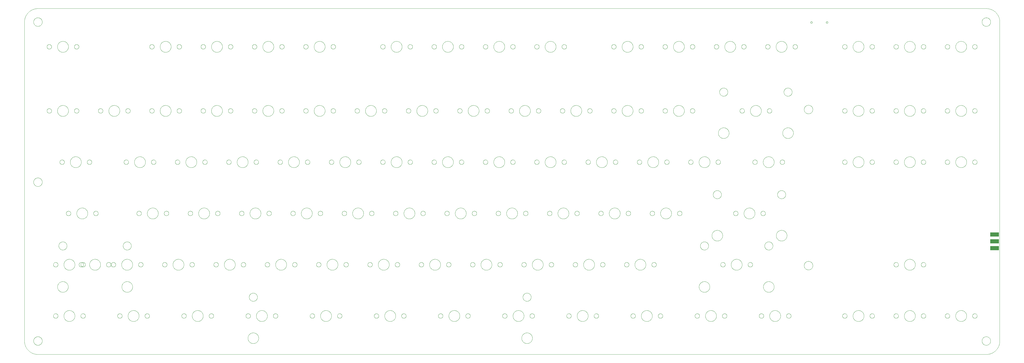
<source format=gtp>
G04 EAGLE Gerber RS-274X export*
G75*
%MOMM*%
%FSLAX34Y34*%
%LPD*%
%INTop solder paste for stencil*%
%IPPOS*%
%AMOC8*
5,1,8,0,0,1.08239X$1,22.5*%
G01*
%ADD10C,0.000000*%
%ADD11R,3.302000X1.524000*%


D10*
X3570000Y1285000D02*
X50000Y1285000D01*
X48792Y1284985D01*
X47584Y1284942D01*
X46378Y1284869D01*
X45174Y1284767D01*
X43973Y1284635D01*
X42776Y1284475D01*
X41582Y1284286D01*
X40394Y1284069D01*
X39211Y1283822D01*
X38034Y1283547D01*
X36865Y1283244D01*
X35703Y1282912D01*
X34549Y1282553D01*
X33405Y1282166D01*
X32270Y1281751D01*
X31145Y1281309D01*
X30032Y1280840D01*
X28930Y1280344D01*
X27840Y1279821D01*
X26764Y1279273D01*
X25701Y1278698D01*
X24652Y1278098D01*
X23618Y1277473D01*
X22599Y1276824D01*
X21597Y1276149D01*
X20611Y1275451D01*
X19642Y1274729D01*
X18691Y1273984D01*
X17758Y1273216D01*
X16844Y1272426D01*
X15949Y1271613D01*
X15074Y1270780D01*
X14220Y1269926D01*
X13387Y1269051D01*
X12574Y1268156D01*
X11784Y1267242D01*
X11016Y1266309D01*
X10271Y1265358D01*
X9549Y1264389D01*
X8851Y1263403D01*
X8176Y1262401D01*
X7527Y1261382D01*
X6902Y1260348D01*
X6302Y1259299D01*
X5727Y1258236D01*
X5179Y1257160D01*
X4656Y1256070D01*
X4160Y1254968D01*
X3691Y1253855D01*
X3249Y1252730D01*
X2834Y1251595D01*
X2447Y1250451D01*
X2088Y1249297D01*
X1756Y1248135D01*
X1453Y1246966D01*
X1178Y1245789D01*
X931Y1244606D01*
X714Y1243418D01*
X525Y1242224D01*
X365Y1241027D01*
X233Y1239826D01*
X131Y1238622D01*
X58Y1237416D01*
X15Y1236208D01*
X0Y1235000D01*
X0Y50000D01*
X15Y48792D01*
X58Y47584D01*
X131Y46378D01*
X233Y45174D01*
X365Y43973D01*
X525Y42776D01*
X714Y41582D01*
X931Y40394D01*
X1178Y39211D01*
X1453Y38034D01*
X1756Y36865D01*
X2088Y35703D01*
X2447Y34549D01*
X2834Y33405D01*
X3249Y32270D01*
X3691Y31145D01*
X4160Y30032D01*
X4656Y28930D01*
X5179Y27840D01*
X5727Y26764D01*
X6302Y25701D01*
X6902Y24652D01*
X7527Y23618D01*
X8176Y22599D01*
X8851Y21597D01*
X9549Y20611D01*
X10271Y19642D01*
X11016Y18691D01*
X11784Y17758D01*
X12574Y16844D01*
X13387Y15949D01*
X14220Y15074D01*
X15074Y14220D01*
X15949Y13387D01*
X16844Y12574D01*
X17758Y11784D01*
X18691Y11016D01*
X19642Y10271D01*
X20611Y9549D01*
X21597Y8851D01*
X22599Y8176D01*
X23618Y7527D01*
X24652Y6902D01*
X25701Y6302D01*
X26764Y5727D01*
X27840Y5179D01*
X28930Y4656D01*
X30032Y4160D01*
X31145Y3691D01*
X32270Y3249D01*
X33405Y2834D01*
X34549Y2447D01*
X35703Y2088D01*
X36865Y1756D01*
X38034Y1453D01*
X39211Y1178D01*
X40394Y931D01*
X41582Y714D01*
X42776Y525D01*
X43973Y365D01*
X45174Y233D01*
X46378Y131D01*
X47584Y58D01*
X48792Y15D01*
X50000Y0D01*
X3570000Y0D01*
X3571208Y15D01*
X3572416Y58D01*
X3573622Y131D01*
X3574826Y233D01*
X3576027Y365D01*
X3577224Y525D01*
X3578418Y714D01*
X3579606Y931D01*
X3580789Y1178D01*
X3581966Y1453D01*
X3583135Y1756D01*
X3584297Y2088D01*
X3585451Y2447D01*
X3586595Y2834D01*
X3587730Y3249D01*
X3588855Y3691D01*
X3589968Y4160D01*
X3591070Y4656D01*
X3592160Y5179D01*
X3593236Y5727D01*
X3594299Y6302D01*
X3595348Y6902D01*
X3596382Y7527D01*
X3597401Y8176D01*
X3598403Y8851D01*
X3599389Y9549D01*
X3600358Y10271D01*
X3601309Y11016D01*
X3602242Y11784D01*
X3603156Y12574D01*
X3604051Y13387D01*
X3604926Y14220D01*
X3605780Y15074D01*
X3606613Y15949D01*
X3607426Y16844D01*
X3608216Y17758D01*
X3608984Y18691D01*
X3609729Y19642D01*
X3610451Y20611D01*
X3611149Y21597D01*
X3611824Y22599D01*
X3612473Y23618D01*
X3613098Y24652D01*
X3613698Y25701D01*
X3614273Y26764D01*
X3614821Y27840D01*
X3615344Y28930D01*
X3615840Y30032D01*
X3616309Y31145D01*
X3616751Y32270D01*
X3617166Y33405D01*
X3617553Y34549D01*
X3617912Y35703D01*
X3618244Y36865D01*
X3618547Y38034D01*
X3618822Y39211D01*
X3619069Y40394D01*
X3619286Y41582D01*
X3619475Y42776D01*
X3619635Y43973D01*
X3619767Y45174D01*
X3619869Y46378D01*
X3619942Y47584D01*
X3619985Y48792D01*
X3620000Y50000D01*
X3620000Y1235000D01*
X3619985Y1236208D01*
X3619942Y1237416D01*
X3619869Y1238622D01*
X3619767Y1239826D01*
X3619635Y1241027D01*
X3619475Y1242224D01*
X3619286Y1243418D01*
X3619069Y1244606D01*
X3618822Y1245789D01*
X3618547Y1246966D01*
X3618244Y1248135D01*
X3617912Y1249297D01*
X3617553Y1250451D01*
X3617166Y1251595D01*
X3616751Y1252730D01*
X3616309Y1253855D01*
X3615840Y1254968D01*
X3615344Y1256070D01*
X3614821Y1257160D01*
X3614273Y1258236D01*
X3613698Y1259299D01*
X3613098Y1260348D01*
X3612473Y1261382D01*
X3611824Y1262401D01*
X3611149Y1263403D01*
X3610451Y1264389D01*
X3609729Y1265358D01*
X3608984Y1266309D01*
X3608216Y1267242D01*
X3607426Y1268156D01*
X3606613Y1269051D01*
X3605780Y1269926D01*
X3604926Y1270780D01*
X3604051Y1271613D01*
X3603156Y1272426D01*
X3602242Y1273216D01*
X3601309Y1273984D01*
X3600358Y1274729D01*
X3599389Y1275451D01*
X3598403Y1276149D01*
X3597401Y1276824D01*
X3596382Y1277473D01*
X3595348Y1278098D01*
X3594299Y1278698D01*
X3593236Y1279273D01*
X3592160Y1279821D01*
X3591070Y1280344D01*
X3589968Y1280840D01*
X3588855Y1281309D01*
X3587730Y1281751D01*
X3586595Y1282166D01*
X3585451Y1282553D01*
X3584297Y1282912D01*
X3583135Y1283244D01*
X3581966Y1283547D01*
X3580789Y1283822D01*
X3579606Y1284069D01*
X3578418Y1284286D01*
X3577224Y1284475D01*
X3576027Y1284635D01*
X3574826Y1284767D01*
X3573622Y1284869D01*
X3572416Y1284942D01*
X3571208Y1284985D01*
X3570000Y1285000D01*
X34000Y50000D02*
X34005Y50393D01*
X34019Y50785D01*
X34043Y51177D01*
X34077Y51568D01*
X34120Y51959D01*
X34173Y52348D01*
X34236Y52735D01*
X34307Y53121D01*
X34389Y53506D01*
X34479Y53888D01*
X34580Y54267D01*
X34689Y54645D01*
X34808Y55019D01*
X34935Y55390D01*
X35072Y55758D01*
X35218Y56123D01*
X35373Y56484D01*
X35536Y56841D01*
X35708Y57194D01*
X35889Y57542D01*
X36079Y57886D01*
X36276Y58226D01*
X36482Y58560D01*
X36696Y58889D01*
X36919Y59213D01*
X37149Y59531D01*
X37386Y59844D01*
X37632Y60150D01*
X37885Y60451D01*
X38145Y60745D01*
X38412Y61033D01*
X38686Y61314D01*
X38967Y61588D01*
X39255Y61855D01*
X39549Y62115D01*
X39850Y62368D01*
X40156Y62614D01*
X40469Y62851D01*
X40787Y63081D01*
X41111Y63304D01*
X41440Y63518D01*
X41774Y63724D01*
X42114Y63921D01*
X42458Y64111D01*
X42806Y64292D01*
X43159Y64464D01*
X43516Y64627D01*
X43877Y64782D01*
X44242Y64928D01*
X44610Y65065D01*
X44981Y65192D01*
X45355Y65311D01*
X45733Y65420D01*
X46112Y65521D01*
X46494Y65611D01*
X46879Y65693D01*
X47265Y65764D01*
X47652Y65827D01*
X48041Y65880D01*
X48432Y65923D01*
X48823Y65957D01*
X49215Y65981D01*
X49607Y65995D01*
X50000Y66000D01*
X50393Y65995D01*
X50785Y65981D01*
X51177Y65957D01*
X51568Y65923D01*
X51959Y65880D01*
X52348Y65827D01*
X52735Y65764D01*
X53121Y65693D01*
X53506Y65611D01*
X53888Y65521D01*
X54267Y65420D01*
X54645Y65311D01*
X55019Y65192D01*
X55390Y65065D01*
X55758Y64928D01*
X56123Y64782D01*
X56484Y64627D01*
X56841Y64464D01*
X57194Y64292D01*
X57542Y64111D01*
X57886Y63921D01*
X58226Y63724D01*
X58560Y63518D01*
X58889Y63304D01*
X59213Y63081D01*
X59531Y62851D01*
X59844Y62614D01*
X60150Y62368D01*
X60451Y62115D01*
X60745Y61855D01*
X61033Y61588D01*
X61314Y61314D01*
X61588Y61033D01*
X61855Y60745D01*
X62115Y60451D01*
X62368Y60150D01*
X62614Y59844D01*
X62851Y59531D01*
X63081Y59213D01*
X63304Y58889D01*
X63518Y58560D01*
X63724Y58226D01*
X63921Y57886D01*
X64111Y57542D01*
X64292Y57194D01*
X64464Y56841D01*
X64627Y56484D01*
X64782Y56123D01*
X64928Y55758D01*
X65065Y55390D01*
X65192Y55019D01*
X65311Y54645D01*
X65420Y54267D01*
X65521Y53888D01*
X65611Y53506D01*
X65693Y53121D01*
X65764Y52735D01*
X65827Y52348D01*
X65880Y51959D01*
X65923Y51568D01*
X65957Y51177D01*
X65981Y50785D01*
X65995Y50393D01*
X66000Y50000D01*
X65995Y49607D01*
X65981Y49215D01*
X65957Y48823D01*
X65923Y48432D01*
X65880Y48041D01*
X65827Y47652D01*
X65764Y47265D01*
X65693Y46879D01*
X65611Y46494D01*
X65521Y46112D01*
X65420Y45733D01*
X65311Y45355D01*
X65192Y44981D01*
X65065Y44610D01*
X64928Y44242D01*
X64782Y43877D01*
X64627Y43516D01*
X64464Y43159D01*
X64292Y42806D01*
X64111Y42458D01*
X63921Y42114D01*
X63724Y41774D01*
X63518Y41440D01*
X63304Y41111D01*
X63081Y40787D01*
X62851Y40469D01*
X62614Y40156D01*
X62368Y39850D01*
X62115Y39549D01*
X61855Y39255D01*
X61588Y38967D01*
X61314Y38686D01*
X61033Y38412D01*
X60745Y38145D01*
X60451Y37885D01*
X60150Y37632D01*
X59844Y37386D01*
X59531Y37149D01*
X59213Y36919D01*
X58889Y36696D01*
X58560Y36482D01*
X58226Y36276D01*
X57886Y36079D01*
X57542Y35889D01*
X57194Y35708D01*
X56841Y35536D01*
X56484Y35373D01*
X56123Y35218D01*
X55758Y35072D01*
X55390Y34935D01*
X55019Y34808D01*
X54645Y34689D01*
X54267Y34580D01*
X53888Y34479D01*
X53506Y34389D01*
X53121Y34307D01*
X52735Y34236D01*
X52348Y34173D01*
X51959Y34120D01*
X51568Y34077D01*
X51177Y34043D01*
X50785Y34019D01*
X50393Y34005D01*
X50000Y34000D01*
X49607Y34005D01*
X49215Y34019D01*
X48823Y34043D01*
X48432Y34077D01*
X48041Y34120D01*
X47652Y34173D01*
X47265Y34236D01*
X46879Y34307D01*
X46494Y34389D01*
X46112Y34479D01*
X45733Y34580D01*
X45355Y34689D01*
X44981Y34808D01*
X44610Y34935D01*
X44242Y35072D01*
X43877Y35218D01*
X43516Y35373D01*
X43159Y35536D01*
X42806Y35708D01*
X42458Y35889D01*
X42114Y36079D01*
X41774Y36276D01*
X41440Y36482D01*
X41111Y36696D01*
X40787Y36919D01*
X40469Y37149D01*
X40156Y37386D01*
X39850Y37632D01*
X39549Y37885D01*
X39255Y38145D01*
X38967Y38412D01*
X38686Y38686D01*
X38412Y38967D01*
X38145Y39255D01*
X37885Y39549D01*
X37632Y39850D01*
X37386Y40156D01*
X37149Y40469D01*
X36919Y40787D01*
X36696Y41111D01*
X36482Y41440D01*
X36276Y41774D01*
X36079Y42114D01*
X35889Y42458D01*
X35708Y42806D01*
X35536Y43159D01*
X35373Y43516D01*
X35218Y43877D01*
X35072Y44242D01*
X34935Y44610D01*
X34808Y44981D01*
X34689Y45355D01*
X34580Y45733D01*
X34479Y46112D01*
X34389Y46494D01*
X34307Y46879D01*
X34236Y47265D01*
X34173Y47652D01*
X34120Y48041D01*
X34077Y48432D01*
X34043Y48823D01*
X34019Y49215D01*
X34005Y49607D01*
X34000Y50000D01*
X34000Y1235000D02*
X34005Y1235393D01*
X34019Y1235785D01*
X34043Y1236177D01*
X34077Y1236568D01*
X34120Y1236959D01*
X34173Y1237348D01*
X34236Y1237735D01*
X34307Y1238121D01*
X34389Y1238506D01*
X34479Y1238888D01*
X34580Y1239267D01*
X34689Y1239645D01*
X34808Y1240019D01*
X34935Y1240390D01*
X35072Y1240758D01*
X35218Y1241123D01*
X35373Y1241484D01*
X35536Y1241841D01*
X35708Y1242194D01*
X35889Y1242542D01*
X36079Y1242886D01*
X36276Y1243226D01*
X36482Y1243560D01*
X36696Y1243889D01*
X36919Y1244213D01*
X37149Y1244531D01*
X37386Y1244844D01*
X37632Y1245150D01*
X37885Y1245451D01*
X38145Y1245745D01*
X38412Y1246033D01*
X38686Y1246314D01*
X38967Y1246588D01*
X39255Y1246855D01*
X39549Y1247115D01*
X39850Y1247368D01*
X40156Y1247614D01*
X40469Y1247851D01*
X40787Y1248081D01*
X41111Y1248304D01*
X41440Y1248518D01*
X41774Y1248724D01*
X42114Y1248921D01*
X42458Y1249111D01*
X42806Y1249292D01*
X43159Y1249464D01*
X43516Y1249627D01*
X43877Y1249782D01*
X44242Y1249928D01*
X44610Y1250065D01*
X44981Y1250192D01*
X45355Y1250311D01*
X45733Y1250420D01*
X46112Y1250521D01*
X46494Y1250611D01*
X46879Y1250693D01*
X47265Y1250764D01*
X47652Y1250827D01*
X48041Y1250880D01*
X48432Y1250923D01*
X48823Y1250957D01*
X49215Y1250981D01*
X49607Y1250995D01*
X50000Y1251000D01*
X50393Y1250995D01*
X50785Y1250981D01*
X51177Y1250957D01*
X51568Y1250923D01*
X51959Y1250880D01*
X52348Y1250827D01*
X52735Y1250764D01*
X53121Y1250693D01*
X53506Y1250611D01*
X53888Y1250521D01*
X54267Y1250420D01*
X54645Y1250311D01*
X55019Y1250192D01*
X55390Y1250065D01*
X55758Y1249928D01*
X56123Y1249782D01*
X56484Y1249627D01*
X56841Y1249464D01*
X57194Y1249292D01*
X57542Y1249111D01*
X57886Y1248921D01*
X58226Y1248724D01*
X58560Y1248518D01*
X58889Y1248304D01*
X59213Y1248081D01*
X59531Y1247851D01*
X59844Y1247614D01*
X60150Y1247368D01*
X60451Y1247115D01*
X60745Y1246855D01*
X61033Y1246588D01*
X61314Y1246314D01*
X61588Y1246033D01*
X61855Y1245745D01*
X62115Y1245451D01*
X62368Y1245150D01*
X62614Y1244844D01*
X62851Y1244531D01*
X63081Y1244213D01*
X63304Y1243889D01*
X63518Y1243560D01*
X63724Y1243226D01*
X63921Y1242886D01*
X64111Y1242542D01*
X64292Y1242194D01*
X64464Y1241841D01*
X64627Y1241484D01*
X64782Y1241123D01*
X64928Y1240758D01*
X65065Y1240390D01*
X65192Y1240019D01*
X65311Y1239645D01*
X65420Y1239267D01*
X65521Y1238888D01*
X65611Y1238506D01*
X65693Y1238121D01*
X65764Y1237735D01*
X65827Y1237348D01*
X65880Y1236959D01*
X65923Y1236568D01*
X65957Y1236177D01*
X65981Y1235785D01*
X65995Y1235393D01*
X66000Y1235000D01*
X65995Y1234607D01*
X65981Y1234215D01*
X65957Y1233823D01*
X65923Y1233432D01*
X65880Y1233041D01*
X65827Y1232652D01*
X65764Y1232265D01*
X65693Y1231879D01*
X65611Y1231494D01*
X65521Y1231112D01*
X65420Y1230733D01*
X65311Y1230355D01*
X65192Y1229981D01*
X65065Y1229610D01*
X64928Y1229242D01*
X64782Y1228877D01*
X64627Y1228516D01*
X64464Y1228159D01*
X64292Y1227806D01*
X64111Y1227458D01*
X63921Y1227114D01*
X63724Y1226774D01*
X63518Y1226440D01*
X63304Y1226111D01*
X63081Y1225787D01*
X62851Y1225469D01*
X62614Y1225156D01*
X62368Y1224850D01*
X62115Y1224549D01*
X61855Y1224255D01*
X61588Y1223967D01*
X61314Y1223686D01*
X61033Y1223412D01*
X60745Y1223145D01*
X60451Y1222885D01*
X60150Y1222632D01*
X59844Y1222386D01*
X59531Y1222149D01*
X59213Y1221919D01*
X58889Y1221696D01*
X58560Y1221482D01*
X58226Y1221276D01*
X57886Y1221079D01*
X57542Y1220889D01*
X57194Y1220708D01*
X56841Y1220536D01*
X56484Y1220373D01*
X56123Y1220218D01*
X55758Y1220072D01*
X55390Y1219935D01*
X55019Y1219808D01*
X54645Y1219689D01*
X54267Y1219580D01*
X53888Y1219479D01*
X53506Y1219389D01*
X53121Y1219307D01*
X52735Y1219236D01*
X52348Y1219173D01*
X51959Y1219120D01*
X51568Y1219077D01*
X51177Y1219043D01*
X50785Y1219019D01*
X50393Y1219005D01*
X50000Y1219000D01*
X49607Y1219005D01*
X49215Y1219019D01*
X48823Y1219043D01*
X48432Y1219077D01*
X48041Y1219120D01*
X47652Y1219173D01*
X47265Y1219236D01*
X46879Y1219307D01*
X46494Y1219389D01*
X46112Y1219479D01*
X45733Y1219580D01*
X45355Y1219689D01*
X44981Y1219808D01*
X44610Y1219935D01*
X44242Y1220072D01*
X43877Y1220218D01*
X43516Y1220373D01*
X43159Y1220536D01*
X42806Y1220708D01*
X42458Y1220889D01*
X42114Y1221079D01*
X41774Y1221276D01*
X41440Y1221482D01*
X41111Y1221696D01*
X40787Y1221919D01*
X40469Y1222149D01*
X40156Y1222386D01*
X39850Y1222632D01*
X39549Y1222885D01*
X39255Y1223145D01*
X38967Y1223412D01*
X38686Y1223686D01*
X38412Y1223967D01*
X38145Y1224255D01*
X37885Y1224549D01*
X37632Y1224850D01*
X37386Y1225156D01*
X37149Y1225469D01*
X36919Y1225787D01*
X36696Y1226111D01*
X36482Y1226440D01*
X36276Y1226774D01*
X36079Y1227114D01*
X35889Y1227458D01*
X35708Y1227806D01*
X35536Y1228159D01*
X35373Y1228516D01*
X35218Y1228877D01*
X35072Y1229242D01*
X34935Y1229610D01*
X34808Y1229981D01*
X34689Y1230355D01*
X34580Y1230733D01*
X34479Y1231112D01*
X34389Y1231494D01*
X34307Y1231879D01*
X34236Y1232265D01*
X34173Y1232652D01*
X34120Y1233041D01*
X34077Y1233432D01*
X34043Y1233823D01*
X34019Y1234215D01*
X34005Y1234607D01*
X34000Y1235000D01*
X2894000Y330000D02*
X2894005Y330393D01*
X2894019Y330785D01*
X2894043Y331177D01*
X2894077Y331568D01*
X2894120Y331959D01*
X2894173Y332348D01*
X2894236Y332735D01*
X2894307Y333121D01*
X2894389Y333506D01*
X2894479Y333888D01*
X2894580Y334267D01*
X2894689Y334645D01*
X2894808Y335019D01*
X2894935Y335390D01*
X2895072Y335758D01*
X2895218Y336123D01*
X2895373Y336484D01*
X2895536Y336841D01*
X2895708Y337194D01*
X2895889Y337542D01*
X2896079Y337886D01*
X2896276Y338226D01*
X2896482Y338560D01*
X2896696Y338889D01*
X2896919Y339213D01*
X2897149Y339531D01*
X2897386Y339844D01*
X2897632Y340150D01*
X2897885Y340451D01*
X2898145Y340745D01*
X2898412Y341033D01*
X2898686Y341314D01*
X2898967Y341588D01*
X2899255Y341855D01*
X2899549Y342115D01*
X2899850Y342368D01*
X2900156Y342614D01*
X2900469Y342851D01*
X2900787Y343081D01*
X2901111Y343304D01*
X2901440Y343518D01*
X2901774Y343724D01*
X2902114Y343921D01*
X2902458Y344111D01*
X2902806Y344292D01*
X2903159Y344464D01*
X2903516Y344627D01*
X2903877Y344782D01*
X2904242Y344928D01*
X2904610Y345065D01*
X2904981Y345192D01*
X2905355Y345311D01*
X2905733Y345420D01*
X2906112Y345521D01*
X2906494Y345611D01*
X2906879Y345693D01*
X2907265Y345764D01*
X2907652Y345827D01*
X2908041Y345880D01*
X2908432Y345923D01*
X2908823Y345957D01*
X2909215Y345981D01*
X2909607Y345995D01*
X2910000Y346000D01*
X2910393Y345995D01*
X2910785Y345981D01*
X2911177Y345957D01*
X2911568Y345923D01*
X2911959Y345880D01*
X2912348Y345827D01*
X2912735Y345764D01*
X2913121Y345693D01*
X2913506Y345611D01*
X2913888Y345521D01*
X2914267Y345420D01*
X2914645Y345311D01*
X2915019Y345192D01*
X2915390Y345065D01*
X2915758Y344928D01*
X2916123Y344782D01*
X2916484Y344627D01*
X2916841Y344464D01*
X2917194Y344292D01*
X2917542Y344111D01*
X2917886Y343921D01*
X2918226Y343724D01*
X2918560Y343518D01*
X2918889Y343304D01*
X2919213Y343081D01*
X2919531Y342851D01*
X2919844Y342614D01*
X2920150Y342368D01*
X2920451Y342115D01*
X2920745Y341855D01*
X2921033Y341588D01*
X2921314Y341314D01*
X2921588Y341033D01*
X2921855Y340745D01*
X2922115Y340451D01*
X2922368Y340150D01*
X2922614Y339844D01*
X2922851Y339531D01*
X2923081Y339213D01*
X2923304Y338889D01*
X2923518Y338560D01*
X2923724Y338226D01*
X2923921Y337886D01*
X2924111Y337542D01*
X2924292Y337194D01*
X2924464Y336841D01*
X2924627Y336484D01*
X2924782Y336123D01*
X2924928Y335758D01*
X2925065Y335390D01*
X2925192Y335019D01*
X2925311Y334645D01*
X2925420Y334267D01*
X2925521Y333888D01*
X2925611Y333506D01*
X2925693Y333121D01*
X2925764Y332735D01*
X2925827Y332348D01*
X2925880Y331959D01*
X2925923Y331568D01*
X2925957Y331177D01*
X2925981Y330785D01*
X2925995Y330393D01*
X2926000Y330000D01*
X2925995Y329607D01*
X2925981Y329215D01*
X2925957Y328823D01*
X2925923Y328432D01*
X2925880Y328041D01*
X2925827Y327652D01*
X2925764Y327265D01*
X2925693Y326879D01*
X2925611Y326494D01*
X2925521Y326112D01*
X2925420Y325733D01*
X2925311Y325355D01*
X2925192Y324981D01*
X2925065Y324610D01*
X2924928Y324242D01*
X2924782Y323877D01*
X2924627Y323516D01*
X2924464Y323159D01*
X2924292Y322806D01*
X2924111Y322458D01*
X2923921Y322114D01*
X2923724Y321774D01*
X2923518Y321440D01*
X2923304Y321111D01*
X2923081Y320787D01*
X2922851Y320469D01*
X2922614Y320156D01*
X2922368Y319850D01*
X2922115Y319549D01*
X2921855Y319255D01*
X2921588Y318967D01*
X2921314Y318686D01*
X2921033Y318412D01*
X2920745Y318145D01*
X2920451Y317885D01*
X2920150Y317632D01*
X2919844Y317386D01*
X2919531Y317149D01*
X2919213Y316919D01*
X2918889Y316696D01*
X2918560Y316482D01*
X2918226Y316276D01*
X2917886Y316079D01*
X2917542Y315889D01*
X2917194Y315708D01*
X2916841Y315536D01*
X2916484Y315373D01*
X2916123Y315218D01*
X2915758Y315072D01*
X2915390Y314935D01*
X2915019Y314808D01*
X2914645Y314689D01*
X2914267Y314580D01*
X2913888Y314479D01*
X2913506Y314389D01*
X2913121Y314307D01*
X2912735Y314236D01*
X2912348Y314173D01*
X2911959Y314120D01*
X2911568Y314077D01*
X2911177Y314043D01*
X2910785Y314019D01*
X2910393Y314005D01*
X2910000Y314000D01*
X2909607Y314005D01*
X2909215Y314019D01*
X2908823Y314043D01*
X2908432Y314077D01*
X2908041Y314120D01*
X2907652Y314173D01*
X2907265Y314236D01*
X2906879Y314307D01*
X2906494Y314389D01*
X2906112Y314479D01*
X2905733Y314580D01*
X2905355Y314689D01*
X2904981Y314808D01*
X2904610Y314935D01*
X2904242Y315072D01*
X2903877Y315218D01*
X2903516Y315373D01*
X2903159Y315536D01*
X2902806Y315708D01*
X2902458Y315889D01*
X2902114Y316079D01*
X2901774Y316276D01*
X2901440Y316482D01*
X2901111Y316696D01*
X2900787Y316919D01*
X2900469Y317149D01*
X2900156Y317386D01*
X2899850Y317632D01*
X2899549Y317885D01*
X2899255Y318145D01*
X2898967Y318412D01*
X2898686Y318686D01*
X2898412Y318967D01*
X2898145Y319255D01*
X2897885Y319549D01*
X2897632Y319850D01*
X2897386Y320156D01*
X2897149Y320469D01*
X2896919Y320787D01*
X2896696Y321111D01*
X2896482Y321440D01*
X2896276Y321774D01*
X2896079Y322114D01*
X2895889Y322458D01*
X2895708Y322806D01*
X2895536Y323159D01*
X2895373Y323516D01*
X2895218Y323877D01*
X2895072Y324242D01*
X2894935Y324610D01*
X2894808Y324981D01*
X2894689Y325355D01*
X2894580Y325733D01*
X2894479Y326112D01*
X2894389Y326494D01*
X2894307Y326879D01*
X2894236Y327265D01*
X2894173Y327652D01*
X2894120Y328041D01*
X2894077Y328432D01*
X2894043Y328823D01*
X2894019Y329215D01*
X2894005Y329607D01*
X2894000Y330000D01*
X3554000Y50000D02*
X3554005Y50393D01*
X3554019Y50785D01*
X3554043Y51177D01*
X3554077Y51568D01*
X3554120Y51959D01*
X3554173Y52348D01*
X3554236Y52735D01*
X3554307Y53121D01*
X3554389Y53506D01*
X3554479Y53888D01*
X3554580Y54267D01*
X3554689Y54645D01*
X3554808Y55019D01*
X3554935Y55390D01*
X3555072Y55758D01*
X3555218Y56123D01*
X3555373Y56484D01*
X3555536Y56841D01*
X3555708Y57194D01*
X3555889Y57542D01*
X3556079Y57886D01*
X3556276Y58226D01*
X3556482Y58560D01*
X3556696Y58889D01*
X3556919Y59213D01*
X3557149Y59531D01*
X3557386Y59844D01*
X3557632Y60150D01*
X3557885Y60451D01*
X3558145Y60745D01*
X3558412Y61033D01*
X3558686Y61314D01*
X3558967Y61588D01*
X3559255Y61855D01*
X3559549Y62115D01*
X3559850Y62368D01*
X3560156Y62614D01*
X3560469Y62851D01*
X3560787Y63081D01*
X3561111Y63304D01*
X3561440Y63518D01*
X3561774Y63724D01*
X3562114Y63921D01*
X3562458Y64111D01*
X3562806Y64292D01*
X3563159Y64464D01*
X3563516Y64627D01*
X3563877Y64782D01*
X3564242Y64928D01*
X3564610Y65065D01*
X3564981Y65192D01*
X3565355Y65311D01*
X3565733Y65420D01*
X3566112Y65521D01*
X3566494Y65611D01*
X3566879Y65693D01*
X3567265Y65764D01*
X3567652Y65827D01*
X3568041Y65880D01*
X3568432Y65923D01*
X3568823Y65957D01*
X3569215Y65981D01*
X3569607Y65995D01*
X3570000Y66000D01*
X3570393Y65995D01*
X3570785Y65981D01*
X3571177Y65957D01*
X3571568Y65923D01*
X3571959Y65880D01*
X3572348Y65827D01*
X3572735Y65764D01*
X3573121Y65693D01*
X3573506Y65611D01*
X3573888Y65521D01*
X3574267Y65420D01*
X3574645Y65311D01*
X3575019Y65192D01*
X3575390Y65065D01*
X3575758Y64928D01*
X3576123Y64782D01*
X3576484Y64627D01*
X3576841Y64464D01*
X3577194Y64292D01*
X3577542Y64111D01*
X3577886Y63921D01*
X3578226Y63724D01*
X3578560Y63518D01*
X3578889Y63304D01*
X3579213Y63081D01*
X3579531Y62851D01*
X3579844Y62614D01*
X3580150Y62368D01*
X3580451Y62115D01*
X3580745Y61855D01*
X3581033Y61588D01*
X3581314Y61314D01*
X3581588Y61033D01*
X3581855Y60745D01*
X3582115Y60451D01*
X3582368Y60150D01*
X3582614Y59844D01*
X3582851Y59531D01*
X3583081Y59213D01*
X3583304Y58889D01*
X3583518Y58560D01*
X3583724Y58226D01*
X3583921Y57886D01*
X3584111Y57542D01*
X3584292Y57194D01*
X3584464Y56841D01*
X3584627Y56484D01*
X3584782Y56123D01*
X3584928Y55758D01*
X3585065Y55390D01*
X3585192Y55019D01*
X3585311Y54645D01*
X3585420Y54267D01*
X3585521Y53888D01*
X3585611Y53506D01*
X3585693Y53121D01*
X3585764Y52735D01*
X3585827Y52348D01*
X3585880Y51959D01*
X3585923Y51568D01*
X3585957Y51177D01*
X3585981Y50785D01*
X3585995Y50393D01*
X3586000Y50000D01*
X3585995Y49607D01*
X3585981Y49215D01*
X3585957Y48823D01*
X3585923Y48432D01*
X3585880Y48041D01*
X3585827Y47652D01*
X3585764Y47265D01*
X3585693Y46879D01*
X3585611Y46494D01*
X3585521Y46112D01*
X3585420Y45733D01*
X3585311Y45355D01*
X3585192Y44981D01*
X3585065Y44610D01*
X3584928Y44242D01*
X3584782Y43877D01*
X3584627Y43516D01*
X3584464Y43159D01*
X3584292Y42806D01*
X3584111Y42458D01*
X3583921Y42114D01*
X3583724Y41774D01*
X3583518Y41440D01*
X3583304Y41111D01*
X3583081Y40787D01*
X3582851Y40469D01*
X3582614Y40156D01*
X3582368Y39850D01*
X3582115Y39549D01*
X3581855Y39255D01*
X3581588Y38967D01*
X3581314Y38686D01*
X3581033Y38412D01*
X3580745Y38145D01*
X3580451Y37885D01*
X3580150Y37632D01*
X3579844Y37386D01*
X3579531Y37149D01*
X3579213Y36919D01*
X3578889Y36696D01*
X3578560Y36482D01*
X3578226Y36276D01*
X3577886Y36079D01*
X3577542Y35889D01*
X3577194Y35708D01*
X3576841Y35536D01*
X3576484Y35373D01*
X3576123Y35218D01*
X3575758Y35072D01*
X3575390Y34935D01*
X3575019Y34808D01*
X3574645Y34689D01*
X3574267Y34580D01*
X3573888Y34479D01*
X3573506Y34389D01*
X3573121Y34307D01*
X3572735Y34236D01*
X3572348Y34173D01*
X3571959Y34120D01*
X3571568Y34077D01*
X3571177Y34043D01*
X3570785Y34019D01*
X3570393Y34005D01*
X3570000Y34000D01*
X3569607Y34005D01*
X3569215Y34019D01*
X3568823Y34043D01*
X3568432Y34077D01*
X3568041Y34120D01*
X3567652Y34173D01*
X3567265Y34236D01*
X3566879Y34307D01*
X3566494Y34389D01*
X3566112Y34479D01*
X3565733Y34580D01*
X3565355Y34689D01*
X3564981Y34808D01*
X3564610Y34935D01*
X3564242Y35072D01*
X3563877Y35218D01*
X3563516Y35373D01*
X3563159Y35536D01*
X3562806Y35708D01*
X3562458Y35889D01*
X3562114Y36079D01*
X3561774Y36276D01*
X3561440Y36482D01*
X3561111Y36696D01*
X3560787Y36919D01*
X3560469Y37149D01*
X3560156Y37386D01*
X3559850Y37632D01*
X3559549Y37885D01*
X3559255Y38145D01*
X3558967Y38412D01*
X3558686Y38686D01*
X3558412Y38967D01*
X3558145Y39255D01*
X3557885Y39549D01*
X3557632Y39850D01*
X3557386Y40156D01*
X3557149Y40469D01*
X3556919Y40787D01*
X3556696Y41111D01*
X3556482Y41440D01*
X3556276Y41774D01*
X3556079Y42114D01*
X3555889Y42458D01*
X3555708Y42806D01*
X3555536Y43159D01*
X3555373Y43516D01*
X3555218Y43877D01*
X3555072Y44242D01*
X3554935Y44610D01*
X3554808Y44981D01*
X3554689Y45355D01*
X3554580Y45733D01*
X3554479Y46112D01*
X3554389Y46494D01*
X3554307Y46879D01*
X3554236Y47265D01*
X3554173Y47652D01*
X3554120Y48041D01*
X3554077Y48432D01*
X3554043Y48823D01*
X3554019Y49215D01*
X3554005Y49607D01*
X3554000Y50000D01*
X3554000Y1235000D02*
X3554005Y1235393D01*
X3554019Y1235785D01*
X3554043Y1236177D01*
X3554077Y1236568D01*
X3554120Y1236959D01*
X3554173Y1237348D01*
X3554236Y1237735D01*
X3554307Y1238121D01*
X3554389Y1238506D01*
X3554479Y1238888D01*
X3554580Y1239267D01*
X3554689Y1239645D01*
X3554808Y1240019D01*
X3554935Y1240390D01*
X3555072Y1240758D01*
X3555218Y1241123D01*
X3555373Y1241484D01*
X3555536Y1241841D01*
X3555708Y1242194D01*
X3555889Y1242542D01*
X3556079Y1242886D01*
X3556276Y1243226D01*
X3556482Y1243560D01*
X3556696Y1243889D01*
X3556919Y1244213D01*
X3557149Y1244531D01*
X3557386Y1244844D01*
X3557632Y1245150D01*
X3557885Y1245451D01*
X3558145Y1245745D01*
X3558412Y1246033D01*
X3558686Y1246314D01*
X3558967Y1246588D01*
X3559255Y1246855D01*
X3559549Y1247115D01*
X3559850Y1247368D01*
X3560156Y1247614D01*
X3560469Y1247851D01*
X3560787Y1248081D01*
X3561111Y1248304D01*
X3561440Y1248518D01*
X3561774Y1248724D01*
X3562114Y1248921D01*
X3562458Y1249111D01*
X3562806Y1249292D01*
X3563159Y1249464D01*
X3563516Y1249627D01*
X3563877Y1249782D01*
X3564242Y1249928D01*
X3564610Y1250065D01*
X3564981Y1250192D01*
X3565355Y1250311D01*
X3565733Y1250420D01*
X3566112Y1250521D01*
X3566494Y1250611D01*
X3566879Y1250693D01*
X3567265Y1250764D01*
X3567652Y1250827D01*
X3568041Y1250880D01*
X3568432Y1250923D01*
X3568823Y1250957D01*
X3569215Y1250981D01*
X3569607Y1250995D01*
X3570000Y1251000D01*
X3570393Y1250995D01*
X3570785Y1250981D01*
X3571177Y1250957D01*
X3571568Y1250923D01*
X3571959Y1250880D01*
X3572348Y1250827D01*
X3572735Y1250764D01*
X3573121Y1250693D01*
X3573506Y1250611D01*
X3573888Y1250521D01*
X3574267Y1250420D01*
X3574645Y1250311D01*
X3575019Y1250192D01*
X3575390Y1250065D01*
X3575758Y1249928D01*
X3576123Y1249782D01*
X3576484Y1249627D01*
X3576841Y1249464D01*
X3577194Y1249292D01*
X3577542Y1249111D01*
X3577886Y1248921D01*
X3578226Y1248724D01*
X3578560Y1248518D01*
X3578889Y1248304D01*
X3579213Y1248081D01*
X3579531Y1247851D01*
X3579844Y1247614D01*
X3580150Y1247368D01*
X3580451Y1247115D01*
X3580745Y1246855D01*
X3581033Y1246588D01*
X3581314Y1246314D01*
X3581588Y1246033D01*
X3581855Y1245745D01*
X3582115Y1245451D01*
X3582368Y1245150D01*
X3582614Y1244844D01*
X3582851Y1244531D01*
X3583081Y1244213D01*
X3583304Y1243889D01*
X3583518Y1243560D01*
X3583724Y1243226D01*
X3583921Y1242886D01*
X3584111Y1242542D01*
X3584292Y1242194D01*
X3584464Y1241841D01*
X3584627Y1241484D01*
X3584782Y1241123D01*
X3584928Y1240758D01*
X3585065Y1240390D01*
X3585192Y1240019D01*
X3585311Y1239645D01*
X3585420Y1239267D01*
X3585521Y1238888D01*
X3585611Y1238506D01*
X3585693Y1238121D01*
X3585764Y1237735D01*
X3585827Y1237348D01*
X3585880Y1236959D01*
X3585923Y1236568D01*
X3585957Y1236177D01*
X3585981Y1235785D01*
X3585995Y1235393D01*
X3586000Y1235000D01*
X3585995Y1234607D01*
X3585981Y1234215D01*
X3585957Y1233823D01*
X3585923Y1233432D01*
X3585880Y1233041D01*
X3585827Y1232652D01*
X3585764Y1232265D01*
X3585693Y1231879D01*
X3585611Y1231494D01*
X3585521Y1231112D01*
X3585420Y1230733D01*
X3585311Y1230355D01*
X3585192Y1229981D01*
X3585065Y1229610D01*
X3584928Y1229242D01*
X3584782Y1228877D01*
X3584627Y1228516D01*
X3584464Y1228159D01*
X3584292Y1227806D01*
X3584111Y1227458D01*
X3583921Y1227114D01*
X3583724Y1226774D01*
X3583518Y1226440D01*
X3583304Y1226111D01*
X3583081Y1225787D01*
X3582851Y1225469D01*
X3582614Y1225156D01*
X3582368Y1224850D01*
X3582115Y1224549D01*
X3581855Y1224255D01*
X3581588Y1223967D01*
X3581314Y1223686D01*
X3581033Y1223412D01*
X3580745Y1223145D01*
X3580451Y1222885D01*
X3580150Y1222632D01*
X3579844Y1222386D01*
X3579531Y1222149D01*
X3579213Y1221919D01*
X3578889Y1221696D01*
X3578560Y1221482D01*
X3578226Y1221276D01*
X3577886Y1221079D01*
X3577542Y1220889D01*
X3577194Y1220708D01*
X3576841Y1220536D01*
X3576484Y1220373D01*
X3576123Y1220218D01*
X3575758Y1220072D01*
X3575390Y1219935D01*
X3575019Y1219808D01*
X3574645Y1219689D01*
X3574267Y1219580D01*
X3573888Y1219479D01*
X3573506Y1219389D01*
X3573121Y1219307D01*
X3572735Y1219236D01*
X3572348Y1219173D01*
X3571959Y1219120D01*
X3571568Y1219077D01*
X3571177Y1219043D01*
X3570785Y1219019D01*
X3570393Y1219005D01*
X3570000Y1219000D01*
X3569607Y1219005D01*
X3569215Y1219019D01*
X3568823Y1219043D01*
X3568432Y1219077D01*
X3568041Y1219120D01*
X3567652Y1219173D01*
X3567265Y1219236D01*
X3566879Y1219307D01*
X3566494Y1219389D01*
X3566112Y1219479D01*
X3565733Y1219580D01*
X3565355Y1219689D01*
X3564981Y1219808D01*
X3564610Y1219935D01*
X3564242Y1220072D01*
X3563877Y1220218D01*
X3563516Y1220373D01*
X3563159Y1220536D01*
X3562806Y1220708D01*
X3562458Y1220889D01*
X3562114Y1221079D01*
X3561774Y1221276D01*
X3561440Y1221482D01*
X3561111Y1221696D01*
X3560787Y1221919D01*
X3560469Y1222149D01*
X3560156Y1222386D01*
X3559850Y1222632D01*
X3559549Y1222885D01*
X3559255Y1223145D01*
X3558967Y1223412D01*
X3558686Y1223686D01*
X3558412Y1223967D01*
X3558145Y1224255D01*
X3557885Y1224549D01*
X3557632Y1224850D01*
X3557386Y1225156D01*
X3557149Y1225469D01*
X3556919Y1225787D01*
X3556696Y1226111D01*
X3556482Y1226440D01*
X3556276Y1226774D01*
X3556079Y1227114D01*
X3555889Y1227458D01*
X3555708Y1227806D01*
X3555536Y1228159D01*
X3555373Y1228516D01*
X3555218Y1228877D01*
X3555072Y1229242D01*
X3554935Y1229610D01*
X3554808Y1229981D01*
X3554689Y1230355D01*
X3554580Y1230733D01*
X3554479Y1231112D01*
X3554389Y1231494D01*
X3554307Y1231879D01*
X3554236Y1232265D01*
X3554173Y1232652D01*
X3554120Y1233041D01*
X3554077Y1233432D01*
X3554043Y1233823D01*
X3554019Y1234215D01*
X3554005Y1234607D01*
X3554000Y1235000D01*
X2894000Y910000D02*
X2894005Y910393D01*
X2894019Y910785D01*
X2894043Y911177D01*
X2894077Y911568D01*
X2894120Y911959D01*
X2894173Y912348D01*
X2894236Y912735D01*
X2894307Y913121D01*
X2894389Y913506D01*
X2894479Y913888D01*
X2894580Y914267D01*
X2894689Y914645D01*
X2894808Y915019D01*
X2894935Y915390D01*
X2895072Y915758D01*
X2895218Y916123D01*
X2895373Y916484D01*
X2895536Y916841D01*
X2895708Y917194D01*
X2895889Y917542D01*
X2896079Y917886D01*
X2896276Y918226D01*
X2896482Y918560D01*
X2896696Y918889D01*
X2896919Y919213D01*
X2897149Y919531D01*
X2897386Y919844D01*
X2897632Y920150D01*
X2897885Y920451D01*
X2898145Y920745D01*
X2898412Y921033D01*
X2898686Y921314D01*
X2898967Y921588D01*
X2899255Y921855D01*
X2899549Y922115D01*
X2899850Y922368D01*
X2900156Y922614D01*
X2900469Y922851D01*
X2900787Y923081D01*
X2901111Y923304D01*
X2901440Y923518D01*
X2901774Y923724D01*
X2902114Y923921D01*
X2902458Y924111D01*
X2902806Y924292D01*
X2903159Y924464D01*
X2903516Y924627D01*
X2903877Y924782D01*
X2904242Y924928D01*
X2904610Y925065D01*
X2904981Y925192D01*
X2905355Y925311D01*
X2905733Y925420D01*
X2906112Y925521D01*
X2906494Y925611D01*
X2906879Y925693D01*
X2907265Y925764D01*
X2907652Y925827D01*
X2908041Y925880D01*
X2908432Y925923D01*
X2908823Y925957D01*
X2909215Y925981D01*
X2909607Y925995D01*
X2910000Y926000D01*
X2910393Y925995D01*
X2910785Y925981D01*
X2911177Y925957D01*
X2911568Y925923D01*
X2911959Y925880D01*
X2912348Y925827D01*
X2912735Y925764D01*
X2913121Y925693D01*
X2913506Y925611D01*
X2913888Y925521D01*
X2914267Y925420D01*
X2914645Y925311D01*
X2915019Y925192D01*
X2915390Y925065D01*
X2915758Y924928D01*
X2916123Y924782D01*
X2916484Y924627D01*
X2916841Y924464D01*
X2917194Y924292D01*
X2917542Y924111D01*
X2917886Y923921D01*
X2918226Y923724D01*
X2918560Y923518D01*
X2918889Y923304D01*
X2919213Y923081D01*
X2919531Y922851D01*
X2919844Y922614D01*
X2920150Y922368D01*
X2920451Y922115D01*
X2920745Y921855D01*
X2921033Y921588D01*
X2921314Y921314D01*
X2921588Y921033D01*
X2921855Y920745D01*
X2922115Y920451D01*
X2922368Y920150D01*
X2922614Y919844D01*
X2922851Y919531D01*
X2923081Y919213D01*
X2923304Y918889D01*
X2923518Y918560D01*
X2923724Y918226D01*
X2923921Y917886D01*
X2924111Y917542D01*
X2924292Y917194D01*
X2924464Y916841D01*
X2924627Y916484D01*
X2924782Y916123D01*
X2924928Y915758D01*
X2925065Y915390D01*
X2925192Y915019D01*
X2925311Y914645D01*
X2925420Y914267D01*
X2925521Y913888D01*
X2925611Y913506D01*
X2925693Y913121D01*
X2925764Y912735D01*
X2925827Y912348D01*
X2925880Y911959D01*
X2925923Y911568D01*
X2925957Y911177D01*
X2925981Y910785D01*
X2925995Y910393D01*
X2926000Y910000D01*
X2925995Y909607D01*
X2925981Y909215D01*
X2925957Y908823D01*
X2925923Y908432D01*
X2925880Y908041D01*
X2925827Y907652D01*
X2925764Y907265D01*
X2925693Y906879D01*
X2925611Y906494D01*
X2925521Y906112D01*
X2925420Y905733D01*
X2925311Y905355D01*
X2925192Y904981D01*
X2925065Y904610D01*
X2924928Y904242D01*
X2924782Y903877D01*
X2924627Y903516D01*
X2924464Y903159D01*
X2924292Y902806D01*
X2924111Y902458D01*
X2923921Y902114D01*
X2923724Y901774D01*
X2923518Y901440D01*
X2923304Y901111D01*
X2923081Y900787D01*
X2922851Y900469D01*
X2922614Y900156D01*
X2922368Y899850D01*
X2922115Y899549D01*
X2921855Y899255D01*
X2921588Y898967D01*
X2921314Y898686D01*
X2921033Y898412D01*
X2920745Y898145D01*
X2920451Y897885D01*
X2920150Y897632D01*
X2919844Y897386D01*
X2919531Y897149D01*
X2919213Y896919D01*
X2918889Y896696D01*
X2918560Y896482D01*
X2918226Y896276D01*
X2917886Y896079D01*
X2917542Y895889D01*
X2917194Y895708D01*
X2916841Y895536D01*
X2916484Y895373D01*
X2916123Y895218D01*
X2915758Y895072D01*
X2915390Y894935D01*
X2915019Y894808D01*
X2914645Y894689D01*
X2914267Y894580D01*
X2913888Y894479D01*
X2913506Y894389D01*
X2913121Y894307D01*
X2912735Y894236D01*
X2912348Y894173D01*
X2911959Y894120D01*
X2911568Y894077D01*
X2911177Y894043D01*
X2910785Y894019D01*
X2910393Y894005D01*
X2910000Y894000D01*
X2909607Y894005D01*
X2909215Y894019D01*
X2908823Y894043D01*
X2908432Y894077D01*
X2908041Y894120D01*
X2907652Y894173D01*
X2907265Y894236D01*
X2906879Y894307D01*
X2906494Y894389D01*
X2906112Y894479D01*
X2905733Y894580D01*
X2905355Y894689D01*
X2904981Y894808D01*
X2904610Y894935D01*
X2904242Y895072D01*
X2903877Y895218D01*
X2903516Y895373D01*
X2903159Y895536D01*
X2902806Y895708D01*
X2902458Y895889D01*
X2902114Y896079D01*
X2901774Y896276D01*
X2901440Y896482D01*
X2901111Y896696D01*
X2900787Y896919D01*
X2900469Y897149D01*
X2900156Y897386D01*
X2899850Y897632D01*
X2899549Y897885D01*
X2899255Y898145D01*
X2898967Y898412D01*
X2898686Y898686D01*
X2898412Y898967D01*
X2898145Y899255D01*
X2897885Y899549D01*
X2897632Y899850D01*
X2897386Y900156D01*
X2897149Y900469D01*
X2896919Y900787D01*
X2896696Y901111D01*
X2896482Y901440D01*
X2896276Y901774D01*
X2896079Y902114D01*
X2895889Y902458D01*
X2895708Y902806D01*
X2895536Y903159D01*
X2895373Y903516D01*
X2895218Y903877D01*
X2895072Y904242D01*
X2894935Y904610D01*
X2894808Y904981D01*
X2894689Y905355D01*
X2894580Y905733D01*
X2894479Y906112D01*
X2894389Y906494D01*
X2894307Y906879D01*
X2894236Y907265D01*
X2894173Y907652D01*
X2894120Y908041D01*
X2894077Y908432D01*
X2894043Y908823D01*
X2894019Y909215D01*
X2894005Y909607D01*
X2894000Y910000D01*
X34000Y640000D02*
X34005Y640393D01*
X34019Y640785D01*
X34043Y641177D01*
X34077Y641568D01*
X34120Y641959D01*
X34173Y642348D01*
X34236Y642735D01*
X34307Y643121D01*
X34389Y643506D01*
X34479Y643888D01*
X34580Y644267D01*
X34689Y644645D01*
X34808Y645019D01*
X34935Y645390D01*
X35072Y645758D01*
X35218Y646123D01*
X35373Y646484D01*
X35536Y646841D01*
X35708Y647194D01*
X35889Y647542D01*
X36079Y647886D01*
X36276Y648226D01*
X36482Y648560D01*
X36696Y648889D01*
X36919Y649213D01*
X37149Y649531D01*
X37386Y649844D01*
X37632Y650150D01*
X37885Y650451D01*
X38145Y650745D01*
X38412Y651033D01*
X38686Y651314D01*
X38967Y651588D01*
X39255Y651855D01*
X39549Y652115D01*
X39850Y652368D01*
X40156Y652614D01*
X40469Y652851D01*
X40787Y653081D01*
X41111Y653304D01*
X41440Y653518D01*
X41774Y653724D01*
X42114Y653921D01*
X42458Y654111D01*
X42806Y654292D01*
X43159Y654464D01*
X43516Y654627D01*
X43877Y654782D01*
X44242Y654928D01*
X44610Y655065D01*
X44981Y655192D01*
X45355Y655311D01*
X45733Y655420D01*
X46112Y655521D01*
X46494Y655611D01*
X46879Y655693D01*
X47265Y655764D01*
X47652Y655827D01*
X48041Y655880D01*
X48432Y655923D01*
X48823Y655957D01*
X49215Y655981D01*
X49607Y655995D01*
X50000Y656000D01*
X50393Y655995D01*
X50785Y655981D01*
X51177Y655957D01*
X51568Y655923D01*
X51959Y655880D01*
X52348Y655827D01*
X52735Y655764D01*
X53121Y655693D01*
X53506Y655611D01*
X53888Y655521D01*
X54267Y655420D01*
X54645Y655311D01*
X55019Y655192D01*
X55390Y655065D01*
X55758Y654928D01*
X56123Y654782D01*
X56484Y654627D01*
X56841Y654464D01*
X57194Y654292D01*
X57542Y654111D01*
X57886Y653921D01*
X58226Y653724D01*
X58560Y653518D01*
X58889Y653304D01*
X59213Y653081D01*
X59531Y652851D01*
X59844Y652614D01*
X60150Y652368D01*
X60451Y652115D01*
X60745Y651855D01*
X61033Y651588D01*
X61314Y651314D01*
X61588Y651033D01*
X61855Y650745D01*
X62115Y650451D01*
X62368Y650150D01*
X62614Y649844D01*
X62851Y649531D01*
X63081Y649213D01*
X63304Y648889D01*
X63518Y648560D01*
X63724Y648226D01*
X63921Y647886D01*
X64111Y647542D01*
X64292Y647194D01*
X64464Y646841D01*
X64627Y646484D01*
X64782Y646123D01*
X64928Y645758D01*
X65065Y645390D01*
X65192Y645019D01*
X65311Y644645D01*
X65420Y644267D01*
X65521Y643888D01*
X65611Y643506D01*
X65693Y643121D01*
X65764Y642735D01*
X65827Y642348D01*
X65880Y641959D01*
X65923Y641568D01*
X65957Y641177D01*
X65981Y640785D01*
X65995Y640393D01*
X66000Y640000D01*
X65995Y639607D01*
X65981Y639215D01*
X65957Y638823D01*
X65923Y638432D01*
X65880Y638041D01*
X65827Y637652D01*
X65764Y637265D01*
X65693Y636879D01*
X65611Y636494D01*
X65521Y636112D01*
X65420Y635733D01*
X65311Y635355D01*
X65192Y634981D01*
X65065Y634610D01*
X64928Y634242D01*
X64782Y633877D01*
X64627Y633516D01*
X64464Y633159D01*
X64292Y632806D01*
X64111Y632458D01*
X63921Y632114D01*
X63724Y631774D01*
X63518Y631440D01*
X63304Y631111D01*
X63081Y630787D01*
X62851Y630469D01*
X62614Y630156D01*
X62368Y629850D01*
X62115Y629549D01*
X61855Y629255D01*
X61588Y628967D01*
X61314Y628686D01*
X61033Y628412D01*
X60745Y628145D01*
X60451Y627885D01*
X60150Y627632D01*
X59844Y627386D01*
X59531Y627149D01*
X59213Y626919D01*
X58889Y626696D01*
X58560Y626482D01*
X58226Y626276D01*
X57886Y626079D01*
X57542Y625889D01*
X57194Y625708D01*
X56841Y625536D01*
X56484Y625373D01*
X56123Y625218D01*
X55758Y625072D01*
X55390Y624935D01*
X55019Y624808D01*
X54645Y624689D01*
X54267Y624580D01*
X53888Y624479D01*
X53506Y624389D01*
X53121Y624307D01*
X52735Y624236D01*
X52348Y624173D01*
X51959Y624120D01*
X51568Y624077D01*
X51177Y624043D01*
X50785Y624019D01*
X50393Y624005D01*
X50000Y624000D01*
X49607Y624005D01*
X49215Y624019D01*
X48823Y624043D01*
X48432Y624077D01*
X48041Y624120D01*
X47652Y624173D01*
X47265Y624236D01*
X46879Y624307D01*
X46494Y624389D01*
X46112Y624479D01*
X45733Y624580D01*
X45355Y624689D01*
X44981Y624808D01*
X44610Y624935D01*
X44242Y625072D01*
X43877Y625218D01*
X43516Y625373D01*
X43159Y625536D01*
X42806Y625708D01*
X42458Y625889D01*
X42114Y626079D01*
X41774Y626276D01*
X41440Y626482D01*
X41111Y626696D01*
X40787Y626919D01*
X40469Y627149D01*
X40156Y627386D01*
X39850Y627632D01*
X39549Y627885D01*
X39255Y628145D01*
X38967Y628412D01*
X38686Y628686D01*
X38412Y628967D01*
X38145Y629255D01*
X37885Y629549D01*
X37632Y629850D01*
X37386Y630156D01*
X37149Y630469D01*
X36919Y630787D01*
X36696Y631111D01*
X36482Y631440D01*
X36276Y631774D01*
X36079Y632114D01*
X35889Y632458D01*
X35708Y632806D01*
X35536Y633159D01*
X35373Y633516D01*
X35218Y633877D01*
X35072Y634242D01*
X34935Y634610D01*
X34808Y634981D01*
X34689Y635355D01*
X34580Y635733D01*
X34479Y636112D01*
X34389Y636494D01*
X34307Y636879D01*
X34236Y637265D01*
X34173Y637652D01*
X34120Y638041D01*
X34077Y638432D01*
X34043Y638823D01*
X34019Y639215D01*
X34005Y639607D01*
X34000Y640000D01*
X122428Y904875D02*
X122434Y905377D01*
X122453Y905878D01*
X122483Y906379D01*
X122526Y906879D01*
X122582Y907378D01*
X122649Y907875D01*
X122729Y908371D01*
X122821Y908864D01*
X122925Y909355D01*
X123041Y909843D01*
X123169Y910328D01*
X123308Y910810D01*
X123460Y911289D01*
X123623Y911763D01*
X123798Y912234D01*
X123984Y912700D01*
X124182Y913161D01*
X124391Y913617D01*
X124611Y914068D01*
X124842Y914514D01*
X125084Y914953D01*
X125337Y915387D01*
X125600Y915814D01*
X125874Y916235D01*
X126158Y916649D01*
X126452Y917055D01*
X126756Y917455D01*
X127069Y917846D01*
X127392Y918230D01*
X127725Y918606D01*
X128066Y918974D01*
X128417Y919333D01*
X128776Y919684D01*
X129144Y920025D01*
X129520Y920358D01*
X129904Y920681D01*
X130295Y920994D01*
X130695Y921298D01*
X131101Y921592D01*
X131515Y921876D01*
X131936Y922150D01*
X132363Y922413D01*
X132797Y922666D01*
X133236Y922908D01*
X133682Y923139D01*
X134133Y923359D01*
X134589Y923568D01*
X135050Y923766D01*
X135516Y923952D01*
X135987Y924127D01*
X136461Y924290D01*
X136940Y924442D01*
X137422Y924581D01*
X137907Y924709D01*
X138395Y924825D01*
X138886Y924929D01*
X139379Y925021D01*
X139875Y925101D01*
X140372Y925168D01*
X140871Y925224D01*
X141371Y925267D01*
X141872Y925297D01*
X142373Y925316D01*
X142875Y925322D01*
X143377Y925316D01*
X143878Y925297D01*
X144379Y925267D01*
X144879Y925224D01*
X145378Y925168D01*
X145875Y925101D01*
X146371Y925021D01*
X146864Y924929D01*
X147355Y924825D01*
X147843Y924709D01*
X148328Y924581D01*
X148810Y924442D01*
X149289Y924290D01*
X149763Y924127D01*
X150234Y923952D01*
X150700Y923766D01*
X151161Y923568D01*
X151617Y923359D01*
X152068Y923139D01*
X152514Y922908D01*
X152953Y922666D01*
X153387Y922413D01*
X153814Y922150D01*
X154235Y921876D01*
X154649Y921592D01*
X155055Y921298D01*
X155455Y920994D01*
X155846Y920681D01*
X156230Y920358D01*
X156606Y920025D01*
X156974Y919684D01*
X157333Y919333D01*
X157684Y918974D01*
X158025Y918606D01*
X158358Y918230D01*
X158681Y917846D01*
X158994Y917455D01*
X159298Y917055D01*
X159592Y916649D01*
X159876Y916235D01*
X160150Y915814D01*
X160413Y915387D01*
X160666Y914953D01*
X160908Y914514D01*
X161139Y914068D01*
X161359Y913617D01*
X161568Y913161D01*
X161766Y912700D01*
X161952Y912234D01*
X162127Y911763D01*
X162290Y911289D01*
X162442Y910810D01*
X162581Y910328D01*
X162709Y909843D01*
X162825Y909355D01*
X162929Y908864D01*
X163021Y908371D01*
X163101Y907875D01*
X163168Y907378D01*
X163224Y906879D01*
X163267Y906379D01*
X163297Y905878D01*
X163316Y905377D01*
X163322Y904875D01*
X163316Y904373D01*
X163297Y903872D01*
X163267Y903371D01*
X163224Y902871D01*
X163168Y902372D01*
X163101Y901875D01*
X163021Y901379D01*
X162929Y900886D01*
X162825Y900395D01*
X162709Y899907D01*
X162581Y899422D01*
X162442Y898940D01*
X162290Y898461D01*
X162127Y897987D01*
X161952Y897516D01*
X161766Y897050D01*
X161568Y896589D01*
X161359Y896133D01*
X161139Y895682D01*
X160908Y895236D01*
X160666Y894797D01*
X160413Y894363D01*
X160150Y893936D01*
X159876Y893515D01*
X159592Y893101D01*
X159298Y892695D01*
X158994Y892295D01*
X158681Y891904D01*
X158358Y891520D01*
X158025Y891144D01*
X157684Y890776D01*
X157333Y890417D01*
X156974Y890066D01*
X156606Y889725D01*
X156230Y889392D01*
X155846Y889069D01*
X155455Y888756D01*
X155055Y888452D01*
X154649Y888158D01*
X154235Y887874D01*
X153814Y887600D01*
X153387Y887337D01*
X152953Y887084D01*
X152514Y886842D01*
X152068Y886611D01*
X151617Y886391D01*
X151161Y886182D01*
X150700Y885984D01*
X150234Y885798D01*
X149763Y885623D01*
X149289Y885460D01*
X148810Y885308D01*
X148328Y885169D01*
X147843Y885041D01*
X147355Y884925D01*
X146864Y884821D01*
X146371Y884729D01*
X145875Y884649D01*
X145378Y884582D01*
X144879Y884526D01*
X144379Y884483D01*
X143878Y884453D01*
X143377Y884434D01*
X142875Y884428D01*
X142373Y884434D01*
X141872Y884453D01*
X141371Y884483D01*
X140871Y884526D01*
X140372Y884582D01*
X139875Y884649D01*
X139379Y884729D01*
X138886Y884821D01*
X138395Y884925D01*
X137907Y885041D01*
X137422Y885169D01*
X136940Y885308D01*
X136461Y885460D01*
X135987Y885623D01*
X135516Y885798D01*
X135050Y885984D01*
X134589Y886182D01*
X134133Y886391D01*
X133682Y886611D01*
X133236Y886842D01*
X132797Y887084D01*
X132363Y887337D01*
X131936Y887600D01*
X131515Y887874D01*
X131101Y888158D01*
X130695Y888452D01*
X130295Y888756D01*
X129904Y889069D01*
X129520Y889392D01*
X129144Y889725D01*
X128776Y890066D01*
X128417Y890417D01*
X128066Y890776D01*
X127725Y891144D01*
X127392Y891520D01*
X127069Y891904D01*
X126756Y892295D01*
X126452Y892695D01*
X126158Y893101D01*
X125874Y893515D01*
X125600Y893936D01*
X125337Y894363D01*
X125084Y894797D01*
X124842Y895236D01*
X124611Y895682D01*
X124391Y896133D01*
X124182Y896589D01*
X123984Y897050D01*
X123798Y897516D01*
X123623Y897987D01*
X123460Y898461D01*
X123308Y898940D01*
X123169Y899422D01*
X123041Y899907D01*
X122925Y900395D01*
X122821Y900886D01*
X122729Y901379D01*
X122649Y901875D01*
X122582Y902372D01*
X122526Y902871D01*
X122483Y903371D01*
X122453Y903872D01*
X122434Y904373D01*
X122428Y904875D01*
X83541Y904875D02*
X83544Y905084D01*
X83551Y905294D01*
X83564Y905503D01*
X83582Y905711D01*
X83605Y905920D01*
X83633Y906127D01*
X83667Y906334D01*
X83705Y906540D01*
X83748Y906745D01*
X83797Y906949D01*
X83850Y907151D01*
X83908Y907352D01*
X83972Y907552D01*
X84040Y907750D01*
X84113Y907946D01*
X84191Y908141D01*
X84273Y908333D01*
X84360Y908524D01*
X84452Y908712D01*
X84549Y908898D01*
X84650Y909081D01*
X84755Y909262D01*
X84865Y909441D01*
X84979Y909616D01*
X85098Y909789D01*
X85220Y909959D01*
X85347Y910125D01*
X85478Y910289D01*
X85613Y910449D01*
X85752Y910606D01*
X85894Y910760D01*
X86041Y910909D01*
X86190Y911056D01*
X86344Y911198D01*
X86501Y911337D01*
X86661Y911472D01*
X86825Y911603D01*
X86991Y911730D01*
X87161Y911852D01*
X87334Y911971D01*
X87509Y912085D01*
X87688Y912195D01*
X87869Y912300D01*
X88052Y912401D01*
X88238Y912498D01*
X88426Y912590D01*
X88617Y912677D01*
X88809Y912759D01*
X89004Y912837D01*
X89200Y912910D01*
X89398Y912978D01*
X89598Y913042D01*
X89799Y913100D01*
X90001Y913153D01*
X90205Y913202D01*
X90410Y913245D01*
X90616Y913283D01*
X90823Y913317D01*
X91030Y913345D01*
X91239Y913368D01*
X91447Y913386D01*
X91656Y913399D01*
X91866Y913406D01*
X92075Y913409D01*
X92284Y913406D01*
X92494Y913399D01*
X92703Y913386D01*
X92911Y913368D01*
X93120Y913345D01*
X93327Y913317D01*
X93534Y913283D01*
X93740Y913245D01*
X93945Y913202D01*
X94149Y913153D01*
X94351Y913100D01*
X94552Y913042D01*
X94752Y912978D01*
X94950Y912910D01*
X95146Y912837D01*
X95341Y912759D01*
X95533Y912677D01*
X95724Y912590D01*
X95912Y912498D01*
X96098Y912401D01*
X96281Y912300D01*
X96462Y912195D01*
X96641Y912085D01*
X96816Y911971D01*
X96989Y911852D01*
X97159Y911730D01*
X97325Y911603D01*
X97489Y911472D01*
X97649Y911337D01*
X97806Y911198D01*
X97960Y911056D01*
X98109Y910909D01*
X98256Y910760D01*
X98398Y910606D01*
X98537Y910449D01*
X98672Y910289D01*
X98803Y910125D01*
X98930Y909959D01*
X99052Y909789D01*
X99171Y909616D01*
X99285Y909441D01*
X99395Y909262D01*
X99500Y909081D01*
X99601Y908898D01*
X99698Y908712D01*
X99790Y908524D01*
X99877Y908333D01*
X99959Y908141D01*
X100037Y907946D01*
X100110Y907750D01*
X100178Y907552D01*
X100242Y907352D01*
X100300Y907151D01*
X100353Y906949D01*
X100402Y906745D01*
X100445Y906540D01*
X100483Y906334D01*
X100517Y906127D01*
X100545Y905920D01*
X100568Y905711D01*
X100586Y905503D01*
X100599Y905294D01*
X100606Y905084D01*
X100609Y904875D01*
X100606Y904666D01*
X100599Y904456D01*
X100586Y904247D01*
X100568Y904039D01*
X100545Y903830D01*
X100517Y903623D01*
X100483Y903416D01*
X100445Y903210D01*
X100402Y903005D01*
X100353Y902801D01*
X100300Y902599D01*
X100242Y902398D01*
X100178Y902198D01*
X100110Y902000D01*
X100037Y901804D01*
X99959Y901609D01*
X99877Y901417D01*
X99790Y901226D01*
X99698Y901038D01*
X99601Y900852D01*
X99500Y900669D01*
X99395Y900488D01*
X99285Y900309D01*
X99171Y900134D01*
X99052Y899961D01*
X98930Y899791D01*
X98803Y899625D01*
X98672Y899461D01*
X98537Y899301D01*
X98398Y899144D01*
X98256Y898990D01*
X98109Y898841D01*
X97960Y898694D01*
X97806Y898552D01*
X97649Y898413D01*
X97489Y898278D01*
X97325Y898147D01*
X97159Y898020D01*
X96989Y897898D01*
X96816Y897779D01*
X96641Y897665D01*
X96462Y897555D01*
X96281Y897450D01*
X96098Y897349D01*
X95912Y897252D01*
X95724Y897160D01*
X95533Y897073D01*
X95341Y896991D01*
X95146Y896913D01*
X94950Y896840D01*
X94752Y896772D01*
X94552Y896708D01*
X94351Y896650D01*
X94149Y896597D01*
X93945Y896548D01*
X93740Y896505D01*
X93534Y896467D01*
X93327Y896433D01*
X93120Y896405D01*
X92911Y896382D01*
X92703Y896364D01*
X92494Y896351D01*
X92284Y896344D01*
X92075Y896341D01*
X91866Y896344D01*
X91656Y896351D01*
X91447Y896364D01*
X91239Y896382D01*
X91030Y896405D01*
X90823Y896433D01*
X90616Y896467D01*
X90410Y896505D01*
X90205Y896548D01*
X90001Y896597D01*
X89799Y896650D01*
X89598Y896708D01*
X89398Y896772D01*
X89200Y896840D01*
X89004Y896913D01*
X88809Y896991D01*
X88617Y897073D01*
X88426Y897160D01*
X88238Y897252D01*
X88052Y897349D01*
X87869Y897450D01*
X87688Y897555D01*
X87509Y897665D01*
X87334Y897779D01*
X87161Y897898D01*
X86991Y898020D01*
X86825Y898147D01*
X86661Y898278D01*
X86501Y898413D01*
X86344Y898552D01*
X86190Y898694D01*
X86041Y898841D01*
X85894Y898990D01*
X85752Y899144D01*
X85613Y899301D01*
X85478Y899461D01*
X85347Y899625D01*
X85220Y899791D01*
X85098Y899961D01*
X84979Y900134D01*
X84865Y900309D01*
X84755Y900488D01*
X84650Y900669D01*
X84549Y900852D01*
X84452Y901038D01*
X84360Y901226D01*
X84273Y901417D01*
X84191Y901609D01*
X84113Y901804D01*
X84040Y902000D01*
X83972Y902198D01*
X83908Y902398D01*
X83850Y902599D01*
X83797Y902801D01*
X83748Y903005D01*
X83705Y903210D01*
X83667Y903416D01*
X83633Y903623D01*
X83605Y903830D01*
X83582Y904039D01*
X83564Y904247D01*
X83551Y904456D01*
X83544Y904666D01*
X83541Y904875D01*
X185141Y904875D02*
X185144Y905084D01*
X185151Y905294D01*
X185164Y905503D01*
X185182Y905711D01*
X185205Y905920D01*
X185233Y906127D01*
X185267Y906334D01*
X185305Y906540D01*
X185348Y906745D01*
X185397Y906949D01*
X185450Y907151D01*
X185508Y907352D01*
X185572Y907552D01*
X185640Y907750D01*
X185713Y907946D01*
X185791Y908141D01*
X185873Y908333D01*
X185960Y908524D01*
X186052Y908712D01*
X186149Y908898D01*
X186250Y909081D01*
X186355Y909262D01*
X186465Y909441D01*
X186579Y909616D01*
X186698Y909789D01*
X186820Y909959D01*
X186947Y910125D01*
X187078Y910289D01*
X187213Y910449D01*
X187352Y910606D01*
X187494Y910760D01*
X187641Y910909D01*
X187790Y911056D01*
X187944Y911198D01*
X188101Y911337D01*
X188261Y911472D01*
X188425Y911603D01*
X188591Y911730D01*
X188761Y911852D01*
X188934Y911971D01*
X189109Y912085D01*
X189288Y912195D01*
X189469Y912300D01*
X189652Y912401D01*
X189838Y912498D01*
X190026Y912590D01*
X190217Y912677D01*
X190409Y912759D01*
X190604Y912837D01*
X190800Y912910D01*
X190998Y912978D01*
X191198Y913042D01*
X191399Y913100D01*
X191601Y913153D01*
X191805Y913202D01*
X192010Y913245D01*
X192216Y913283D01*
X192423Y913317D01*
X192630Y913345D01*
X192839Y913368D01*
X193047Y913386D01*
X193256Y913399D01*
X193466Y913406D01*
X193675Y913409D01*
X193884Y913406D01*
X194094Y913399D01*
X194303Y913386D01*
X194511Y913368D01*
X194720Y913345D01*
X194927Y913317D01*
X195134Y913283D01*
X195340Y913245D01*
X195545Y913202D01*
X195749Y913153D01*
X195951Y913100D01*
X196152Y913042D01*
X196352Y912978D01*
X196550Y912910D01*
X196746Y912837D01*
X196941Y912759D01*
X197133Y912677D01*
X197324Y912590D01*
X197512Y912498D01*
X197698Y912401D01*
X197881Y912300D01*
X198062Y912195D01*
X198241Y912085D01*
X198416Y911971D01*
X198589Y911852D01*
X198759Y911730D01*
X198925Y911603D01*
X199089Y911472D01*
X199249Y911337D01*
X199406Y911198D01*
X199560Y911056D01*
X199709Y910909D01*
X199856Y910760D01*
X199998Y910606D01*
X200137Y910449D01*
X200272Y910289D01*
X200403Y910125D01*
X200530Y909959D01*
X200652Y909789D01*
X200771Y909616D01*
X200885Y909441D01*
X200995Y909262D01*
X201100Y909081D01*
X201201Y908898D01*
X201298Y908712D01*
X201390Y908524D01*
X201477Y908333D01*
X201559Y908141D01*
X201637Y907946D01*
X201710Y907750D01*
X201778Y907552D01*
X201842Y907352D01*
X201900Y907151D01*
X201953Y906949D01*
X202002Y906745D01*
X202045Y906540D01*
X202083Y906334D01*
X202117Y906127D01*
X202145Y905920D01*
X202168Y905711D01*
X202186Y905503D01*
X202199Y905294D01*
X202206Y905084D01*
X202209Y904875D01*
X202206Y904666D01*
X202199Y904456D01*
X202186Y904247D01*
X202168Y904039D01*
X202145Y903830D01*
X202117Y903623D01*
X202083Y903416D01*
X202045Y903210D01*
X202002Y903005D01*
X201953Y902801D01*
X201900Y902599D01*
X201842Y902398D01*
X201778Y902198D01*
X201710Y902000D01*
X201637Y901804D01*
X201559Y901609D01*
X201477Y901417D01*
X201390Y901226D01*
X201298Y901038D01*
X201201Y900852D01*
X201100Y900669D01*
X200995Y900488D01*
X200885Y900309D01*
X200771Y900134D01*
X200652Y899961D01*
X200530Y899791D01*
X200403Y899625D01*
X200272Y899461D01*
X200137Y899301D01*
X199998Y899144D01*
X199856Y898990D01*
X199709Y898841D01*
X199560Y898694D01*
X199406Y898552D01*
X199249Y898413D01*
X199089Y898278D01*
X198925Y898147D01*
X198759Y898020D01*
X198589Y897898D01*
X198416Y897779D01*
X198241Y897665D01*
X198062Y897555D01*
X197881Y897450D01*
X197698Y897349D01*
X197512Y897252D01*
X197324Y897160D01*
X197133Y897073D01*
X196941Y896991D01*
X196746Y896913D01*
X196550Y896840D01*
X196352Y896772D01*
X196152Y896708D01*
X195951Y896650D01*
X195749Y896597D01*
X195545Y896548D01*
X195340Y896505D01*
X195134Y896467D01*
X194927Y896433D01*
X194720Y896405D01*
X194511Y896382D01*
X194303Y896364D01*
X194094Y896351D01*
X193884Y896344D01*
X193675Y896341D01*
X193466Y896344D01*
X193256Y896351D01*
X193047Y896364D01*
X192839Y896382D01*
X192630Y896405D01*
X192423Y896433D01*
X192216Y896467D01*
X192010Y896505D01*
X191805Y896548D01*
X191601Y896597D01*
X191399Y896650D01*
X191198Y896708D01*
X190998Y896772D01*
X190800Y896840D01*
X190604Y896913D01*
X190409Y896991D01*
X190217Y897073D01*
X190026Y897160D01*
X189838Y897252D01*
X189652Y897349D01*
X189469Y897450D01*
X189288Y897555D01*
X189109Y897665D01*
X188934Y897779D01*
X188761Y897898D01*
X188591Y898020D01*
X188425Y898147D01*
X188261Y898278D01*
X188101Y898413D01*
X187944Y898552D01*
X187790Y898694D01*
X187641Y898841D01*
X187494Y898990D01*
X187352Y899144D01*
X187213Y899301D01*
X187078Y899461D01*
X186947Y899625D01*
X186820Y899791D01*
X186698Y899961D01*
X186579Y900134D01*
X186465Y900309D01*
X186355Y900488D01*
X186250Y900669D01*
X186149Y900852D01*
X186052Y901038D01*
X185960Y901226D01*
X185873Y901417D01*
X185791Y901609D01*
X185713Y901804D01*
X185640Y902000D01*
X185572Y902198D01*
X185508Y902398D01*
X185450Y902599D01*
X185397Y902801D01*
X185348Y903005D01*
X185305Y903210D01*
X185267Y903416D01*
X185233Y903623D01*
X185205Y903830D01*
X185182Y904039D01*
X185164Y904247D01*
X185151Y904456D01*
X185144Y904666D01*
X185141Y904875D01*
X312928Y904875D02*
X312934Y905377D01*
X312953Y905878D01*
X312983Y906379D01*
X313026Y906879D01*
X313082Y907378D01*
X313149Y907875D01*
X313229Y908371D01*
X313321Y908864D01*
X313425Y909355D01*
X313541Y909843D01*
X313669Y910328D01*
X313808Y910810D01*
X313960Y911289D01*
X314123Y911763D01*
X314298Y912234D01*
X314484Y912700D01*
X314682Y913161D01*
X314891Y913617D01*
X315111Y914068D01*
X315342Y914514D01*
X315584Y914953D01*
X315837Y915387D01*
X316100Y915814D01*
X316374Y916235D01*
X316658Y916649D01*
X316952Y917055D01*
X317256Y917455D01*
X317569Y917846D01*
X317892Y918230D01*
X318225Y918606D01*
X318566Y918974D01*
X318917Y919333D01*
X319276Y919684D01*
X319644Y920025D01*
X320020Y920358D01*
X320404Y920681D01*
X320795Y920994D01*
X321195Y921298D01*
X321601Y921592D01*
X322015Y921876D01*
X322436Y922150D01*
X322863Y922413D01*
X323297Y922666D01*
X323736Y922908D01*
X324182Y923139D01*
X324633Y923359D01*
X325089Y923568D01*
X325550Y923766D01*
X326016Y923952D01*
X326487Y924127D01*
X326961Y924290D01*
X327440Y924442D01*
X327922Y924581D01*
X328407Y924709D01*
X328895Y924825D01*
X329386Y924929D01*
X329879Y925021D01*
X330375Y925101D01*
X330872Y925168D01*
X331371Y925224D01*
X331871Y925267D01*
X332372Y925297D01*
X332873Y925316D01*
X333375Y925322D01*
X333877Y925316D01*
X334378Y925297D01*
X334879Y925267D01*
X335379Y925224D01*
X335878Y925168D01*
X336375Y925101D01*
X336871Y925021D01*
X337364Y924929D01*
X337855Y924825D01*
X338343Y924709D01*
X338828Y924581D01*
X339310Y924442D01*
X339789Y924290D01*
X340263Y924127D01*
X340734Y923952D01*
X341200Y923766D01*
X341661Y923568D01*
X342117Y923359D01*
X342568Y923139D01*
X343014Y922908D01*
X343453Y922666D01*
X343887Y922413D01*
X344314Y922150D01*
X344735Y921876D01*
X345149Y921592D01*
X345555Y921298D01*
X345955Y920994D01*
X346346Y920681D01*
X346730Y920358D01*
X347106Y920025D01*
X347474Y919684D01*
X347833Y919333D01*
X348184Y918974D01*
X348525Y918606D01*
X348858Y918230D01*
X349181Y917846D01*
X349494Y917455D01*
X349798Y917055D01*
X350092Y916649D01*
X350376Y916235D01*
X350650Y915814D01*
X350913Y915387D01*
X351166Y914953D01*
X351408Y914514D01*
X351639Y914068D01*
X351859Y913617D01*
X352068Y913161D01*
X352266Y912700D01*
X352452Y912234D01*
X352627Y911763D01*
X352790Y911289D01*
X352942Y910810D01*
X353081Y910328D01*
X353209Y909843D01*
X353325Y909355D01*
X353429Y908864D01*
X353521Y908371D01*
X353601Y907875D01*
X353668Y907378D01*
X353724Y906879D01*
X353767Y906379D01*
X353797Y905878D01*
X353816Y905377D01*
X353822Y904875D01*
X353816Y904373D01*
X353797Y903872D01*
X353767Y903371D01*
X353724Y902871D01*
X353668Y902372D01*
X353601Y901875D01*
X353521Y901379D01*
X353429Y900886D01*
X353325Y900395D01*
X353209Y899907D01*
X353081Y899422D01*
X352942Y898940D01*
X352790Y898461D01*
X352627Y897987D01*
X352452Y897516D01*
X352266Y897050D01*
X352068Y896589D01*
X351859Y896133D01*
X351639Y895682D01*
X351408Y895236D01*
X351166Y894797D01*
X350913Y894363D01*
X350650Y893936D01*
X350376Y893515D01*
X350092Y893101D01*
X349798Y892695D01*
X349494Y892295D01*
X349181Y891904D01*
X348858Y891520D01*
X348525Y891144D01*
X348184Y890776D01*
X347833Y890417D01*
X347474Y890066D01*
X347106Y889725D01*
X346730Y889392D01*
X346346Y889069D01*
X345955Y888756D01*
X345555Y888452D01*
X345149Y888158D01*
X344735Y887874D01*
X344314Y887600D01*
X343887Y887337D01*
X343453Y887084D01*
X343014Y886842D01*
X342568Y886611D01*
X342117Y886391D01*
X341661Y886182D01*
X341200Y885984D01*
X340734Y885798D01*
X340263Y885623D01*
X339789Y885460D01*
X339310Y885308D01*
X338828Y885169D01*
X338343Y885041D01*
X337855Y884925D01*
X337364Y884821D01*
X336871Y884729D01*
X336375Y884649D01*
X335878Y884582D01*
X335379Y884526D01*
X334879Y884483D01*
X334378Y884453D01*
X333877Y884434D01*
X333375Y884428D01*
X332873Y884434D01*
X332372Y884453D01*
X331871Y884483D01*
X331371Y884526D01*
X330872Y884582D01*
X330375Y884649D01*
X329879Y884729D01*
X329386Y884821D01*
X328895Y884925D01*
X328407Y885041D01*
X327922Y885169D01*
X327440Y885308D01*
X326961Y885460D01*
X326487Y885623D01*
X326016Y885798D01*
X325550Y885984D01*
X325089Y886182D01*
X324633Y886391D01*
X324182Y886611D01*
X323736Y886842D01*
X323297Y887084D01*
X322863Y887337D01*
X322436Y887600D01*
X322015Y887874D01*
X321601Y888158D01*
X321195Y888452D01*
X320795Y888756D01*
X320404Y889069D01*
X320020Y889392D01*
X319644Y889725D01*
X319276Y890066D01*
X318917Y890417D01*
X318566Y890776D01*
X318225Y891144D01*
X317892Y891520D01*
X317569Y891904D01*
X317256Y892295D01*
X316952Y892695D01*
X316658Y893101D01*
X316374Y893515D01*
X316100Y893936D01*
X315837Y894363D01*
X315584Y894797D01*
X315342Y895236D01*
X315111Y895682D01*
X314891Y896133D01*
X314682Y896589D01*
X314484Y897050D01*
X314298Y897516D01*
X314123Y897987D01*
X313960Y898461D01*
X313808Y898940D01*
X313669Y899422D01*
X313541Y899907D01*
X313425Y900395D01*
X313321Y900886D01*
X313229Y901379D01*
X313149Y901875D01*
X313082Y902372D01*
X313026Y902871D01*
X312983Y903371D01*
X312953Y903872D01*
X312934Y904373D01*
X312928Y904875D01*
X274041Y904875D02*
X274044Y905084D01*
X274051Y905294D01*
X274064Y905503D01*
X274082Y905711D01*
X274105Y905920D01*
X274133Y906127D01*
X274167Y906334D01*
X274205Y906540D01*
X274248Y906745D01*
X274297Y906949D01*
X274350Y907151D01*
X274408Y907352D01*
X274472Y907552D01*
X274540Y907750D01*
X274613Y907946D01*
X274691Y908141D01*
X274773Y908333D01*
X274860Y908524D01*
X274952Y908712D01*
X275049Y908898D01*
X275150Y909081D01*
X275255Y909262D01*
X275365Y909441D01*
X275479Y909616D01*
X275598Y909789D01*
X275720Y909959D01*
X275847Y910125D01*
X275978Y910289D01*
X276113Y910449D01*
X276252Y910606D01*
X276394Y910760D01*
X276541Y910909D01*
X276690Y911056D01*
X276844Y911198D01*
X277001Y911337D01*
X277161Y911472D01*
X277325Y911603D01*
X277491Y911730D01*
X277661Y911852D01*
X277834Y911971D01*
X278009Y912085D01*
X278188Y912195D01*
X278369Y912300D01*
X278552Y912401D01*
X278738Y912498D01*
X278926Y912590D01*
X279117Y912677D01*
X279309Y912759D01*
X279504Y912837D01*
X279700Y912910D01*
X279898Y912978D01*
X280098Y913042D01*
X280299Y913100D01*
X280501Y913153D01*
X280705Y913202D01*
X280910Y913245D01*
X281116Y913283D01*
X281323Y913317D01*
X281530Y913345D01*
X281739Y913368D01*
X281947Y913386D01*
X282156Y913399D01*
X282366Y913406D01*
X282575Y913409D01*
X282784Y913406D01*
X282994Y913399D01*
X283203Y913386D01*
X283411Y913368D01*
X283620Y913345D01*
X283827Y913317D01*
X284034Y913283D01*
X284240Y913245D01*
X284445Y913202D01*
X284649Y913153D01*
X284851Y913100D01*
X285052Y913042D01*
X285252Y912978D01*
X285450Y912910D01*
X285646Y912837D01*
X285841Y912759D01*
X286033Y912677D01*
X286224Y912590D01*
X286412Y912498D01*
X286598Y912401D01*
X286781Y912300D01*
X286962Y912195D01*
X287141Y912085D01*
X287316Y911971D01*
X287489Y911852D01*
X287659Y911730D01*
X287825Y911603D01*
X287989Y911472D01*
X288149Y911337D01*
X288306Y911198D01*
X288460Y911056D01*
X288609Y910909D01*
X288756Y910760D01*
X288898Y910606D01*
X289037Y910449D01*
X289172Y910289D01*
X289303Y910125D01*
X289430Y909959D01*
X289552Y909789D01*
X289671Y909616D01*
X289785Y909441D01*
X289895Y909262D01*
X290000Y909081D01*
X290101Y908898D01*
X290198Y908712D01*
X290290Y908524D01*
X290377Y908333D01*
X290459Y908141D01*
X290537Y907946D01*
X290610Y907750D01*
X290678Y907552D01*
X290742Y907352D01*
X290800Y907151D01*
X290853Y906949D01*
X290902Y906745D01*
X290945Y906540D01*
X290983Y906334D01*
X291017Y906127D01*
X291045Y905920D01*
X291068Y905711D01*
X291086Y905503D01*
X291099Y905294D01*
X291106Y905084D01*
X291109Y904875D01*
X291106Y904666D01*
X291099Y904456D01*
X291086Y904247D01*
X291068Y904039D01*
X291045Y903830D01*
X291017Y903623D01*
X290983Y903416D01*
X290945Y903210D01*
X290902Y903005D01*
X290853Y902801D01*
X290800Y902599D01*
X290742Y902398D01*
X290678Y902198D01*
X290610Y902000D01*
X290537Y901804D01*
X290459Y901609D01*
X290377Y901417D01*
X290290Y901226D01*
X290198Y901038D01*
X290101Y900852D01*
X290000Y900669D01*
X289895Y900488D01*
X289785Y900309D01*
X289671Y900134D01*
X289552Y899961D01*
X289430Y899791D01*
X289303Y899625D01*
X289172Y899461D01*
X289037Y899301D01*
X288898Y899144D01*
X288756Y898990D01*
X288609Y898841D01*
X288460Y898694D01*
X288306Y898552D01*
X288149Y898413D01*
X287989Y898278D01*
X287825Y898147D01*
X287659Y898020D01*
X287489Y897898D01*
X287316Y897779D01*
X287141Y897665D01*
X286962Y897555D01*
X286781Y897450D01*
X286598Y897349D01*
X286412Y897252D01*
X286224Y897160D01*
X286033Y897073D01*
X285841Y896991D01*
X285646Y896913D01*
X285450Y896840D01*
X285252Y896772D01*
X285052Y896708D01*
X284851Y896650D01*
X284649Y896597D01*
X284445Y896548D01*
X284240Y896505D01*
X284034Y896467D01*
X283827Y896433D01*
X283620Y896405D01*
X283411Y896382D01*
X283203Y896364D01*
X282994Y896351D01*
X282784Y896344D01*
X282575Y896341D01*
X282366Y896344D01*
X282156Y896351D01*
X281947Y896364D01*
X281739Y896382D01*
X281530Y896405D01*
X281323Y896433D01*
X281116Y896467D01*
X280910Y896505D01*
X280705Y896548D01*
X280501Y896597D01*
X280299Y896650D01*
X280098Y896708D01*
X279898Y896772D01*
X279700Y896840D01*
X279504Y896913D01*
X279309Y896991D01*
X279117Y897073D01*
X278926Y897160D01*
X278738Y897252D01*
X278552Y897349D01*
X278369Y897450D01*
X278188Y897555D01*
X278009Y897665D01*
X277834Y897779D01*
X277661Y897898D01*
X277491Y898020D01*
X277325Y898147D01*
X277161Y898278D01*
X277001Y898413D01*
X276844Y898552D01*
X276690Y898694D01*
X276541Y898841D01*
X276394Y898990D01*
X276252Y899144D01*
X276113Y899301D01*
X275978Y899461D01*
X275847Y899625D01*
X275720Y899791D01*
X275598Y899961D01*
X275479Y900134D01*
X275365Y900309D01*
X275255Y900488D01*
X275150Y900669D01*
X275049Y900852D01*
X274952Y901038D01*
X274860Y901226D01*
X274773Y901417D01*
X274691Y901609D01*
X274613Y901804D01*
X274540Y902000D01*
X274472Y902198D01*
X274408Y902398D01*
X274350Y902599D01*
X274297Y902801D01*
X274248Y903005D01*
X274205Y903210D01*
X274167Y903416D01*
X274133Y903623D01*
X274105Y903830D01*
X274082Y904039D01*
X274064Y904247D01*
X274051Y904456D01*
X274044Y904666D01*
X274041Y904875D01*
X375641Y904875D02*
X375644Y905084D01*
X375651Y905294D01*
X375664Y905503D01*
X375682Y905711D01*
X375705Y905920D01*
X375733Y906127D01*
X375767Y906334D01*
X375805Y906540D01*
X375848Y906745D01*
X375897Y906949D01*
X375950Y907151D01*
X376008Y907352D01*
X376072Y907552D01*
X376140Y907750D01*
X376213Y907946D01*
X376291Y908141D01*
X376373Y908333D01*
X376460Y908524D01*
X376552Y908712D01*
X376649Y908898D01*
X376750Y909081D01*
X376855Y909262D01*
X376965Y909441D01*
X377079Y909616D01*
X377198Y909789D01*
X377320Y909959D01*
X377447Y910125D01*
X377578Y910289D01*
X377713Y910449D01*
X377852Y910606D01*
X377994Y910760D01*
X378141Y910909D01*
X378290Y911056D01*
X378444Y911198D01*
X378601Y911337D01*
X378761Y911472D01*
X378925Y911603D01*
X379091Y911730D01*
X379261Y911852D01*
X379434Y911971D01*
X379609Y912085D01*
X379788Y912195D01*
X379969Y912300D01*
X380152Y912401D01*
X380338Y912498D01*
X380526Y912590D01*
X380717Y912677D01*
X380909Y912759D01*
X381104Y912837D01*
X381300Y912910D01*
X381498Y912978D01*
X381698Y913042D01*
X381899Y913100D01*
X382101Y913153D01*
X382305Y913202D01*
X382510Y913245D01*
X382716Y913283D01*
X382923Y913317D01*
X383130Y913345D01*
X383339Y913368D01*
X383547Y913386D01*
X383756Y913399D01*
X383966Y913406D01*
X384175Y913409D01*
X384384Y913406D01*
X384594Y913399D01*
X384803Y913386D01*
X385011Y913368D01*
X385220Y913345D01*
X385427Y913317D01*
X385634Y913283D01*
X385840Y913245D01*
X386045Y913202D01*
X386249Y913153D01*
X386451Y913100D01*
X386652Y913042D01*
X386852Y912978D01*
X387050Y912910D01*
X387246Y912837D01*
X387441Y912759D01*
X387633Y912677D01*
X387824Y912590D01*
X388012Y912498D01*
X388198Y912401D01*
X388381Y912300D01*
X388562Y912195D01*
X388741Y912085D01*
X388916Y911971D01*
X389089Y911852D01*
X389259Y911730D01*
X389425Y911603D01*
X389589Y911472D01*
X389749Y911337D01*
X389906Y911198D01*
X390060Y911056D01*
X390209Y910909D01*
X390356Y910760D01*
X390498Y910606D01*
X390637Y910449D01*
X390772Y910289D01*
X390903Y910125D01*
X391030Y909959D01*
X391152Y909789D01*
X391271Y909616D01*
X391385Y909441D01*
X391495Y909262D01*
X391600Y909081D01*
X391701Y908898D01*
X391798Y908712D01*
X391890Y908524D01*
X391977Y908333D01*
X392059Y908141D01*
X392137Y907946D01*
X392210Y907750D01*
X392278Y907552D01*
X392342Y907352D01*
X392400Y907151D01*
X392453Y906949D01*
X392502Y906745D01*
X392545Y906540D01*
X392583Y906334D01*
X392617Y906127D01*
X392645Y905920D01*
X392668Y905711D01*
X392686Y905503D01*
X392699Y905294D01*
X392706Y905084D01*
X392709Y904875D01*
X392706Y904666D01*
X392699Y904456D01*
X392686Y904247D01*
X392668Y904039D01*
X392645Y903830D01*
X392617Y903623D01*
X392583Y903416D01*
X392545Y903210D01*
X392502Y903005D01*
X392453Y902801D01*
X392400Y902599D01*
X392342Y902398D01*
X392278Y902198D01*
X392210Y902000D01*
X392137Y901804D01*
X392059Y901609D01*
X391977Y901417D01*
X391890Y901226D01*
X391798Y901038D01*
X391701Y900852D01*
X391600Y900669D01*
X391495Y900488D01*
X391385Y900309D01*
X391271Y900134D01*
X391152Y899961D01*
X391030Y899791D01*
X390903Y899625D01*
X390772Y899461D01*
X390637Y899301D01*
X390498Y899144D01*
X390356Y898990D01*
X390209Y898841D01*
X390060Y898694D01*
X389906Y898552D01*
X389749Y898413D01*
X389589Y898278D01*
X389425Y898147D01*
X389259Y898020D01*
X389089Y897898D01*
X388916Y897779D01*
X388741Y897665D01*
X388562Y897555D01*
X388381Y897450D01*
X388198Y897349D01*
X388012Y897252D01*
X387824Y897160D01*
X387633Y897073D01*
X387441Y896991D01*
X387246Y896913D01*
X387050Y896840D01*
X386852Y896772D01*
X386652Y896708D01*
X386451Y896650D01*
X386249Y896597D01*
X386045Y896548D01*
X385840Y896505D01*
X385634Y896467D01*
X385427Y896433D01*
X385220Y896405D01*
X385011Y896382D01*
X384803Y896364D01*
X384594Y896351D01*
X384384Y896344D01*
X384175Y896341D01*
X383966Y896344D01*
X383756Y896351D01*
X383547Y896364D01*
X383339Y896382D01*
X383130Y896405D01*
X382923Y896433D01*
X382716Y896467D01*
X382510Y896505D01*
X382305Y896548D01*
X382101Y896597D01*
X381899Y896650D01*
X381698Y896708D01*
X381498Y896772D01*
X381300Y896840D01*
X381104Y896913D01*
X380909Y896991D01*
X380717Y897073D01*
X380526Y897160D01*
X380338Y897252D01*
X380152Y897349D01*
X379969Y897450D01*
X379788Y897555D01*
X379609Y897665D01*
X379434Y897779D01*
X379261Y897898D01*
X379091Y898020D01*
X378925Y898147D01*
X378761Y898278D01*
X378601Y898413D01*
X378444Y898552D01*
X378290Y898694D01*
X378141Y898841D01*
X377994Y898990D01*
X377852Y899144D01*
X377713Y899301D01*
X377578Y899461D01*
X377447Y899625D01*
X377320Y899791D01*
X377198Y899961D01*
X377079Y900134D01*
X376965Y900309D01*
X376855Y900488D01*
X376750Y900669D01*
X376649Y900852D01*
X376552Y901038D01*
X376460Y901226D01*
X376373Y901417D01*
X376291Y901609D01*
X376213Y901804D01*
X376140Y902000D01*
X376072Y902198D01*
X376008Y902398D01*
X375950Y902599D01*
X375897Y902801D01*
X375848Y903005D01*
X375805Y903210D01*
X375767Y903416D01*
X375733Y903623D01*
X375705Y903830D01*
X375682Y904039D01*
X375664Y904247D01*
X375651Y904456D01*
X375644Y904666D01*
X375641Y904875D01*
X503428Y904875D02*
X503434Y905377D01*
X503453Y905878D01*
X503483Y906379D01*
X503526Y906879D01*
X503582Y907378D01*
X503649Y907875D01*
X503729Y908371D01*
X503821Y908864D01*
X503925Y909355D01*
X504041Y909843D01*
X504169Y910328D01*
X504308Y910810D01*
X504460Y911289D01*
X504623Y911763D01*
X504798Y912234D01*
X504984Y912700D01*
X505182Y913161D01*
X505391Y913617D01*
X505611Y914068D01*
X505842Y914514D01*
X506084Y914953D01*
X506337Y915387D01*
X506600Y915814D01*
X506874Y916235D01*
X507158Y916649D01*
X507452Y917055D01*
X507756Y917455D01*
X508069Y917846D01*
X508392Y918230D01*
X508725Y918606D01*
X509066Y918974D01*
X509417Y919333D01*
X509776Y919684D01*
X510144Y920025D01*
X510520Y920358D01*
X510904Y920681D01*
X511295Y920994D01*
X511695Y921298D01*
X512101Y921592D01*
X512515Y921876D01*
X512936Y922150D01*
X513363Y922413D01*
X513797Y922666D01*
X514236Y922908D01*
X514682Y923139D01*
X515133Y923359D01*
X515589Y923568D01*
X516050Y923766D01*
X516516Y923952D01*
X516987Y924127D01*
X517461Y924290D01*
X517940Y924442D01*
X518422Y924581D01*
X518907Y924709D01*
X519395Y924825D01*
X519886Y924929D01*
X520379Y925021D01*
X520875Y925101D01*
X521372Y925168D01*
X521871Y925224D01*
X522371Y925267D01*
X522872Y925297D01*
X523373Y925316D01*
X523875Y925322D01*
X524377Y925316D01*
X524878Y925297D01*
X525379Y925267D01*
X525879Y925224D01*
X526378Y925168D01*
X526875Y925101D01*
X527371Y925021D01*
X527864Y924929D01*
X528355Y924825D01*
X528843Y924709D01*
X529328Y924581D01*
X529810Y924442D01*
X530289Y924290D01*
X530763Y924127D01*
X531234Y923952D01*
X531700Y923766D01*
X532161Y923568D01*
X532617Y923359D01*
X533068Y923139D01*
X533514Y922908D01*
X533953Y922666D01*
X534387Y922413D01*
X534814Y922150D01*
X535235Y921876D01*
X535649Y921592D01*
X536055Y921298D01*
X536455Y920994D01*
X536846Y920681D01*
X537230Y920358D01*
X537606Y920025D01*
X537974Y919684D01*
X538333Y919333D01*
X538684Y918974D01*
X539025Y918606D01*
X539358Y918230D01*
X539681Y917846D01*
X539994Y917455D01*
X540298Y917055D01*
X540592Y916649D01*
X540876Y916235D01*
X541150Y915814D01*
X541413Y915387D01*
X541666Y914953D01*
X541908Y914514D01*
X542139Y914068D01*
X542359Y913617D01*
X542568Y913161D01*
X542766Y912700D01*
X542952Y912234D01*
X543127Y911763D01*
X543290Y911289D01*
X543442Y910810D01*
X543581Y910328D01*
X543709Y909843D01*
X543825Y909355D01*
X543929Y908864D01*
X544021Y908371D01*
X544101Y907875D01*
X544168Y907378D01*
X544224Y906879D01*
X544267Y906379D01*
X544297Y905878D01*
X544316Y905377D01*
X544322Y904875D01*
X544316Y904373D01*
X544297Y903872D01*
X544267Y903371D01*
X544224Y902871D01*
X544168Y902372D01*
X544101Y901875D01*
X544021Y901379D01*
X543929Y900886D01*
X543825Y900395D01*
X543709Y899907D01*
X543581Y899422D01*
X543442Y898940D01*
X543290Y898461D01*
X543127Y897987D01*
X542952Y897516D01*
X542766Y897050D01*
X542568Y896589D01*
X542359Y896133D01*
X542139Y895682D01*
X541908Y895236D01*
X541666Y894797D01*
X541413Y894363D01*
X541150Y893936D01*
X540876Y893515D01*
X540592Y893101D01*
X540298Y892695D01*
X539994Y892295D01*
X539681Y891904D01*
X539358Y891520D01*
X539025Y891144D01*
X538684Y890776D01*
X538333Y890417D01*
X537974Y890066D01*
X537606Y889725D01*
X537230Y889392D01*
X536846Y889069D01*
X536455Y888756D01*
X536055Y888452D01*
X535649Y888158D01*
X535235Y887874D01*
X534814Y887600D01*
X534387Y887337D01*
X533953Y887084D01*
X533514Y886842D01*
X533068Y886611D01*
X532617Y886391D01*
X532161Y886182D01*
X531700Y885984D01*
X531234Y885798D01*
X530763Y885623D01*
X530289Y885460D01*
X529810Y885308D01*
X529328Y885169D01*
X528843Y885041D01*
X528355Y884925D01*
X527864Y884821D01*
X527371Y884729D01*
X526875Y884649D01*
X526378Y884582D01*
X525879Y884526D01*
X525379Y884483D01*
X524878Y884453D01*
X524377Y884434D01*
X523875Y884428D01*
X523373Y884434D01*
X522872Y884453D01*
X522371Y884483D01*
X521871Y884526D01*
X521372Y884582D01*
X520875Y884649D01*
X520379Y884729D01*
X519886Y884821D01*
X519395Y884925D01*
X518907Y885041D01*
X518422Y885169D01*
X517940Y885308D01*
X517461Y885460D01*
X516987Y885623D01*
X516516Y885798D01*
X516050Y885984D01*
X515589Y886182D01*
X515133Y886391D01*
X514682Y886611D01*
X514236Y886842D01*
X513797Y887084D01*
X513363Y887337D01*
X512936Y887600D01*
X512515Y887874D01*
X512101Y888158D01*
X511695Y888452D01*
X511295Y888756D01*
X510904Y889069D01*
X510520Y889392D01*
X510144Y889725D01*
X509776Y890066D01*
X509417Y890417D01*
X509066Y890776D01*
X508725Y891144D01*
X508392Y891520D01*
X508069Y891904D01*
X507756Y892295D01*
X507452Y892695D01*
X507158Y893101D01*
X506874Y893515D01*
X506600Y893936D01*
X506337Y894363D01*
X506084Y894797D01*
X505842Y895236D01*
X505611Y895682D01*
X505391Y896133D01*
X505182Y896589D01*
X504984Y897050D01*
X504798Y897516D01*
X504623Y897987D01*
X504460Y898461D01*
X504308Y898940D01*
X504169Y899422D01*
X504041Y899907D01*
X503925Y900395D01*
X503821Y900886D01*
X503729Y901379D01*
X503649Y901875D01*
X503582Y902372D01*
X503526Y902871D01*
X503483Y903371D01*
X503453Y903872D01*
X503434Y904373D01*
X503428Y904875D01*
X464541Y904875D02*
X464544Y905084D01*
X464551Y905294D01*
X464564Y905503D01*
X464582Y905711D01*
X464605Y905920D01*
X464633Y906127D01*
X464667Y906334D01*
X464705Y906540D01*
X464748Y906745D01*
X464797Y906949D01*
X464850Y907151D01*
X464908Y907352D01*
X464972Y907552D01*
X465040Y907750D01*
X465113Y907946D01*
X465191Y908141D01*
X465273Y908333D01*
X465360Y908524D01*
X465452Y908712D01*
X465549Y908898D01*
X465650Y909081D01*
X465755Y909262D01*
X465865Y909441D01*
X465979Y909616D01*
X466098Y909789D01*
X466220Y909959D01*
X466347Y910125D01*
X466478Y910289D01*
X466613Y910449D01*
X466752Y910606D01*
X466894Y910760D01*
X467041Y910909D01*
X467190Y911056D01*
X467344Y911198D01*
X467501Y911337D01*
X467661Y911472D01*
X467825Y911603D01*
X467991Y911730D01*
X468161Y911852D01*
X468334Y911971D01*
X468509Y912085D01*
X468688Y912195D01*
X468869Y912300D01*
X469052Y912401D01*
X469238Y912498D01*
X469426Y912590D01*
X469617Y912677D01*
X469809Y912759D01*
X470004Y912837D01*
X470200Y912910D01*
X470398Y912978D01*
X470598Y913042D01*
X470799Y913100D01*
X471001Y913153D01*
X471205Y913202D01*
X471410Y913245D01*
X471616Y913283D01*
X471823Y913317D01*
X472030Y913345D01*
X472239Y913368D01*
X472447Y913386D01*
X472656Y913399D01*
X472866Y913406D01*
X473075Y913409D01*
X473284Y913406D01*
X473494Y913399D01*
X473703Y913386D01*
X473911Y913368D01*
X474120Y913345D01*
X474327Y913317D01*
X474534Y913283D01*
X474740Y913245D01*
X474945Y913202D01*
X475149Y913153D01*
X475351Y913100D01*
X475552Y913042D01*
X475752Y912978D01*
X475950Y912910D01*
X476146Y912837D01*
X476341Y912759D01*
X476533Y912677D01*
X476724Y912590D01*
X476912Y912498D01*
X477098Y912401D01*
X477281Y912300D01*
X477462Y912195D01*
X477641Y912085D01*
X477816Y911971D01*
X477989Y911852D01*
X478159Y911730D01*
X478325Y911603D01*
X478489Y911472D01*
X478649Y911337D01*
X478806Y911198D01*
X478960Y911056D01*
X479109Y910909D01*
X479256Y910760D01*
X479398Y910606D01*
X479537Y910449D01*
X479672Y910289D01*
X479803Y910125D01*
X479930Y909959D01*
X480052Y909789D01*
X480171Y909616D01*
X480285Y909441D01*
X480395Y909262D01*
X480500Y909081D01*
X480601Y908898D01*
X480698Y908712D01*
X480790Y908524D01*
X480877Y908333D01*
X480959Y908141D01*
X481037Y907946D01*
X481110Y907750D01*
X481178Y907552D01*
X481242Y907352D01*
X481300Y907151D01*
X481353Y906949D01*
X481402Y906745D01*
X481445Y906540D01*
X481483Y906334D01*
X481517Y906127D01*
X481545Y905920D01*
X481568Y905711D01*
X481586Y905503D01*
X481599Y905294D01*
X481606Y905084D01*
X481609Y904875D01*
X481606Y904666D01*
X481599Y904456D01*
X481586Y904247D01*
X481568Y904039D01*
X481545Y903830D01*
X481517Y903623D01*
X481483Y903416D01*
X481445Y903210D01*
X481402Y903005D01*
X481353Y902801D01*
X481300Y902599D01*
X481242Y902398D01*
X481178Y902198D01*
X481110Y902000D01*
X481037Y901804D01*
X480959Y901609D01*
X480877Y901417D01*
X480790Y901226D01*
X480698Y901038D01*
X480601Y900852D01*
X480500Y900669D01*
X480395Y900488D01*
X480285Y900309D01*
X480171Y900134D01*
X480052Y899961D01*
X479930Y899791D01*
X479803Y899625D01*
X479672Y899461D01*
X479537Y899301D01*
X479398Y899144D01*
X479256Y898990D01*
X479109Y898841D01*
X478960Y898694D01*
X478806Y898552D01*
X478649Y898413D01*
X478489Y898278D01*
X478325Y898147D01*
X478159Y898020D01*
X477989Y897898D01*
X477816Y897779D01*
X477641Y897665D01*
X477462Y897555D01*
X477281Y897450D01*
X477098Y897349D01*
X476912Y897252D01*
X476724Y897160D01*
X476533Y897073D01*
X476341Y896991D01*
X476146Y896913D01*
X475950Y896840D01*
X475752Y896772D01*
X475552Y896708D01*
X475351Y896650D01*
X475149Y896597D01*
X474945Y896548D01*
X474740Y896505D01*
X474534Y896467D01*
X474327Y896433D01*
X474120Y896405D01*
X473911Y896382D01*
X473703Y896364D01*
X473494Y896351D01*
X473284Y896344D01*
X473075Y896341D01*
X472866Y896344D01*
X472656Y896351D01*
X472447Y896364D01*
X472239Y896382D01*
X472030Y896405D01*
X471823Y896433D01*
X471616Y896467D01*
X471410Y896505D01*
X471205Y896548D01*
X471001Y896597D01*
X470799Y896650D01*
X470598Y896708D01*
X470398Y896772D01*
X470200Y896840D01*
X470004Y896913D01*
X469809Y896991D01*
X469617Y897073D01*
X469426Y897160D01*
X469238Y897252D01*
X469052Y897349D01*
X468869Y897450D01*
X468688Y897555D01*
X468509Y897665D01*
X468334Y897779D01*
X468161Y897898D01*
X467991Y898020D01*
X467825Y898147D01*
X467661Y898278D01*
X467501Y898413D01*
X467344Y898552D01*
X467190Y898694D01*
X467041Y898841D01*
X466894Y898990D01*
X466752Y899144D01*
X466613Y899301D01*
X466478Y899461D01*
X466347Y899625D01*
X466220Y899791D01*
X466098Y899961D01*
X465979Y900134D01*
X465865Y900309D01*
X465755Y900488D01*
X465650Y900669D01*
X465549Y900852D01*
X465452Y901038D01*
X465360Y901226D01*
X465273Y901417D01*
X465191Y901609D01*
X465113Y901804D01*
X465040Y902000D01*
X464972Y902198D01*
X464908Y902398D01*
X464850Y902599D01*
X464797Y902801D01*
X464748Y903005D01*
X464705Y903210D01*
X464667Y903416D01*
X464633Y903623D01*
X464605Y903830D01*
X464582Y904039D01*
X464564Y904247D01*
X464551Y904456D01*
X464544Y904666D01*
X464541Y904875D01*
X566141Y904875D02*
X566144Y905084D01*
X566151Y905294D01*
X566164Y905503D01*
X566182Y905711D01*
X566205Y905920D01*
X566233Y906127D01*
X566267Y906334D01*
X566305Y906540D01*
X566348Y906745D01*
X566397Y906949D01*
X566450Y907151D01*
X566508Y907352D01*
X566572Y907552D01*
X566640Y907750D01*
X566713Y907946D01*
X566791Y908141D01*
X566873Y908333D01*
X566960Y908524D01*
X567052Y908712D01*
X567149Y908898D01*
X567250Y909081D01*
X567355Y909262D01*
X567465Y909441D01*
X567579Y909616D01*
X567698Y909789D01*
X567820Y909959D01*
X567947Y910125D01*
X568078Y910289D01*
X568213Y910449D01*
X568352Y910606D01*
X568494Y910760D01*
X568641Y910909D01*
X568790Y911056D01*
X568944Y911198D01*
X569101Y911337D01*
X569261Y911472D01*
X569425Y911603D01*
X569591Y911730D01*
X569761Y911852D01*
X569934Y911971D01*
X570109Y912085D01*
X570288Y912195D01*
X570469Y912300D01*
X570652Y912401D01*
X570838Y912498D01*
X571026Y912590D01*
X571217Y912677D01*
X571409Y912759D01*
X571604Y912837D01*
X571800Y912910D01*
X571998Y912978D01*
X572198Y913042D01*
X572399Y913100D01*
X572601Y913153D01*
X572805Y913202D01*
X573010Y913245D01*
X573216Y913283D01*
X573423Y913317D01*
X573630Y913345D01*
X573839Y913368D01*
X574047Y913386D01*
X574256Y913399D01*
X574466Y913406D01*
X574675Y913409D01*
X574884Y913406D01*
X575094Y913399D01*
X575303Y913386D01*
X575511Y913368D01*
X575720Y913345D01*
X575927Y913317D01*
X576134Y913283D01*
X576340Y913245D01*
X576545Y913202D01*
X576749Y913153D01*
X576951Y913100D01*
X577152Y913042D01*
X577352Y912978D01*
X577550Y912910D01*
X577746Y912837D01*
X577941Y912759D01*
X578133Y912677D01*
X578324Y912590D01*
X578512Y912498D01*
X578698Y912401D01*
X578881Y912300D01*
X579062Y912195D01*
X579241Y912085D01*
X579416Y911971D01*
X579589Y911852D01*
X579759Y911730D01*
X579925Y911603D01*
X580089Y911472D01*
X580249Y911337D01*
X580406Y911198D01*
X580560Y911056D01*
X580709Y910909D01*
X580856Y910760D01*
X580998Y910606D01*
X581137Y910449D01*
X581272Y910289D01*
X581403Y910125D01*
X581530Y909959D01*
X581652Y909789D01*
X581771Y909616D01*
X581885Y909441D01*
X581995Y909262D01*
X582100Y909081D01*
X582201Y908898D01*
X582298Y908712D01*
X582390Y908524D01*
X582477Y908333D01*
X582559Y908141D01*
X582637Y907946D01*
X582710Y907750D01*
X582778Y907552D01*
X582842Y907352D01*
X582900Y907151D01*
X582953Y906949D01*
X583002Y906745D01*
X583045Y906540D01*
X583083Y906334D01*
X583117Y906127D01*
X583145Y905920D01*
X583168Y905711D01*
X583186Y905503D01*
X583199Y905294D01*
X583206Y905084D01*
X583209Y904875D01*
X583206Y904666D01*
X583199Y904456D01*
X583186Y904247D01*
X583168Y904039D01*
X583145Y903830D01*
X583117Y903623D01*
X583083Y903416D01*
X583045Y903210D01*
X583002Y903005D01*
X582953Y902801D01*
X582900Y902599D01*
X582842Y902398D01*
X582778Y902198D01*
X582710Y902000D01*
X582637Y901804D01*
X582559Y901609D01*
X582477Y901417D01*
X582390Y901226D01*
X582298Y901038D01*
X582201Y900852D01*
X582100Y900669D01*
X581995Y900488D01*
X581885Y900309D01*
X581771Y900134D01*
X581652Y899961D01*
X581530Y899791D01*
X581403Y899625D01*
X581272Y899461D01*
X581137Y899301D01*
X580998Y899144D01*
X580856Y898990D01*
X580709Y898841D01*
X580560Y898694D01*
X580406Y898552D01*
X580249Y898413D01*
X580089Y898278D01*
X579925Y898147D01*
X579759Y898020D01*
X579589Y897898D01*
X579416Y897779D01*
X579241Y897665D01*
X579062Y897555D01*
X578881Y897450D01*
X578698Y897349D01*
X578512Y897252D01*
X578324Y897160D01*
X578133Y897073D01*
X577941Y896991D01*
X577746Y896913D01*
X577550Y896840D01*
X577352Y896772D01*
X577152Y896708D01*
X576951Y896650D01*
X576749Y896597D01*
X576545Y896548D01*
X576340Y896505D01*
X576134Y896467D01*
X575927Y896433D01*
X575720Y896405D01*
X575511Y896382D01*
X575303Y896364D01*
X575094Y896351D01*
X574884Y896344D01*
X574675Y896341D01*
X574466Y896344D01*
X574256Y896351D01*
X574047Y896364D01*
X573839Y896382D01*
X573630Y896405D01*
X573423Y896433D01*
X573216Y896467D01*
X573010Y896505D01*
X572805Y896548D01*
X572601Y896597D01*
X572399Y896650D01*
X572198Y896708D01*
X571998Y896772D01*
X571800Y896840D01*
X571604Y896913D01*
X571409Y896991D01*
X571217Y897073D01*
X571026Y897160D01*
X570838Y897252D01*
X570652Y897349D01*
X570469Y897450D01*
X570288Y897555D01*
X570109Y897665D01*
X569934Y897779D01*
X569761Y897898D01*
X569591Y898020D01*
X569425Y898147D01*
X569261Y898278D01*
X569101Y898413D01*
X568944Y898552D01*
X568790Y898694D01*
X568641Y898841D01*
X568494Y898990D01*
X568352Y899144D01*
X568213Y899301D01*
X568078Y899461D01*
X567947Y899625D01*
X567820Y899791D01*
X567698Y899961D01*
X567579Y900134D01*
X567465Y900309D01*
X567355Y900488D01*
X567250Y900669D01*
X567149Y900852D01*
X567052Y901038D01*
X566960Y901226D01*
X566873Y901417D01*
X566791Y901609D01*
X566713Y901804D01*
X566640Y902000D01*
X566572Y902198D01*
X566508Y902398D01*
X566450Y902599D01*
X566397Y902801D01*
X566348Y903005D01*
X566305Y903210D01*
X566267Y903416D01*
X566233Y903623D01*
X566205Y903830D01*
X566182Y904039D01*
X566164Y904247D01*
X566151Y904456D01*
X566144Y904666D01*
X566141Y904875D01*
X693928Y904875D02*
X693934Y905377D01*
X693953Y905878D01*
X693983Y906379D01*
X694026Y906879D01*
X694082Y907378D01*
X694149Y907875D01*
X694229Y908371D01*
X694321Y908864D01*
X694425Y909355D01*
X694541Y909843D01*
X694669Y910328D01*
X694808Y910810D01*
X694960Y911289D01*
X695123Y911763D01*
X695298Y912234D01*
X695484Y912700D01*
X695682Y913161D01*
X695891Y913617D01*
X696111Y914068D01*
X696342Y914514D01*
X696584Y914953D01*
X696837Y915387D01*
X697100Y915814D01*
X697374Y916235D01*
X697658Y916649D01*
X697952Y917055D01*
X698256Y917455D01*
X698569Y917846D01*
X698892Y918230D01*
X699225Y918606D01*
X699566Y918974D01*
X699917Y919333D01*
X700276Y919684D01*
X700644Y920025D01*
X701020Y920358D01*
X701404Y920681D01*
X701795Y920994D01*
X702195Y921298D01*
X702601Y921592D01*
X703015Y921876D01*
X703436Y922150D01*
X703863Y922413D01*
X704297Y922666D01*
X704736Y922908D01*
X705182Y923139D01*
X705633Y923359D01*
X706089Y923568D01*
X706550Y923766D01*
X707016Y923952D01*
X707487Y924127D01*
X707961Y924290D01*
X708440Y924442D01*
X708922Y924581D01*
X709407Y924709D01*
X709895Y924825D01*
X710386Y924929D01*
X710879Y925021D01*
X711375Y925101D01*
X711872Y925168D01*
X712371Y925224D01*
X712871Y925267D01*
X713372Y925297D01*
X713873Y925316D01*
X714375Y925322D01*
X714877Y925316D01*
X715378Y925297D01*
X715879Y925267D01*
X716379Y925224D01*
X716878Y925168D01*
X717375Y925101D01*
X717871Y925021D01*
X718364Y924929D01*
X718855Y924825D01*
X719343Y924709D01*
X719828Y924581D01*
X720310Y924442D01*
X720789Y924290D01*
X721263Y924127D01*
X721734Y923952D01*
X722200Y923766D01*
X722661Y923568D01*
X723117Y923359D01*
X723568Y923139D01*
X724014Y922908D01*
X724453Y922666D01*
X724887Y922413D01*
X725314Y922150D01*
X725735Y921876D01*
X726149Y921592D01*
X726555Y921298D01*
X726955Y920994D01*
X727346Y920681D01*
X727730Y920358D01*
X728106Y920025D01*
X728474Y919684D01*
X728833Y919333D01*
X729184Y918974D01*
X729525Y918606D01*
X729858Y918230D01*
X730181Y917846D01*
X730494Y917455D01*
X730798Y917055D01*
X731092Y916649D01*
X731376Y916235D01*
X731650Y915814D01*
X731913Y915387D01*
X732166Y914953D01*
X732408Y914514D01*
X732639Y914068D01*
X732859Y913617D01*
X733068Y913161D01*
X733266Y912700D01*
X733452Y912234D01*
X733627Y911763D01*
X733790Y911289D01*
X733942Y910810D01*
X734081Y910328D01*
X734209Y909843D01*
X734325Y909355D01*
X734429Y908864D01*
X734521Y908371D01*
X734601Y907875D01*
X734668Y907378D01*
X734724Y906879D01*
X734767Y906379D01*
X734797Y905878D01*
X734816Y905377D01*
X734822Y904875D01*
X734816Y904373D01*
X734797Y903872D01*
X734767Y903371D01*
X734724Y902871D01*
X734668Y902372D01*
X734601Y901875D01*
X734521Y901379D01*
X734429Y900886D01*
X734325Y900395D01*
X734209Y899907D01*
X734081Y899422D01*
X733942Y898940D01*
X733790Y898461D01*
X733627Y897987D01*
X733452Y897516D01*
X733266Y897050D01*
X733068Y896589D01*
X732859Y896133D01*
X732639Y895682D01*
X732408Y895236D01*
X732166Y894797D01*
X731913Y894363D01*
X731650Y893936D01*
X731376Y893515D01*
X731092Y893101D01*
X730798Y892695D01*
X730494Y892295D01*
X730181Y891904D01*
X729858Y891520D01*
X729525Y891144D01*
X729184Y890776D01*
X728833Y890417D01*
X728474Y890066D01*
X728106Y889725D01*
X727730Y889392D01*
X727346Y889069D01*
X726955Y888756D01*
X726555Y888452D01*
X726149Y888158D01*
X725735Y887874D01*
X725314Y887600D01*
X724887Y887337D01*
X724453Y887084D01*
X724014Y886842D01*
X723568Y886611D01*
X723117Y886391D01*
X722661Y886182D01*
X722200Y885984D01*
X721734Y885798D01*
X721263Y885623D01*
X720789Y885460D01*
X720310Y885308D01*
X719828Y885169D01*
X719343Y885041D01*
X718855Y884925D01*
X718364Y884821D01*
X717871Y884729D01*
X717375Y884649D01*
X716878Y884582D01*
X716379Y884526D01*
X715879Y884483D01*
X715378Y884453D01*
X714877Y884434D01*
X714375Y884428D01*
X713873Y884434D01*
X713372Y884453D01*
X712871Y884483D01*
X712371Y884526D01*
X711872Y884582D01*
X711375Y884649D01*
X710879Y884729D01*
X710386Y884821D01*
X709895Y884925D01*
X709407Y885041D01*
X708922Y885169D01*
X708440Y885308D01*
X707961Y885460D01*
X707487Y885623D01*
X707016Y885798D01*
X706550Y885984D01*
X706089Y886182D01*
X705633Y886391D01*
X705182Y886611D01*
X704736Y886842D01*
X704297Y887084D01*
X703863Y887337D01*
X703436Y887600D01*
X703015Y887874D01*
X702601Y888158D01*
X702195Y888452D01*
X701795Y888756D01*
X701404Y889069D01*
X701020Y889392D01*
X700644Y889725D01*
X700276Y890066D01*
X699917Y890417D01*
X699566Y890776D01*
X699225Y891144D01*
X698892Y891520D01*
X698569Y891904D01*
X698256Y892295D01*
X697952Y892695D01*
X697658Y893101D01*
X697374Y893515D01*
X697100Y893936D01*
X696837Y894363D01*
X696584Y894797D01*
X696342Y895236D01*
X696111Y895682D01*
X695891Y896133D01*
X695682Y896589D01*
X695484Y897050D01*
X695298Y897516D01*
X695123Y897987D01*
X694960Y898461D01*
X694808Y898940D01*
X694669Y899422D01*
X694541Y899907D01*
X694425Y900395D01*
X694321Y900886D01*
X694229Y901379D01*
X694149Y901875D01*
X694082Y902372D01*
X694026Y902871D01*
X693983Y903371D01*
X693953Y903872D01*
X693934Y904373D01*
X693928Y904875D01*
X655041Y904875D02*
X655044Y905084D01*
X655051Y905294D01*
X655064Y905503D01*
X655082Y905711D01*
X655105Y905920D01*
X655133Y906127D01*
X655167Y906334D01*
X655205Y906540D01*
X655248Y906745D01*
X655297Y906949D01*
X655350Y907151D01*
X655408Y907352D01*
X655472Y907552D01*
X655540Y907750D01*
X655613Y907946D01*
X655691Y908141D01*
X655773Y908333D01*
X655860Y908524D01*
X655952Y908712D01*
X656049Y908898D01*
X656150Y909081D01*
X656255Y909262D01*
X656365Y909441D01*
X656479Y909616D01*
X656598Y909789D01*
X656720Y909959D01*
X656847Y910125D01*
X656978Y910289D01*
X657113Y910449D01*
X657252Y910606D01*
X657394Y910760D01*
X657541Y910909D01*
X657690Y911056D01*
X657844Y911198D01*
X658001Y911337D01*
X658161Y911472D01*
X658325Y911603D01*
X658491Y911730D01*
X658661Y911852D01*
X658834Y911971D01*
X659009Y912085D01*
X659188Y912195D01*
X659369Y912300D01*
X659552Y912401D01*
X659738Y912498D01*
X659926Y912590D01*
X660117Y912677D01*
X660309Y912759D01*
X660504Y912837D01*
X660700Y912910D01*
X660898Y912978D01*
X661098Y913042D01*
X661299Y913100D01*
X661501Y913153D01*
X661705Y913202D01*
X661910Y913245D01*
X662116Y913283D01*
X662323Y913317D01*
X662530Y913345D01*
X662739Y913368D01*
X662947Y913386D01*
X663156Y913399D01*
X663366Y913406D01*
X663575Y913409D01*
X663784Y913406D01*
X663994Y913399D01*
X664203Y913386D01*
X664411Y913368D01*
X664620Y913345D01*
X664827Y913317D01*
X665034Y913283D01*
X665240Y913245D01*
X665445Y913202D01*
X665649Y913153D01*
X665851Y913100D01*
X666052Y913042D01*
X666252Y912978D01*
X666450Y912910D01*
X666646Y912837D01*
X666841Y912759D01*
X667033Y912677D01*
X667224Y912590D01*
X667412Y912498D01*
X667598Y912401D01*
X667781Y912300D01*
X667962Y912195D01*
X668141Y912085D01*
X668316Y911971D01*
X668489Y911852D01*
X668659Y911730D01*
X668825Y911603D01*
X668989Y911472D01*
X669149Y911337D01*
X669306Y911198D01*
X669460Y911056D01*
X669609Y910909D01*
X669756Y910760D01*
X669898Y910606D01*
X670037Y910449D01*
X670172Y910289D01*
X670303Y910125D01*
X670430Y909959D01*
X670552Y909789D01*
X670671Y909616D01*
X670785Y909441D01*
X670895Y909262D01*
X671000Y909081D01*
X671101Y908898D01*
X671198Y908712D01*
X671290Y908524D01*
X671377Y908333D01*
X671459Y908141D01*
X671537Y907946D01*
X671610Y907750D01*
X671678Y907552D01*
X671742Y907352D01*
X671800Y907151D01*
X671853Y906949D01*
X671902Y906745D01*
X671945Y906540D01*
X671983Y906334D01*
X672017Y906127D01*
X672045Y905920D01*
X672068Y905711D01*
X672086Y905503D01*
X672099Y905294D01*
X672106Y905084D01*
X672109Y904875D01*
X672106Y904666D01*
X672099Y904456D01*
X672086Y904247D01*
X672068Y904039D01*
X672045Y903830D01*
X672017Y903623D01*
X671983Y903416D01*
X671945Y903210D01*
X671902Y903005D01*
X671853Y902801D01*
X671800Y902599D01*
X671742Y902398D01*
X671678Y902198D01*
X671610Y902000D01*
X671537Y901804D01*
X671459Y901609D01*
X671377Y901417D01*
X671290Y901226D01*
X671198Y901038D01*
X671101Y900852D01*
X671000Y900669D01*
X670895Y900488D01*
X670785Y900309D01*
X670671Y900134D01*
X670552Y899961D01*
X670430Y899791D01*
X670303Y899625D01*
X670172Y899461D01*
X670037Y899301D01*
X669898Y899144D01*
X669756Y898990D01*
X669609Y898841D01*
X669460Y898694D01*
X669306Y898552D01*
X669149Y898413D01*
X668989Y898278D01*
X668825Y898147D01*
X668659Y898020D01*
X668489Y897898D01*
X668316Y897779D01*
X668141Y897665D01*
X667962Y897555D01*
X667781Y897450D01*
X667598Y897349D01*
X667412Y897252D01*
X667224Y897160D01*
X667033Y897073D01*
X666841Y896991D01*
X666646Y896913D01*
X666450Y896840D01*
X666252Y896772D01*
X666052Y896708D01*
X665851Y896650D01*
X665649Y896597D01*
X665445Y896548D01*
X665240Y896505D01*
X665034Y896467D01*
X664827Y896433D01*
X664620Y896405D01*
X664411Y896382D01*
X664203Y896364D01*
X663994Y896351D01*
X663784Y896344D01*
X663575Y896341D01*
X663366Y896344D01*
X663156Y896351D01*
X662947Y896364D01*
X662739Y896382D01*
X662530Y896405D01*
X662323Y896433D01*
X662116Y896467D01*
X661910Y896505D01*
X661705Y896548D01*
X661501Y896597D01*
X661299Y896650D01*
X661098Y896708D01*
X660898Y896772D01*
X660700Y896840D01*
X660504Y896913D01*
X660309Y896991D01*
X660117Y897073D01*
X659926Y897160D01*
X659738Y897252D01*
X659552Y897349D01*
X659369Y897450D01*
X659188Y897555D01*
X659009Y897665D01*
X658834Y897779D01*
X658661Y897898D01*
X658491Y898020D01*
X658325Y898147D01*
X658161Y898278D01*
X658001Y898413D01*
X657844Y898552D01*
X657690Y898694D01*
X657541Y898841D01*
X657394Y898990D01*
X657252Y899144D01*
X657113Y899301D01*
X656978Y899461D01*
X656847Y899625D01*
X656720Y899791D01*
X656598Y899961D01*
X656479Y900134D01*
X656365Y900309D01*
X656255Y900488D01*
X656150Y900669D01*
X656049Y900852D01*
X655952Y901038D01*
X655860Y901226D01*
X655773Y901417D01*
X655691Y901609D01*
X655613Y901804D01*
X655540Y902000D01*
X655472Y902198D01*
X655408Y902398D01*
X655350Y902599D01*
X655297Y902801D01*
X655248Y903005D01*
X655205Y903210D01*
X655167Y903416D01*
X655133Y903623D01*
X655105Y903830D01*
X655082Y904039D01*
X655064Y904247D01*
X655051Y904456D01*
X655044Y904666D01*
X655041Y904875D01*
X756641Y904875D02*
X756644Y905084D01*
X756651Y905294D01*
X756664Y905503D01*
X756682Y905711D01*
X756705Y905920D01*
X756733Y906127D01*
X756767Y906334D01*
X756805Y906540D01*
X756848Y906745D01*
X756897Y906949D01*
X756950Y907151D01*
X757008Y907352D01*
X757072Y907552D01*
X757140Y907750D01*
X757213Y907946D01*
X757291Y908141D01*
X757373Y908333D01*
X757460Y908524D01*
X757552Y908712D01*
X757649Y908898D01*
X757750Y909081D01*
X757855Y909262D01*
X757965Y909441D01*
X758079Y909616D01*
X758198Y909789D01*
X758320Y909959D01*
X758447Y910125D01*
X758578Y910289D01*
X758713Y910449D01*
X758852Y910606D01*
X758994Y910760D01*
X759141Y910909D01*
X759290Y911056D01*
X759444Y911198D01*
X759601Y911337D01*
X759761Y911472D01*
X759925Y911603D01*
X760091Y911730D01*
X760261Y911852D01*
X760434Y911971D01*
X760609Y912085D01*
X760788Y912195D01*
X760969Y912300D01*
X761152Y912401D01*
X761338Y912498D01*
X761526Y912590D01*
X761717Y912677D01*
X761909Y912759D01*
X762104Y912837D01*
X762300Y912910D01*
X762498Y912978D01*
X762698Y913042D01*
X762899Y913100D01*
X763101Y913153D01*
X763305Y913202D01*
X763510Y913245D01*
X763716Y913283D01*
X763923Y913317D01*
X764130Y913345D01*
X764339Y913368D01*
X764547Y913386D01*
X764756Y913399D01*
X764966Y913406D01*
X765175Y913409D01*
X765384Y913406D01*
X765594Y913399D01*
X765803Y913386D01*
X766011Y913368D01*
X766220Y913345D01*
X766427Y913317D01*
X766634Y913283D01*
X766840Y913245D01*
X767045Y913202D01*
X767249Y913153D01*
X767451Y913100D01*
X767652Y913042D01*
X767852Y912978D01*
X768050Y912910D01*
X768246Y912837D01*
X768441Y912759D01*
X768633Y912677D01*
X768824Y912590D01*
X769012Y912498D01*
X769198Y912401D01*
X769381Y912300D01*
X769562Y912195D01*
X769741Y912085D01*
X769916Y911971D01*
X770089Y911852D01*
X770259Y911730D01*
X770425Y911603D01*
X770589Y911472D01*
X770749Y911337D01*
X770906Y911198D01*
X771060Y911056D01*
X771209Y910909D01*
X771356Y910760D01*
X771498Y910606D01*
X771637Y910449D01*
X771772Y910289D01*
X771903Y910125D01*
X772030Y909959D01*
X772152Y909789D01*
X772271Y909616D01*
X772385Y909441D01*
X772495Y909262D01*
X772600Y909081D01*
X772701Y908898D01*
X772798Y908712D01*
X772890Y908524D01*
X772977Y908333D01*
X773059Y908141D01*
X773137Y907946D01*
X773210Y907750D01*
X773278Y907552D01*
X773342Y907352D01*
X773400Y907151D01*
X773453Y906949D01*
X773502Y906745D01*
X773545Y906540D01*
X773583Y906334D01*
X773617Y906127D01*
X773645Y905920D01*
X773668Y905711D01*
X773686Y905503D01*
X773699Y905294D01*
X773706Y905084D01*
X773709Y904875D01*
X773706Y904666D01*
X773699Y904456D01*
X773686Y904247D01*
X773668Y904039D01*
X773645Y903830D01*
X773617Y903623D01*
X773583Y903416D01*
X773545Y903210D01*
X773502Y903005D01*
X773453Y902801D01*
X773400Y902599D01*
X773342Y902398D01*
X773278Y902198D01*
X773210Y902000D01*
X773137Y901804D01*
X773059Y901609D01*
X772977Y901417D01*
X772890Y901226D01*
X772798Y901038D01*
X772701Y900852D01*
X772600Y900669D01*
X772495Y900488D01*
X772385Y900309D01*
X772271Y900134D01*
X772152Y899961D01*
X772030Y899791D01*
X771903Y899625D01*
X771772Y899461D01*
X771637Y899301D01*
X771498Y899144D01*
X771356Y898990D01*
X771209Y898841D01*
X771060Y898694D01*
X770906Y898552D01*
X770749Y898413D01*
X770589Y898278D01*
X770425Y898147D01*
X770259Y898020D01*
X770089Y897898D01*
X769916Y897779D01*
X769741Y897665D01*
X769562Y897555D01*
X769381Y897450D01*
X769198Y897349D01*
X769012Y897252D01*
X768824Y897160D01*
X768633Y897073D01*
X768441Y896991D01*
X768246Y896913D01*
X768050Y896840D01*
X767852Y896772D01*
X767652Y896708D01*
X767451Y896650D01*
X767249Y896597D01*
X767045Y896548D01*
X766840Y896505D01*
X766634Y896467D01*
X766427Y896433D01*
X766220Y896405D01*
X766011Y896382D01*
X765803Y896364D01*
X765594Y896351D01*
X765384Y896344D01*
X765175Y896341D01*
X764966Y896344D01*
X764756Y896351D01*
X764547Y896364D01*
X764339Y896382D01*
X764130Y896405D01*
X763923Y896433D01*
X763716Y896467D01*
X763510Y896505D01*
X763305Y896548D01*
X763101Y896597D01*
X762899Y896650D01*
X762698Y896708D01*
X762498Y896772D01*
X762300Y896840D01*
X762104Y896913D01*
X761909Y896991D01*
X761717Y897073D01*
X761526Y897160D01*
X761338Y897252D01*
X761152Y897349D01*
X760969Y897450D01*
X760788Y897555D01*
X760609Y897665D01*
X760434Y897779D01*
X760261Y897898D01*
X760091Y898020D01*
X759925Y898147D01*
X759761Y898278D01*
X759601Y898413D01*
X759444Y898552D01*
X759290Y898694D01*
X759141Y898841D01*
X758994Y898990D01*
X758852Y899144D01*
X758713Y899301D01*
X758578Y899461D01*
X758447Y899625D01*
X758320Y899791D01*
X758198Y899961D01*
X758079Y900134D01*
X757965Y900309D01*
X757855Y900488D01*
X757750Y900669D01*
X757649Y900852D01*
X757552Y901038D01*
X757460Y901226D01*
X757373Y901417D01*
X757291Y901609D01*
X757213Y901804D01*
X757140Y902000D01*
X757072Y902198D01*
X757008Y902398D01*
X756950Y902599D01*
X756897Y902801D01*
X756848Y903005D01*
X756805Y903210D01*
X756767Y903416D01*
X756733Y903623D01*
X756705Y903830D01*
X756682Y904039D01*
X756664Y904247D01*
X756651Y904456D01*
X756644Y904666D01*
X756641Y904875D01*
X884428Y904875D02*
X884434Y905377D01*
X884453Y905878D01*
X884483Y906379D01*
X884526Y906879D01*
X884582Y907378D01*
X884649Y907875D01*
X884729Y908371D01*
X884821Y908864D01*
X884925Y909355D01*
X885041Y909843D01*
X885169Y910328D01*
X885308Y910810D01*
X885460Y911289D01*
X885623Y911763D01*
X885798Y912234D01*
X885984Y912700D01*
X886182Y913161D01*
X886391Y913617D01*
X886611Y914068D01*
X886842Y914514D01*
X887084Y914953D01*
X887337Y915387D01*
X887600Y915814D01*
X887874Y916235D01*
X888158Y916649D01*
X888452Y917055D01*
X888756Y917455D01*
X889069Y917846D01*
X889392Y918230D01*
X889725Y918606D01*
X890066Y918974D01*
X890417Y919333D01*
X890776Y919684D01*
X891144Y920025D01*
X891520Y920358D01*
X891904Y920681D01*
X892295Y920994D01*
X892695Y921298D01*
X893101Y921592D01*
X893515Y921876D01*
X893936Y922150D01*
X894363Y922413D01*
X894797Y922666D01*
X895236Y922908D01*
X895682Y923139D01*
X896133Y923359D01*
X896589Y923568D01*
X897050Y923766D01*
X897516Y923952D01*
X897987Y924127D01*
X898461Y924290D01*
X898940Y924442D01*
X899422Y924581D01*
X899907Y924709D01*
X900395Y924825D01*
X900886Y924929D01*
X901379Y925021D01*
X901875Y925101D01*
X902372Y925168D01*
X902871Y925224D01*
X903371Y925267D01*
X903872Y925297D01*
X904373Y925316D01*
X904875Y925322D01*
X905377Y925316D01*
X905878Y925297D01*
X906379Y925267D01*
X906879Y925224D01*
X907378Y925168D01*
X907875Y925101D01*
X908371Y925021D01*
X908864Y924929D01*
X909355Y924825D01*
X909843Y924709D01*
X910328Y924581D01*
X910810Y924442D01*
X911289Y924290D01*
X911763Y924127D01*
X912234Y923952D01*
X912700Y923766D01*
X913161Y923568D01*
X913617Y923359D01*
X914068Y923139D01*
X914514Y922908D01*
X914953Y922666D01*
X915387Y922413D01*
X915814Y922150D01*
X916235Y921876D01*
X916649Y921592D01*
X917055Y921298D01*
X917455Y920994D01*
X917846Y920681D01*
X918230Y920358D01*
X918606Y920025D01*
X918974Y919684D01*
X919333Y919333D01*
X919684Y918974D01*
X920025Y918606D01*
X920358Y918230D01*
X920681Y917846D01*
X920994Y917455D01*
X921298Y917055D01*
X921592Y916649D01*
X921876Y916235D01*
X922150Y915814D01*
X922413Y915387D01*
X922666Y914953D01*
X922908Y914514D01*
X923139Y914068D01*
X923359Y913617D01*
X923568Y913161D01*
X923766Y912700D01*
X923952Y912234D01*
X924127Y911763D01*
X924290Y911289D01*
X924442Y910810D01*
X924581Y910328D01*
X924709Y909843D01*
X924825Y909355D01*
X924929Y908864D01*
X925021Y908371D01*
X925101Y907875D01*
X925168Y907378D01*
X925224Y906879D01*
X925267Y906379D01*
X925297Y905878D01*
X925316Y905377D01*
X925322Y904875D01*
X925316Y904373D01*
X925297Y903872D01*
X925267Y903371D01*
X925224Y902871D01*
X925168Y902372D01*
X925101Y901875D01*
X925021Y901379D01*
X924929Y900886D01*
X924825Y900395D01*
X924709Y899907D01*
X924581Y899422D01*
X924442Y898940D01*
X924290Y898461D01*
X924127Y897987D01*
X923952Y897516D01*
X923766Y897050D01*
X923568Y896589D01*
X923359Y896133D01*
X923139Y895682D01*
X922908Y895236D01*
X922666Y894797D01*
X922413Y894363D01*
X922150Y893936D01*
X921876Y893515D01*
X921592Y893101D01*
X921298Y892695D01*
X920994Y892295D01*
X920681Y891904D01*
X920358Y891520D01*
X920025Y891144D01*
X919684Y890776D01*
X919333Y890417D01*
X918974Y890066D01*
X918606Y889725D01*
X918230Y889392D01*
X917846Y889069D01*
X917455Y888756D01*
X917055Y888452D01*
X916649Y888158D01*
X916235Y887874D01*
X915814Y887600D01*
X915387Y887337D01*
X914953Y887084D01*
X914514Y886842D01*
X914068Y886611D01*
X913617Y886391D01*
X913161Y886182D01*
X912700Y885984D01*
X912234Y885798D01*
X911763Y885623D01*
X911289Y885460D01*
X910810Y885308D01*
X910328Y885169D01*
X909843Y885041D01*
X909355Y884925D01*
X908864Y884821D01*
X908371Y884729D01*
X907875Y884649D01*
X907378Y884582D01*
X906879Y884526D01*
X906379Y884483D01*
X905878Y884453D01*
X905377Y884434D01*
X904875Y884428D01*
X904373Y884434D01*
X903872Y884453D01*
X903371Y884483D01*
X902871Y884526D01*
X902372Y884582D01*
X901875Y884649D01*
X901379Y884729D01*
X900886Y884821D01*
X900395Y884925D01*
X899907Y885041D01*
X899422Y885169D01*
X898940Y885308D01*
X898461Y885460D01*
X897987Y885623D01*
X897516Y885798D01*
X897050Y885984D01*
X896589Y886182D01*
X896133Y886391D01*
X895682Y886611D01*
X895236Y886842D01*
X894797Y887084D01*
X894363Y887337D01*
X893936Y887600D01*
X893515Y887874D01*
X893101Y888158D01*
X892695Y888452D01*
X892295Y888756D01*
X891904Y889069D01*
X891520Y889392D01*
X891144Y889725D01*
X890776Y890066D01*
X890417Y890417D01*
X890066Y890776D01*
X889725Y891144D01*
X889392Y891520D01*
X889069Y891904D01*
X888756Y892295D01*
X888452Y892695D01*
X888158Y893101D01*
X887874Y893515D01*
X887600Y893936D01*
X887337Y894363D01*
X887084Y894797D01*
X886842Y895236D01*
X886611Y895682D01*
X886391Y896133D01*
X886182Y896589D01*
X885984Y897050D01*
X885798Y897516D01*
X885623Y897987D01*
X885460Y898461D01*
X885308Y898940D01*
X885169Y899422D01*
X885041Y899907D01*
X884925Y900395D01*
X884821Y900886D01*
X884729Y901379D01*
X884649Y901875D01*
X884582Y902372D01*
X884526Y902871D01*
X884483Y903371D01*
X884453Y903872D01*
X884434Y904373D01*
X884428Y904875D01*
X845541Y904875D02*
X845544Y905084D01*
X845551Y905294D01*
X845564Y905503D01*
X845582Y905711D01*
X845605Y905920D01*
X845633Y906127D01*
X845667Y906334D01*
X845705Y906540D01*
X845748Y906745D01*
X845797Y906949D01*
X845850Y907151D01*
X845908Y907352D01*
X845972Y907552D01*
X846040Y907750D01*
X846113Y907946D01*
X846191Y908141D01*
X846273Y908333D01*
X846360Y908524D01*
X846452Y908712D01*
X846549Y908898D01*
X846650Y909081D01*
X846755Y909262D01*
X846865Y909441D01*
X846979Y909616D01*
X847098Y909789D01*
X847220Y909959D01*
X847347Y910125D01*
X847478Y910289D01*
X847613Y910449D01*
X847752Y910606D01*
X847894Y910760D01*
X848041Y910909D01*
X848190Y911056D01*
X848344Y911198D01*
X848501Y911337D01*
X848661Y911472D01*
X848825Y911603D01*
X848991Y911730D01*
X849161Y911852D01*
X849334Y911971D01*
X849509Y912085D01*
X849688Y912195D01*
X849869Y912300D01*
X850052Y912401D01*
X850238Y912498D01*
X850426Y912590D01*
X850617Y912677D01*
X850809Y912759D01*
X851004Y912837D01*
X851200Y912910D01*
X851398Y912978D01*
X851598Y913042D01*
X851799Y913100D01*
X852001Y913153D01*
X852205Y913202D01*
X852410Y913245D01*
X852616Y913283D01*
X852823Y913317D01*
X853030Y913345D01*
X853239Y913368D01*
X853447Y913386D01*
X853656Y913399D01*
X853866Y913406D01*
X854075Y913409D01*
X854284Y913406D01*
X854494Y913399D01*
X854703Y913386D01*
X854911Y913368D01*
X855120Y913345D01*
X855327Y913317D01*
X855534Y913283D01*
X855740Y913245D01*
X855945Y913202D01*
X856149Y913153D01*
X856351Y913100D01*
X856552Y913042D01*
X856752Y912978D01*
X856950Y912910D01*
X857146Y912837D01*
X857341Y912759D01*
X857533Y912677D01*
X857724Y912590D01*
X857912Y912498D01*
X858098Y912401D01*
X858281Y912300D01*
X858462Y912195D01*
X858641Y912085D01*
X858816Y911971D01*
X858989Y911852D01*
X859159Y911730D01*
X859325Y911603D01*
X859489Y911472D01*
X859649Y911337D01*
X859806Y911198D01*
X859960Y911056D01*
X860109Y910909D01*
X860256Y910760D01*
X860398Y910606D01*
X860537Y910449D01*
X860672Y910289D01*
X860803Y910125D01*
X860930Y909959D01*
X861052Y909789D01*
X861171Y909616D01*
X861285Y909441D01*
X861395Y909262D01*
X861500Y909081D01*
X861601Y908898D01*
X861698Y908712D01*
X861790Y908524D01*
X861877Y908333D01*
X861959Y908141D01*
X862037Y907946D01*
X862110Y907750D01*
X862178Y907552D01*
X862242Y907352D01*
X862300Y907151D01*
X862353Y906949D01*
X862402Y906745D01*
X862445Y906540D01*
X862483Y906334D01*
X862517Y906127D01*
X862545Y905920D01*
X862568Y905711D01*
X862586Y905503D01*
X862599Y905294D01*
X862606Y905084D01*
X862609Y904875D01*
X862606Y904666D01*
X862599Y904456D01*
X862586Y904247D01*
X862568Y904039D01*
X862545Y903830D01*
X862517Y903623D01*
X862483Y903416D01*
X862445Y903210D01*
X862402Y903005D01*
X862353Y902801D01*
X862300Y902599D01*
X862242Y902398D01*
X862178Y902198D01*
X862110Y902000D01*
X862037Y901804D01*
X861959Y901609D01*
X861877Y901417D01*
X861790Y901226D01*
X861698Y901038D01*
X861601Y900852D01*
X861500Y900669D01*
X861395Y900488D01*
X861285Y900309D01*
X861171Y900134D01*
X861052Y899961D01*
X860930Y899791D01*
X860803Y899625D01*
X860672Y899461D01*
X860537Y899301D01*
X860398Y899144D01*
X860256Y898990D01*
X860109Y898841D01*
X859960Y898694D01*
X859806Y898552D01*
X859649Y898413D01*
X859489Y898278D01*
X859325Y898147D01*
X859159Y898020D01*
X858989Y897898D01*
X858816Y897779D01*
X858641Y897665D01*
X858462Y897555D01*
X858281Y897450D01*
X858098Y897349D01*
X857912Y897252D01*
X857724Y897160D01*
X857533Y897073D01*
X857341Y896991D01*
X857146Y896913D01*
X856950Y896840D01*
X856752Y896772D01*
X856552Y896708D01*
X856351Y896650D01*
X856149Y896597D01*
X855945Y896548D01*
X855740Y896505D01*
X855534Y896467D01*
X855327Y896433D01*
X855120Y896405D01*
X854911Y896382D01*
X854703Y896364D01*
X854494Y896351D01*
X854284Y896344D01*
X854075Y896341D01*
X853866Y896344D01*
X853656Y896351D01*
X853447Y896364D01*
X853239Y896382D01*
X853030Y896405D01*
X852823Y896433D01*
X852616Y896467D01*
X852410Y896505D01*
X852205Y896548D01*
X852001Y896597D01*
X851799Y896650D01*
X851598Y896708D01*
X851398Y896772D01*
X851200Y896840D01*
X851004Y896913D01*
X850809Y896991D01*
X850617Y897073D01*
X850426Y897160D01*
X850238Y897252D01*
X850052Y897349D01*
X849869Y897450D01*
X849688Y897555D01*
X849509Y897665D01*
X849334Y897779D01*
X849161Y897898D01*
X848991Y898020D01*
X848825Y898147D01*
X848661Y898278D01*
X848501Y898413D01*
X848344Y898552D01*
X848190Y898694D01*
X848041Y898841D01*
X847894Y898990D01*
X847752Y899144D01*
X847613Y899301D01*
X847478Y899461D01*
X847347Y899625D01*
X847220Y899791D01*
X847098Y899961D01*
X846979Y900134D01*
X846865Y900309D01*
X846755Y900488D01*
X846650Y900669D01*
X846549Y900852D01*
X846452Y901038D01*
X846360Y901226D01*
X846273Y901417D01*
X846191Y901609D01*
X846113Y901804D01*
X846040Y902000D01*
X845972Y902198D01*
X845908Y902398D01*
X845850Y902599D01*
X845797Y902801D01*
X845748Y903005D01*
X845705Y903210D01*
X845667Y903416D01*
X845633Y903623D01*
X845605Y903830D01*
X845582Y904039D01*
X845564Y904247D01*
X845551Y904456D01*
X845544Y904666D01*
X845541Y904875D01*
X947141Y904875D02*
X947144Y905084D01*
X947151Y905294D01*
X947164Y905503D01*
X947182Y905711D01*
X947205Y905920D01*
X947233Y906127D01*
X947267Y906334D01*
X947305Y906540D01*
X947348Y906745D01*
X947397Y906949D01*
X947450Y907151D01*
X947508Y907352D01*
X947572Y907552D01*
X947640Y907750D01*
X947713Y907946D01*
X947791Y908141D01*
X947873Y908333D01*
X947960Y908524D01*
X948052Y908712D01*
X948149Y908898D01*
X948250Y909081D01*
X948355Y909262D01*
X948465Y909441D01*
X948579Y909616D01*
X948698Y909789D01*
X948820Y909959D01*
X948947Y910125D01*
X949078Y910289D01*
X949213Y910449D01*
X949352Y910606D01*
X949494Y910760D01*
X949641Y910909D01*
X949790Y911056D01*
X949944Y911198D01*
X950101Y911337D01*
X950261Y911472D01*
X950425Y911603D01*
X950591Y911730D01*
X950761Y911852D01*
X950934Y911971D01*
X951109Y912085D01*
X951288Y912195D01*
X951469Y912300D01*
X951652Y912401D01*
X951838Y912498D01*
X952026Y912590D01*
X952217Y912677D01*
X952409Y912759D01*
X952604Y912837D01*
X952800Y912910D01*
X952998Y912978D01*
X953198Y913042D01*
X953399Y913100D01*
X953601Y913153D01*
X953805Y913202D01*
X954010Y913245D01*
X954216Y913283D01*
X954423Y913317D01*
X954630Y913345D01*
X954839Y913368D01*
X955047Y913386D01*
X955256Y913399D01*
X955466Y913406D01*
X955675Y913409D01*
X955884Y913406D01*
X956094Y913399D01*
X956303Y913386D01*
X956511Y913368D01*
X956720Y913345D01*
X956927Y913317D01*
X957134Y913283D01*
X957340Y913245D01*
X957545Y913202D01*
X957749Y913153D01*
X957951Y913100D01*
X958152Y913042D01*
X958352Y912978D01*
X958550Y912910D01*
X958746Y912837D01*
X958941Y912759D01*
X959133Y912677D01*
X959324Y912590D01*
X959512Y912498D01*
X959698Y912401D01*
X959881Y912300D01*
X960062Y912195D01*
X960241Y912085D01*
X960416Y911971D01*
X960589Y911852D01*
X960759Y911730D01*
X960925Y911603D01*
X961089Y911472D01*
X961249Y911337D01*
X961406Y911198D01*
X961560Y911056D01*
X961709Y910909D01*
X961856Y910760D01*
X961998Y910606D01*
X962137Y910449D01*
X962272Y910289D01*
X962403Y910125D01*
X962530Y909959D01*
X962652Y909789D01*
X962771Y909616D01*
X962885Y909441D01*
X962995Y909262D01*
X963100Y909081D01*
X963201Y908898D01*
X963298Y908712D01*
X963390Y908524D01*
X963477Y908333D01*
X963559Y908141D01*
X963637Y907946D01*
X963710Y907750D01*
X963778Y907552D01*
X963842Y907352D01*
X963900Y907151D01*
X963953Y906949D01*
X964002Y906745D01*
X964045Y906540D01*
X964083Y906334D01*
X964117Y906127D01*
X964145Y905920D01*
X964168Y905711D01*
X964186Y905503D01*
X964199Y905294D01*
X964206Y905084D01*
X964209Y904875D01*
X964206Y904666D01*
X964199Y904456D01*
X964186Y904247D01*
X964168Y904039D01*
X964145Y903830D01*
X964117Y903623D01*
X964083Y903416D01*
X964045Y903210D01*
X964002Y903005D01*
X963953Y902801D01*
X963900Y902599D01*
X963842Y902398D01*
X963778Y902198D01*
X963710Y902000D01*
X963637Y901804D01*
X963559Y901609D01*
X963477Y901417D01*
X963390Y901226D01*
X963298Y901038D01*
X963201Y900852D01*
X963100Y900669D01*
X962995Y900488D01*
X962885Y900309D01*
X962771Y900134D01*
X962652Y899961D01*
X962530Y899791D01*
X962403Y899625D01*
X962272Y899461D01*
X962137Y899301D01*
X961998Y899144D01*
X961856Y898990D01*
X961709Y898841D01*
X961560Y898694D01*
X961406Y898552D01*
X961249Y898413D01*
X961089Y898278D01*
X960925Y898147D01*
X960759Y898020D01*
X960589Y897898D01*
X960416Y897779D01*
X960241Y897665D01*
X960062Y897555D01*
X959881Y897450D01*
X959698Y897349D01*
X959512Y897252D01*
X959324Y897160D01*
X959133Y897073D01*
X958941Y896991D01*
X958746Y896913D01*
X958550Y896840D01*
X958352Y896772D01*
X958152Y896708D01*
X957951Y896650D01*
X957749Y896597D01*
X957545Y896548D01*
X957340Y896505D01*
X957134Y896467D01*
X956927Y896433D01*
X956720Y896405D01*
X956511Y896382D01*
X956303Y896364D01*
X956094Y896351D01*
X955884Y896344D01*
X955675Y896341D01*
X955466Y896344D01*
X955256Y896351D01*
X955047Y896364D01*
X954839Y896382D01*
X954630Y896405D01*
X954423Y896433D01*
X954216Y896467D01*
X954010Y896505D01*
X953805Y896548D01*
X953601Y896597D01*
X953399Y896650D01*
X953198Y896708D01*
X952998Y896772D01*
X952800Y896840D01*
X952604Y896913D01*
X952409Y896991D01*
X952217Y897073D01*
X952026Y897160D01*
X951838Y897252D01*
X951652Y897349D01*
X951469Y897450D01*
X951288Y897555D01*
X951109Y897665D01*
X950934Y897779D01*
X950761Y897898D01*
X950591Y898020D01*
X950425Y898147D01*
X950261Y898278D01*
X950101Y898413D01*
X949944Y898552D01*
X949790Y898694D01*
X949641Y898841D01*
X949494Y898990D01*
X949352Y899144D01*
X949213Y899301D01*
X949078Y899461D01*
X948947Y899625D01*
X948820Y899791D01*
X948698Y899961D01*
X948579Y900134D01*
X948465Y900309D01*
X948355Y900488D01*
X948250Y900669D01*
X948149Y900852D01*
X948052Y901038D01*
X947960Y901226D01*
X947873Y901417D01*
X947791Y901609D01*
X947713Y901804D01*
X947640Y902000D01*
X947572Y902198D01*
X947508Y902398D01*
X947450Y902599D01*
X947397Y902801D01*
X947348Y903005D01*
X947305Y903210D01*
X947267Y903416D01*
X947233Y903623D01*
X947205Y903830D01*
X947182Y904039D01*
X947164Y904247D01*
X947151Y904456D01*
X947144Y904666D01*
X947141Y904875D01*
X1074928Y904875D02*
X1074934Y905377D01*
X1074953Y905878D01*
X1074983Y906379D01*
X1075026Y906879D01*
X1075082Y907378D01*
X1075149Y907875D01*
X1075229Y908371D01*
X1075321Y908864D01*
X1075425Y909355D01*
X1075541Y909843D01*
X1075669Y910328D01*
X1075808Y910810D01*
X1075960Y911289D01*
X1076123Y911763D01*
X1076298Y912234D01*
X1076484Y912700D01*
X1076682Y913161D01*
X1076891Y913617D01*
X1077111Y914068D01*
X1077342Y914514D01*
X1077584Y914953D01*
X1077837Y915387D01*
X1078100Y915814D01*
X1078374Y916235D01*
X1078658Y916649D01*
X1078952Y917055D01*
X1079256Y917455D01*
X1079569Y917846D01*
X1079892Y918230D01*
X1080225Y918606D01*
X1080566Y918974D01*
X1080917Y919333D01*
X1081276Y919684D01*
X1081644Y920025D01*
X1082020Y920358D01*
X1082404Y920681D01*
X1082795Y920994D01*
X1083195Y921298D01*
X1083601Y921592D01*
X1084015Y921876D01*
X1084436Y922150D01*
X1084863Y922413D01*
X1085297Y922666D01*
X1085736Y922908D01*
X1086182Y923139D01*
X1086633Y923359D01*
X1087089Y923568D01*
X1087550Y923766D01*
X1088016Y923952D01*
X1088487Y924127D01*
X1088961Y924290D01*
X1089440Y924442D01*
X1089922Y924581D01*
X1090407Y924709D01*
X1090895Y924825D01*
X1091386Y924929D01*
X1091879Y925021D01*
X1092375Y925101D01*
X1092872Y925168D01*
X1093371Y925224D01*
X1093871Y925267D01*
X1094372Y925297D01*
X1094873Y925316D01*
X1095375Y925322D01*
X1095877Y925316D01*
X1096378Y925297D01*
X1096879Y925267D01*
X1097379Y925224D01*
X1097878Y925168D01*
X1098375Y925101D01*
X1098871Y925021D01*
X1099364Y924929D01*
X1099855Y924825D01*
X1100343Y924709D01*
X1100828Y924581D01*
X1101310Y924442D01*
X1101789Y924290D01*
X1102263Y924127D01*
X1102734Y923952D01*
X1103200Y923766D01*
X1103661Y923568D01*
X1104117Y923359D01*
X1104568Y923139D01*
X1105014Y922908D01*
X1105453Y922666D01*
X1105887Y922413D01*
X1106314Y922150D01*
X1106735Y921876D01*
X1107149Y921592D01*
X1107555Y921298D01*
X1107955Y920994D01*
X1108346Y920681D01*
X1108730Y920358D01*
X1109106Y920025D01*
X1109474Y919684D01*
X1109833Y919333D01*
X1110184Y918974D01*
X1110525Y918606D01*
X1110858Y918230D01*
X1111181Y917846D01*
X1111494Y917455D01*
X1111798Y917055D01*
X1112092Y916649D01*
X1112376Y916235D01*
X1112650Y915814D01*
X1112913Y915387D01*
X1113166Y914953D01*
X1113408Y914514D01*
X1113639Y914068D01*
X1113859Y913617D01*
X1114068Y913161D01*
X1114266Y912700D01*
X1114452Y912234D01*
X1114627Y911763D01*
X1114790Y911289D01*
X1114942Y910810D01*
X1115081Y910328D01*
X1115209Y909843D01*
X1115325Y909355D01*
X1115429Y908864D01*
X1115521Y908371D01*
X1115601Y907875D01*
X1115668Y907378D01*
X1115724Y906879D01*
X1115767Y906379D01*
X1115797Y905878D01*
X1115816Y905377D01*
X1115822Y904875D01*
X1115816Y904373D01*
X1115797Y903872D01*
X1115767Y903371D01*
X1115724Y902871D01*
X1115668Y902372D01*
X1115601Y901875D01*
X1115521Y901379D01*
X1115429Y900886D01*
X1115325Y900395D01*
X1115209Y899907D01*
X1115081Y899422D01*
X1114942Y898940D01*
X1114790Y898461D01*
X1114627Y897987D01*
X1114452Y897516D01*
X1114266Y897050D01*
X1114068Y896589D01*
X1113859Y896133D01*
X1113639Y895682D01*
X1113408Y895236D01*
X1113166Y894797D01*
X1112913Y894363D01*
X1112650Y893936D01*
X1112376Y893515D01*
X1112092Y893101D01*
X1111798Y892695D01*
X1111494Y892295D01*
X1111181Y891904D01*
X1110858Y891520D01*
X1110525Y891144D01*
X1110184Y890776D01*
X1109833Y890417D01*
X1109474Y890066D01*
X1109106Y889725D01*
X1108730Y889392D01*
X1108346Y889069D01*
X1107955Y888756D01*
X1107555Y888452D01*
X1107149Y888158D01*
X1106735Y887874D01*
X1106314Y887600D01*
X1105887Y887337D01*
X1105453Y887084D01*
X1105014Y886842D01*
X1104568Y886611D01*
X1104117Y886391D01*
X1103661Y886182D01*
X1103200Y885984D01*
X1102734Y885798D01*
X1102263Y885623D01*
X1101789Y885460D01*
X1101310Y885308D01*
X1100828Y885169D01*
X1100343Y885041D01*
X1099855Y884925D01*
X1099364Y884821D01*
X1098871Y884729D01*
X1098375Y884649D01*
X1097878Y884582D01*
X1097379Y884526D01*
X1096879Y884483D01*
X1096378Y884453D01*
X1095877Y884434D01*
X1095375Y884428D01*
X1094873Y884434D01*
X1094372Y884453D01*
X1093871Y884483D01*
X1093371Y884526D01*
X1092872Y884582D01*
X1092375Y884649D01*
X1091879Y884729D01*
X1091386Y884821D01*
X1090895Y884925D01*
X1090407Y885041D01*
X1089922Y885169D01*
X1089440Y885308D01*
X1088961Y885460D01*
X1088487Y885623D01*
X1088016Y885798D01*
X1087550Y885984D01*
X1087089Y886182D01*
X1086633Y886391D01*
X1086182Y886611D01*
X1085736Y886842D01*
X1085297Y887084D01*
X1084863Y887337D01*
X1084436Y887600D01*
X1084015Y887874D01*
X1083601Y888158D01*
X1083195Y888452D01*
X1082795Y888756D01*
X1082404Y889069D01*
X1082020Y889392D01*
X1081644Y889725D01*
X1081276Y890066D01*
X1080917Y890417D01*
X1080566Y890776D01*
X1080225Y891144D01*
X1079892Y891520D01*
X1079569Y891904D01*
X1079256Y892295D01*
X1078952Y892695D01*
X1078658Y893101D01*
X1078374Y893515D01*
X1078100Y893936D01*
X1077837Y894363D01*
X1077584Y894797D01*
X1077342Y895236D01*
X1077111Y895682D01*
X1076891Y896133D01*
X1076682Y896589D01*
X1076484Y897050D01*
X1076298Y897516D01*
X1076123Y897987D01*
X1075960Y898461D01*
X1075808Y898940D01*
X1075669Y899422D01*
X1075541Y899907D01*
X1075425Y900395D01*
X1075321Y900886D01*
X1075229Y901379D01*
X1075149Y901875D01*
X1075082Y902372D01*
X1075026Y902871D01*
X1074983Y903371D01*
X1074953Y903872D01*
X1074934Y904373D01*
X1074928Y904875D01*
X1036041Y904875D02*
X1036044Y905084D01*
X1036051Y905294D01*
X1036064Y905503D01*
X1036082Y905711D01*
X1036105Y905920D01*
X1036133Y906127D01*
X1036167Y906334D01*
X1036205Y906540D01*
X1036248Y906745D01*
X1036297Y906949D01*
X1036350Y907151D01*
X1036408Y907352D01*
X1036472Y907552D01*
X1036540Y907750D01*
X1036613Y907946D01*
X1036691Y908141D01*
X1036773Y908333D01*
X1036860Y908524D01*
X1036952Y908712D01*
X1037049Y908898D01*
X1037150Y909081D01*
X1037255Y909262D01*
X1037365Y909441D01*
X1037479Y909616D01*
X1037598Y909789D01*
X1037720Y909959D01*
X1037847Y910125D01*
X1037978Y910289D01*
X1038113Y910449D01*
X1038252Y910606D01*
X1038394Y910760D01*
X1038541Y910909D01*
X1038690Y911056D01*
X1038844Y911198D01*
X1039001Y911337D01*
X1039161Y911472D01*
X1039325Y911603D01*
X1039491Y911730D01*
X1039661Y911852D01*
X1039834Y911971D01*
X1040009Y912085D01*
X1040188Y912195D01*
X1040369Y912300D01*
X1040552Y912401D01*
X1040738Y912498D01*
X1040926Y912590D01*
X1041117Y912677D01*
X1041309Y912759D01*
X1041504Y912837D01*
X1041700Y912910D01*
X1041898Y912978D01*
X1042098Y913042D01*
X1042299Y913100D01*
X1042501Y913153D01*
X1042705Y913202D01*
X1042910Y913245D01*
X1043116Y913283D01*
X1043323Y913317D01*
X1043530Y913345D01*
X1043739Y913368D01*
X1043947Y913386D01*
X1044156Y913399D01*
X1044366Y913406D01*
X1044575Y913409D01*
X1044784Y913406D01*
X1044994Y913399D01*
X1045203Y913386D01*
X1045411Y913368D01*
X1045620Y913345D01*
X1045827Y913317D01*
X1046034Y913283D01*
X1046240Y913245D01*
X1046445Y913202D01*
X1046649Y913153D01*
X1046851Y913100D01*
X1047052Y913042D01*
X1047252Y912978D01*
X1047450Y912910D01*
X1047646Y912837D01*
X1047841Y912759D01*
X1048033Y912677D01*
X1048224Y912590D01*
X1048412Y912498D01*
X1048598Y912401D01*
X1048781Y912300D01*
X1048962Y912195D01*
X1049141Y912085D01*
X1049316Y911971D01*
X1049489Y911852D01*
X1049659Y911730D01*
X1049825Y911603D01*
X1049989Y911472D01*
X1050149Y911337D01*
X1050306Y911198D01*
X1050460Y911056D01*
X1050609Y910909D01*
X1050756Y910760D01*
X1050898Y910606D01*
X1051037Y910449D01*
X1051172Y910289D01*
X1051303Y910125D01*
X1051430Y909959D01*
X1051552Y909789D01*
X1051671Y909616D01*
X1051785Y909441D01*
X1051895Y909262D01*
X1052000Y909081D01*
X1052101Y908898D01*
X1052198Y908712D01*
X1052290Y908524D01*
X1052377Y908333D01*
X1052459Y908141D01*
X1052537Y907946D01*
X1052610Y907750D01*
X1052678Y907552D01*
X1052742Y907352D01*
X1052800Y907151D01*
X1052853Y906949D01*
X1052902Y906745D01*
X1052945Y906540D01*
X1052983Y906334D01*
X1053017Y906127D01*
X1053045Y905920D01*
X1053068Y905711D01*
X1053086Y905503D01*
X1053099Y905294D01*
X1053106Y905084D01*
X1053109Y904875D01*
X1053106Y904666D01*
X1053099Y904456D01*
X1053086Y904247D01*
X1053068Y904039D01*
X1053045Y903830D01*
X1053017Y903623D01*
X1052983Y903416D01*
X1052945Y903210D01*
X1052902Y903005D01*
X1052853Y902801D01*
X1052800Y902599D01*
X1052742Y902398D01*
X1052678Y902198D01*
X1052610Y902000D01*
X1052537Y901804D01*
X1052459Y901609D01*
X1052377Y901417D01*
X1052290Y901226D01*
X1052198Y901038D01*
X1052101Y900852D01*
X1052000Y900669D01*
X1051895Y900488D01*
X1051785Y900309D01*
X1051671Y900134D01*
X1051552Y899961D01*
X1051430Y899791D01*
X1051303Y899625D01*
X1051172Y899461D01*
X1051037Y899301D01*
X1050898Y899144D01*
X1050756Y898990D01*
X1050609Y898841D01*
X1050460Y898694D01*
X1050306Y898552D01*
X1050149Y898413D01*
X1049989Y898278D01*
X1049825Y898147D01*
X1049659Y898020D01*
X1049489Y897898D01*
X1049316Y897779D01*
X1049141Y897665D01*
X1048962Y897555D01*
X1048781Y897450D01*
X1048598Y897349D01*
X1048412Y897252D01*
X1048224Y897160D01*
X1048033Y897073D01*
X1047841Y896991D01*
X1047646Y896913D01*
X1047450Y896840D01*
X1047252Y896772D01*
X1047052Y896708D01*
X1046851Y896650D01*
X1046649Y896597D01*
X1046445Y896548D01*
X1046240Y896505D01*
X1046034Y896467D01*
X1045827Y896433D01*
X1045620Y896405D01*
X1045411Y896382D01*
X1045203Y896364D01*
X1044994Y896351D01*
X1044784Y896344D01*
X1044575Y896341D01*
X1044366Y896344D01*
X1044156Y896351D01*
X1043947Y896364D01*
X1043739Y896382D01*
X1043530Y896405D01*
X1043323Y896433D01*
X1043116Y896467D01*
X1042910Y896505D01*
X1042705Y896548D01*
X1042501Y896597D01*
X1042299Y896650D01*
X1042098Y896708D01*
X1041898Y896772D01*
X1041700Y896840D01*
X1041504Y896913D01*
X1041309Y896991D01*
X1041117Y897073D01*
X1040926Y897160D01*
X1040738Y897252D01*
X1040552Y897349D01*
X1040369Y897450D01*
X1040188Y897555D01*
X1040009Y897665D01*
X1039834Y897779D01*
X1039661Y897898D01*
X1039491Y898020D01*
X1039325Y898147D01*
X1039161Y898278D01*
X1039001Y898413D01*
X1038844Y898552D01*
X1038690Y898694D01*
X1038541Y898841D01*
X1038394Y898990D01*
X1038252Y899144D01*
X1038113Y899301D01*
X1037978Y899461D01*
X1037847Y899625D01*
X1037720Y899791D01*
X1037598Y899961D01*
X1037479Y900134D01*
X1037365Y900309D01*
X1037255Y900488D01*
X1037150Y900669D01*
X1037049Y900852D01*
X1036952Y901038D01*
X1036860Y901226D01*
X1036773Y901417D01*
X1036691Y901609D01*
X1036613Y901804D01*
X1036540Y902000D01*
X1036472Y902198D01*
X1036408Y902398D01*
X1036350Y902599D01*
X1036297Y902801D01*
X1036248Y903005D01*
X1036205Y903210D01*
X1036167Y903416D01*
X1036133Y903623D01*
X1036105Y903830D01*
X1036082Y904039D01*
X1036064Y904247D01*
X1036051Y904456D01*
X1036044Y904666D01*
X1036041Y904875D01*
X1137641Y904875D02*
X1137644Y905084D01*
X1137651Y905294D01*
X1137664Y905503D01*
X1137682Y905711D01*
X1137705Y905920D01*
X1137733Y906127D01*
X1137767Y906334D01*
X1137805Y906540D01*
X1137848Y906745D01*
X1137897Y906949D01*
X1137950Y907151D01*
X1138008Y907352D01*
X1138072Y907552D01*
X1138140Y907750D01*
X1138213Y907946D01*
X1138291Y908141D01*
X1138373Y908333D01*
X1138460Y908524D01*
X1138552Y908712D01*
X1138649Y908898D01*
X1138750Y909081D01*
X1138855Y909262D01*
X1138965Y909441D01*
X1139079Y909616D01*
X1139198Y909789D01*
X1139320Y909959D01*
X1139447Y910125D01*
X1139578Y910289D01*
X1139713Y910449D01*
X1139852Y910606D01*
X1139994Y910760D01*
X1140141Y910909D01*
X1140290Y911056D01*
X1140444Y911198D01*
X1140601Y911337D01*
X1140761Y911472D01*
X1140925Y911603D01*
X1141091Y911730D01*
X1141261Y911852D01*
X1141434Y911971D01*
X1141609Y912085D01*
X1141788Y912195D01*
X1141969Y912300D01*
X1142152Y912401D01*
X1142338Y912498D01*
X1142526Y912590D01*
X1142717Y912677D01*
X1142909Y912759D01*
X1143104Y912837D01*
X1143300Y912910D01*
X1143498Y912978D01*
X1143698Y913042D01*
X1143899Y913100D01*
X1144101Y913153D01*
X1144305Y913202D01*
X1144510Y913245D01*
X1144716Y913283D01*
X1144923Y913317D01*
X1145130Y913345D01*
X1145339Y913368D01*
X1145547Y913386D01*
X1145756Y913399D01*
X1145966Y913406D01*
X1146175Y913409D01*
X1146384Y913406D01*
X1146594Y913399D01*
X1146803Y913386D01*
X1147011Y913368D01*
X1147220Y913345D01*
X1147427Y913317D01*
X1147634Y913283D01*
X1147840Y913245D01*
X1148045Y913202D01*
X1148249Y913153D01*
X1148451Y913100D01*
X1148652Y913042D01*
X1148852Y912978D01*
X1149050Y912910D01*
X1149246Y912837D01*
X1149441Y912759D01*
X1149633Y912677D01*
X1149824Y912590D01*
X1150012Y912498D01*
X1150198Y912401D01*
X1150381Y912300D01*
X1150562Y912195D01*
X1150741Y912085D01*
X1150916Y911971D01*
X1151089Y911852D01*
X1151259Y911730D01*
X1151425Y911603D01*
X1151589Y911472D01*
X1151749Y911337D01*
X1151906Y911198D01*
X1152060Y911056D01*
X1152209Y910909D01*
X1152356Y910760D01*
X1152498Y910606D01*
X1152637Y910449D01*
X1152772Y910289D01*
X1152903Y910125D01*
X1153030Y909959D01*
X1153152Y909789D01*
X1153271Y909616D01*
X1153385Y909441D01*
X1153495Y909262D01*
X1153600Y909081D01*
X1153701Y908898D01*
X1153798Y908712D01*
X1153890Y908524D01*
X1153977Y908333D01*
X1154059Y908141D01*
X1154137Y907946D01*
X1154210Y907750D01*
X1154278Y907552D01*
X1154342Y907352D01*
X1154400Y907151D01*
X1154453Y906949D01*
X1154502Y906745D01*
X1154545Y906540D01*
X1154583Y906334D01*
X1154617Y906127D01*
X1154645Y905920D01*
X1154668Y905711D01*
X1154686Y905503D01*
X1154699Y905294D01*
X1154706Y905084D01*
X1154709Y904875D01*
X1154706Y904666D01*
X1154699Y904456D01*
X1154686Y904247D01*
X1154668Y904039D01*
X1154645Y903830D01*
X1154617Y903623D01*
X1154583Y903416D01*
X1154545Y903210D01*
X1154502Y903005D01*
X1154453Y902801D01*
X1154400Y902599D01*
X1154342Y902398D01*
X1154278Y902198D01*
X1154210Y902000D01*
X1154137Y901804D01*
X1154059Y901609D01*
X1153977Y901417D01*
X1153890Y901226D01*
X1153798Y901038D01*
X1153701Y900852D01*
X1153600Y900669D01*
X1153495Y900488D01*
X1153385Y900309D01*
X1153271Y900134D01*
X1153152Y899961D01*
X1153030Y899791D01*
X1152903Y899625D01*
X1152772Y899461D01*
X1152637Y899301D01*
X1152498Y899144D01*
X1152356Y898990D01*
X1152209Y898841D01*
X1152060Y898694D01*
X1151906Y898552D01*
X1151749Y898413D01*
X1151589Y898278D01*
X1151425Y898147D01*
X1151259Y898020D01*
X1151089Y897898D01*
X1150916Y897779D01*
X1150741Y897665D01*
X1150562Y897555D01*
X1150381Y897450D01*
X1150198Y897349D01*
X1150012Y897252D01*
X1149824Y897160D01*
X1149633Y897073D01*
X1149441Y896991D01*
X1149246Y896913D01*
X1149050Y896840D01*
X1148852Y896772D01*
X1148652Y896708D01*
X1148451Y896650D01*
X1148249Y896597D01*
X1148045Y896548D01*
X1147840Y896505D01*
X1147634Y896467D01*
X1147427Y896433D01*
X1147220Y896405D01*
X1147011Y896382D01*
X1146803Y896364D01*
X1146594Y896351D01*
X1146384Y896344D01*
X1146175Y896341D01*
X1145966Y896344D01*
X1145756Y896351D01*
X1145547Y896364D01*
X1145339Y896382D01*
X1145130Y896405D01*
X1144923Y896433D01*
X1144716Y896467D01*
X1144510Y896505D01*
X1144305Y896548D01*
X1144101Y896597D01*
X1143899Y896650D01*
X1143698Y896708D01*
X1143498Y896772D01*
X1143300Y896840D01*
X1143104Y896913D01*
X1142909Y896991D01*
X1142717Y897073D01*
X1142526Y897160D01*
X1142338Y897252D01*
X1142152Y897349D01*
X1141969Y897450D01*
X1141788Y897555D01*
X1141609Y897665D01*
X1141434Y897779D01*
X1141261Y897898D01*
X1141091Y898020D01*
X1140925Y898147D01*
X1140761Y898278D01*
X1140601Y898413D01*
X1140444Y898552D01*
X1140290Y898694D01*
X1140141Y898841D01*
X1139994Y898990D01*
X1139852Y899144D01*
X1139713Y899301D01*
X1139578Y899461D01*
X1139447Y899625D01*
X1139320Y899791D01*
X1139198Y899961D01*
X1139079Y900134D01*
X1138965Y900309D01*
X1138855Y900488D01*
X1138750Y900669D01*
X1138649Y900852D01*
X1138552Y901038D01*
X1138460Y901226D01*
X1138373Y901417D01*
X1138291Y901609D01*
X1138213Y901804D01*
X1138140Y902000D01*
X1138072Y902198D01*
X1138008Y902398D01*
X1137950Y902599D01*
X1137897Y902801D01*
X1137848Y903005D01*
X1137805Y903210D01*
X1137767Y903416D01*
X1137733Y903623D01*
X1137705Y903830D01*
X1137682Y904039D01*
X1137664Y904247D01*
X1137651Y904456D01*
X1137644Y904666D01*
X1137641Y904875D01*
X1265428Y904875D02*
X1265434Y905377D01*
X1265453Y905878D01*
X1265483Y906379D01*
X1265526Y906879D01*
X1265582Y907378D01*
X1265649Y907875D01*
X1265729Y908371D01*
X1265821Y908864D01*
X1265925Y909355D01*
X1266041Y909843D01*
X1266169Y910328D01*
X1266308Y910810D01*
X1266460Y911289D01*
X1266623Y911763D01*
X1266798Y912234D01*
X1266984Y912700D01*
X1267182Y913161D01*
X1267391Y913617D01*
X1267611Y914068D01*
X1267842Y914514D01*
X1268084Y914953D01*
X1268337Y915387D01*
X1268600Y915814D01*
X1268874Y916235D01*
X1269158Y916649D01*
X1269452Y917055D01*
X1269756Y917455D01*
X1270069Y917846D01*
X1270392Y918230D01*
X1270725Y918606D01*
X1271066Y918974D01*
X1271417Y919333D01*
X1271776Y919684D01*
X1272144Y920025D01*
X1272520Y920358D01*
X1272904Y920681D01*
X1273295Y920994D01*
X1273695Y921298D01*
X1274101Y921592D01*
X1274515Y921876D01*
X1274936Y922150D01*
X1275363Y922413D01*
X1275797Y922666D01*
X1276236Y922908D01*
X1276682Y923139D01*
X1277133Y923359D01*
X1277589Y923568D01*
X1278050Y923766D01*
X1278516Y923952D01*
X1278987Y924127D01*
X1279461Y924290D01*
X1279940Y924442D01*
X1280422Y924581D01*
X1280907Y924709D01*
X1281395Y924825D01*
X1281886Y924929D01*
X1282379Y925021D01*
X1282875Y925101D01*
X1283372Y925168D01*
X1283871Y925224D01*
X1284371Y925267D01*
X1284872Y925297D01*
X1285373Y925316D01*
X1285875Y925322D01*
X1286377Y925316D01*
X1286878Y925297D01*
X1287379Y925267D01*
X1287879Y925224D01*
X1288378Y925168D01*
X1288875Y925101D01*
X1289371Y925021D01*
X1289864Y924929D01*
X1290355Y924825D01*
X1290843Y924709D01*
X1291328Y924581D01*
X1291810Y924442D01*
X1292289Y924290D01*
X1292763Y924127D01*
X1293234Y923952D01*
X1293700Y923766D01*
X1294161Y923568D01*
X1294617Y923359D01*
X1295068Y923139D01*
X1295514Y922908D01*
X1295953Y922666D01*
X1296387Y922413D01*
X1296814Y922150D01*
X1297235Y921876D01*
X1297649Y921592D01*
X1298055Y921298D01*
X1298455Y920994D01*
X1298846Y920681D01*
X1299230Y920358D01*
X1299606Y920025D01*
X1299974Y919684D01*
X1300333Y919333D01*
X1300684Y918974D01*
X1301025Y918606D01*
X1301358Y918230D01*
X1301681Y917846D01*
X1301994Y917455D01*
X1302298Y917055D01*
X1302592Y916649D01*
X1302876Y916235D01*
X1303150Y915814D01*
X1303413Y915387D01*
X1303666Y914953D01*
X1303908Y914514D01*
X1304139Y914068D01*
X1304359Y913617D01*
X1304568Y913161D01*
X1304766Y912700D01*
X1304952Y912234D01*
X1305127Y911763D01*
X1305290Y911289D01*
X1305442Y910810D01*
X1305581Y910328D01*
X1305709Y909843D01*
X1305825Y909355D01*
X1305929Y908864D01*
X1306021Y908371D01*
X1306101Y907875D01*
X1306168Y907378D01*
X1306224Y906879D01*
X1306267Y906379D01*
X1306297Y905878D01*
X1306316Y905377D01*
X1306322Y904875D01*
X1306316Y904373D01*
X1306297Y903872D01*
X1306267Y903371D01*
X1306224Y902871D01*
X1306168Y902372D01*
X1306101Y901875D01*
X1306021Y901379D01*
X1305929Y900886D01*
X1305825Y900395D01*
X1305709Y899907D01*
X1305581Y899422D01*
X1305442Y898940D01*
X1305290Y898461D01*
X1305127Y897987D01*
X1304952Y897516D01*
X1304766Y897050D01*
X1304568Y896589D01*
X1304359Y896133D01*
X1304139Y895682D01*
X1303908Y895236D01*
X1303666Y894797D01*
X1303413Y894363D01*
X1303150Y893936D01*
X1302876Y893515D01*
X1302592Y893101D01*
X1302298Y892695D01*
X1301994Y892295D01*
X1301681Y891904D01*
X1301358Y891520D01*
X1301025Y891144D01*
X1300684Y890776D01*
X1300333Y890417D01*
X1299974Y890066D01*
X1299606Y889725D01*
X1299230Y889392D01*
X1298846Y889069D01*
X1298455Y888756D01*
X1298055Y888452D01*
X1297649Y888158D01*
X1297235Y887874D01*
X1296814Y887600D01*
X1296387Y887337D01*
X1295953Y887084D01*
X1295514Y886842D01*
X1295068Y886611D01*
X1294617Y886391D01*
X1294161Y886182D01*
X1293700Y885984D01*
X1293234Y885798D01*
X1292763Y885623D01*
X1292289Y885460D01*
X1291810Y885308D01*
X1291328Y885169D01*
X1290843Y885041D01*
X1290355Y884925D01*
X1289864Y884821D01*
X1289371Y884729D01*
X1288875Y884649D01*
X1288378Y884582D01*
X1287879Y884526D01*
X1287379Y884483D01*
X1286878Y884453D01*
X1286377Y884434D01*
X1285875Y884428D01*
X1285373Y884434D01*
X1284872Y884453D01*
X1284371Y884483D01*
X1283871Y884526D01*
X1283372Y884582D01*
X1282875Y884649D01*
X1282379Y884729D01*
X1281886Y884821D01*
X1281395Y884925D01*
X1280907Y885041D01*
X1280422Y885169D01*
X1279940Y885308D01*
X1279461Y885460D01*
X1278987Y885623D01*
X1278516Y885798D01*
X1278050Y885984D01*
X1277589Y886182D01*
X1277133Y886391D01*
X1276682Y886611D01*
X1276236Y886842D01*
X1275797Y887084D01*
X1275363Y887337D01*
X1274936Y887600D01*
X1274515Y887874D01*
X1274101Y888158D01*
X1273695Y888452D01*
X1273295Y888756D01*
X1272904Y889069D01*
X1272520Y889392D01*
X1272144Y889725D01*
X1271776Y890066D01*
X1271417Y890417D01*
X1271066Y890776D01*
X1270725Y891144D01*
X1270392Y891520D01*
X1270069Y891904D01*
X1269756Y892295D01*
X1269452Y892695D01*
X1269158Y893101D01*
X1268874Y893515D01*
X1268600Y893936D01*
X1268337Y894363D01*
X1268084Y894797D01*
X1267842Y895236D01*
X1267611Y895682D01*
X1267391Y896133D01*
X1267182Y896589D01*
X1266984Y897050D01*
X1266798Y897516D01*
X1266623Y897987D01*
X1266460Y898461D01*
X1266308Y898940D01*
X1266169Y899422D01*
X1266041Y899907D01*
X1265925Y900395D01*
X1265821Y900886D01*
X1265729Y901379D01*
X1265649Y901875D01*
X1265582Y902372D01*
X1265526Y902871D01*
X1265483Y903371D01*
X1265453Y903872D01*
X1265434Y904373D01*
X1265428Y904875D01*
X1226541Y904875D02*
X1226544Y905084D01*
X1226551Y905294D01*
X1226564Y905503D01*
X1226582Y905711D01*
X1226605Y905920D01*
X1226633Y906127D01*
X1226667Y906334D01*
X1226705Y906540D01*
X1226748Y906745D01*
X1226797Y906949D01*
X1226850Y907151D01*
X1226908Y907352D01*
X1226972Y907552D01*
X1227040Y907750D01*
X1227113Y907946D01*
X1227191Y908141D01*
X1227273Y908333D01*
X1227360Y908524D01*
X1227452Y908712D01*
X1227549Y908898D01*
X1227650Y909081D01*
X1227755Y909262D01*
X1227865Y909441D01*
X1227979Y909616D01*
X1228098Y909789D01*
X1228220Y909959D01*
X1228347Y910125D01*
X1228478Y910289D01*
X1228613Y910449D01*
X1228752Y910606D01*
X1228894Y910760D01*
X1229041Y910909D01*
X1229190Y911056D01*
X1229344Y911198D01*
X1229501Y911337D01*
X1229661Y911472D01*
X1229825Y911603D01*
X1229991Y911730D01*
X1230161Y911852D01*
X1230334Y911971D01*
X1230509Y912085D01*
X1230688Y912195D01*
X1230869Y912300D01*
X1231052Y912401D01*
X1231238Y912498D01*
X1231426Y912590D01*
X1231617Y912677D01*
X1231809Y912759D01*
X1232004Y912837D01*
X1232200Y912910D01*
X1232398Y912978D01*
X1232598Y913042D01*
X1232799Y913100D01*
X1233001Y913153D01*
X1233205Y913202D01*
X1233410Y913245D01*
X1233616Y913283D01*
X1233823Y913317D01*
X1234030Y913345D01*
X1234239Y913368D01*
X1234447Y913386D01*
X1234656Y913399D01*
X1234866Y913406D01*
X1235075Y913409D01*
X1235284Y913406D01*
X1235494Y913399D01*
X1235703Y913386D01*
X1235911Y913368D01*
X1236120Y913345D01*
X1236327Y913317D01*
X1236534Y913283D01*
X1236740Y913245D01*
X1236945Y913202D01*
X1237149Y913153D01*
X1237351Y913100D01*
X1237552Y913042D01*
X1237752Y912978D01*
X1237950Y912910D01*
X1238146Y912837D01*
X1238341Y912759D01*
X1238533Y912677D01*
X1238724Y912590D01*
X1238912Y912498D01*
X1239098Y912401D01*
X1239281Y912300D01*
X1239462Y912195D01*
X1239641Y912085D01*
X1239816Y911971D01*
X1239989Y911852D01*
X1240159Y911730D01*
X1240325Y911603D01*
X1240489Y911472D01*
X1240649Y911337D01*
X1240806Y911198D01*
X1240960Y911056D01*
X1241109Y910909D01*
X1241256Y910760D01*
X1241398Y910606D01*
X1241537Y910449D01*
X1241672Y910289D01*
X1241803Y910125D01*
X1241930Y909959D01*
X1242052Y909789D01*
X1242171Y909616D01*
X1242285Y909441D01*
X1242395Y909262D01*
X1242500Y909081D01*
X1242601Y908898D01*
X1242698Y908712D01*
X1242790Y908524D01*
X1242877Y908333D01*
X1242959Y908141D01*
X1243037Y907946D01*
X1243110Y907750D01*
X1243178Y907552D01*
X1243242Y907352D01*
X1243300Y907151D01*
X1243353Y906949D01*
X1243402Y906745D01*
X1243445Y906540D01*
X1243483Y906334D01*
X1243517Y906127D01*
X1243545Y905920D01*
X1243568Y905711D01*
X1243586Y905503D01*
X1243599Y905294D01*
X1243606Y905084D01*
X1243609Y904875D01*
X1243606Y904666D01*
X1243599Y904456D01*
X1243586Y904247D01*
X1243568Y904039D01*
X1243545Y903830D01*
X1243517Y903623D01*
X1243483Y903416D01*
X1243445Y903210D01*
X1243402Y903005D01*
X1243353Y902801D01*
X1243300Y902599D01*
X1243242Y902398D01*
X1243178Y902198D01*
X1243110Y902000D01*
X1243037Y901804D01*
X1242959Y901609D01*
X1242877Y901417D01*
X1242790Y901226D01*
X1242698Y901038D01*
X1242601Y900852D01*
X1242500Y900669D01*
X1242395Y900488D01*
X1242285Y900309D01*
X1242171Y900134D01*
X1242052Y899961D01*
X1241930Y899791D01*
X1241803Y899625D01*
X1241672Y899461D01*
X1241537Y899301D01*
X1241398Y899144D01*
X1241256Y898990D01*
X1241109Y898841D01*
X1240960Y898694D01*
X1240806Y898552D01*
X1240649Y898413D01*
X1240489Y898278D01*
X1240325Y898147D01*
X1240159Y898020D01*
X1239989Y897898D01*
X1239816Y897779D01*
X1239641Y897665D01*
X1239462Y897555D01*
X1239281Y897450D01*
X1239098Y897349D01*
X1238912Y897252D01*
X1238724Y897160D01*
X1238533Y897073D01*
X1238341Y896991D01*
X1238146Y896913D01*
X1237950Y896840D01*
X1237752Y896772D01*
X1237552Y896708D01*
X1237351Y896650D01*
X1237149Y896597D01*
X1236945Y896548D01*
X1236740Y896505D01*
X1236534Y896467D01*
X1236327Y896433D01*
X1236120Y896405D01*
X1235911Y896382D01*
X1235703Y896364D01*
X1235494Y896351D01*
X1235284Y896344D01*
X1235075Y896341D01*
X1234866Y896344D01*
X1234656Y896351D01*
X1234447Y896364D01*
X1234239Y896382D01*
X1234030Y896405D01*
X1233823Y896433D01*
X1233616Y896467D01*
X1233410Y896505D01*
X1233205Y896548D01*
X1233001Y896597D01*
X1232799Y896650D01*
X1232598Y896708D01*
X1232398Y896772D01*
X1232200Y896840D01*
X1232004Y896913D01*
X1231809Y896991D01*
X1231617Y897073D01*
X1231426Y897160D01*
X1231238Y897252D01*
X1231052Y897349D01*
X1230869Y897450D01*
X1230688Y897555D01*
X1230509Y897665D01*
X1230334Y897779D01*
X1230161Y897898D01*
X1229991Y898020D01*
X1229825Y898147D01*
X1229661Y898278D01*
X1229501Y898413D01*
X1229344Y898552D01*
X1229190Y898694D01*
X1229041Y898841D01*
X1228894Y898990D01*
X1228752Y899144D01*
X1228613Y899301D01*
X1228478Y899461D01*
X1228347Y899625D01*
X1228220Y899791D01*
X1228098Y899961D01*
X1227979Y900134D01*
X1227865Y900309D01*
X1227755Y900488D01*
X1227650Y900669D01*
X1227549Y900852D01*
X1227452Y901038D01*
X1227360Y901226D01*
X1227273Y901417D01*
X1227191Y901609D01*
X1227113Y901804D01*
X1227040Y902000D01*
X1226972Y902198D01*
X1226908Y902398D01*
X1226850Y902599D01*
X1226797Y902801D01*
X1226748Y903005D01*
X1226705Y903210D01*
X1226667Y903416D01*
X1226633Y903623D01*
X1226605Y903830D01*
X1226582Y904039D01*
X1226564Y904247D01*
X1226551Y904456D01*
X1226544Y904666D01*
X1226541Y904875D01*
X1328141Y904875D02*
X1328144Y905084D01*
X1328151Y905294D01*
X1328164Y905503D01*
X1328182Y905711D01*
X1328205Y905920D01*
X1328233Y906127D01*
X1328267Y906334D01*
X1328305Y906540D01*
X1328348Y906745D01*
X1328397Y906949D01*
X1328450Y907151D01*
X1328508Y907352D01*
X1328572Y907552D01*
X1328640Y907750D01*
X1328713Y907946D01*
X1328791Y908141D01*
X1328873Y908333D01*
X1328960Y908524D01*
X1329052Y908712D01*
X1329149Y908898D01*
X1329250Y909081D01*
X1329355Y909262D01*
X1329465Y909441D01*
X1329579Y909616D01*
X1329698Y909789D01*
X1329820Y909959D01*
X1329947Y910125D01*
X1330078Y910289D01*
X1330213Y910449D01*
X1330352Y910606D01*
X1330494Y910760D01*
X1330641Y910909D01*
X1330790Y911056D01*
X1330944Y911198D01*
X1331101Y911337D01*
X1331261Y911472D01*
X1331425Y911603D01*
X1331591Y911730D01*
X1331761Y911852D01*
X1331934Y911971D01*
X1332109Y912085D01*
X1332288Y912195D01*
X1332469Y912300D01*
X1332652Y912401D01*
X1332838Y912498D01*
X1333026Y912590D01*
X1333217Y912677D01*
X1333409Y912759D01*
X1333604Y912837D01*
X1333800Y912910D01*
X1333998Y912978D01*
X1334198Y913042D01*
X1334399Y913100D01*
X1334601Y913153D01*
X1334805Y913202D01*
X1335010Y913245D01*
X1335216Y913283D01*
X1335423Y913317D01*
X1335630Y913345D01*
X1335839Y913368D01*
X1336047Y913386D01*
X1336256Y913399D01*
X1336466Y913406D01*
X1336675Y913409D01*
X1336884Y913406D01*
X1337094Y913399D01*
X1337303Y913386D01*
X1337511Y913368D01*
X1337720Y913345D01*
X1337927Y913317D01*
X1338134Y913283D01*
X1338340Y913245D01*
X1338545Y913202D01*
X1338749Y913153D01*
X1338951Y913100D01*
X1339152Y913042D01*
X1339352Y912978D01*
X1339550Y912910D01*
X1339746Y912837D01*
X1339941Y912759D01*
X1340133Y912677D01*
X1340324Y912590D01*
X1340512Y912498D01*
X1340698Y912401D01*
X1340881Y912300D01*
X1341062Y912195D01*
X1341241Y912085D01*
X1341416Y911971D01*
X1341589Y911852D01*
X1341759Y911730D01*
X1341925Y911603D01*
X1342089Y911472D01*
X1342249Y911337D01*
X1342406Y911198D01*
X1342560Y911056D01*
X1342709Y910909D01*
X1342856Y910760D01*
X1342998Y910606D01*
X1343137Y910449D01*
X1343272Y910289D01*
X1343403Y910125D01*
X1343530Y909959D01*
X1343652Y909789D01*
X1343771Y909616D01*
X1343885Y909441D01*
X1343995Y909262D01*
X1344100Y909081D01*
X1344201Y908898D01*
X1344298Y908712D01*
X1344390Y908524D01*
X1344477Y908333D01*
X1344559Y908141D01*
X1344637Y907946D01*
X1344710Y907750D01*
X1344778Y907552D01*
X1344842Y907352D01*
X1344900Y907151D01*
X1344953Y906949D01*
X1345002Y906745D01*
X1345045Y906540D01*
X1345083Y906334D01*
X1345117Y906127D01*
X1345145Y905920D01*
X1345168Y905711D01*
X1345186Y905503D01*
X1345199Y905294D01*
X1345206Y905084D01*
X1345209Y904875D01*
X1345206Y904666D01*
X1345199Y904456D01*
X1345186Y904247D01*
X1345168Y904039D01*
X1345145Y903830D01*
X1345117Y903623D01*
X1345083Y903416D01*
X1345045Y903210D01*
X1345002Y903005D01*
X1344953Y902801D01*
X1344900Y902599D01*
X1344842Y902398D01*
X1344778Y902198D01*
X1344710Y902000D01*
X1344637Y901804D01*
X1344559Y901609D01*
X1344477Y901417D01*
X1344390Y901226D01*
X1344298Y901038D01*
X1344201Y900852D01*
X1344100Y900669D01*
X1343995Y900488D01*
X1343885Y900309D01*
X1343771Y900134D01*
X1343652Y899961D01*
X1343530Y899791D01*
X1343403Y899625D01*
X1343272Y899461D01*
X1343137Y899301D01*
X1342998Y899144D01*
X1342856Y898990D01*
X1342709Y898841D01*
X1342560Y898694D01*
X1342406Y898552D01*
X1342249Y898413D01*
X1342089Y898278D01*
X1341925Y898147D01*
X1341759Y898020D01*
X1341589Y897898D01*
X1341416Y897779D01*
X1341241Y897665D01*
X1341062Y897555D01*
X1340881Y897450D01*
X1340698Y897349D01*
X1340512Y897252D01*
X1340324Y897160D01*
X1340133Y897073D01*
X1339941Y896991D01*
X1339746Y896913D01*
X1339550Y896840D01*
X1339352Y896772D01*
X1339152Y896708D01*
X1338951Y896650D01*
X1338749Y896597D01*
X1338545Y896548D01*
X1338340Y896505D01*
X1338134Y896467D01*
X1337927Y896433D01*
X1337720Y896405D01*
X1337511Y896382D01*
X1337303Y896364D01*
X1337094Y896351D01*
X1336884Y896344D01*
X1336675Y896341D01*
X1336466Y896344D01*
X1336256Y896351D01*
X1336047Y896364D01*
X1335839Y896382D01*
X1335630Y896405D01*
X1335423Y896433D01*
X1335216Y896467D01*
X1335010Y896505D01*
X1334805Y896548D01*
X1334601Y896597D01*
X1334399Y896650D01*
X1334198Y896708D01*
X1333998Y896772D01*
X1333800Y896840D01*
X1333604Y896913D01*
X1333409Y896991D01*
X1333217Y897073D01*
X1333026Y897160D01*
X1332838Y897252D01*
X1332652Y897349D01*
X1332469Y897450D01*
X1332288Y897555D01*
X1332109Y897665D01*
X1331934Y897779D01*
X1331761Y897898D01*
X1331591Y898020D01*
X1331425Y898147D01*
X1331261Y898278D01*
X1331101Y898413D01*
X1330944Y898552D01*
X1330790Y898694D01*
X1330641Y898841D01*
X1330494Y898990D01*
X1330352Y899144D01*
X1330213Y899301D01*
X1330078Y899461D01*
X1329947Y899625D01*
X1329820Y899791D01*
X1329698Y899961D01*
X1329579Y900134D01*
X1329465Y900309D01*
X1329355Y900488D01*
X1329250Y900669D01*
X1329149Y900852D01*
X1329052Y901038D01*
X1328960Y901226D01*
X1328873Y901417D01*
X1328791Y901609D01*
X1328713Y901804D01*
X1328640Y902000D01*
X1328572Y902198D01*
X1328508Y902398D01*
X1328450Y902599D01*
X1328397Y902801D01*
X1328348Y903005D01*
X1328305Y903210D01*
X1328267Y903416D01*
X1328233Y903623D01*
X1328205Y903830D01*
X1328182Y904039D01*
X1328164Y904247D01*
X1328151Y904456D01*
X1328144Y904666D01*
X1328141Y904875D01*
X1455928Y904875D02*
X1455934Y905377D01*
X1455953Y905878D01*
X1455983Y906379D01*
X1456026Y906879D01*
X1456082Y907378D01*
X1456149Y907875D01*
X1456229Y908371D01*
X1456321Y908864D01*
X1456425Y909355D01*
X1456541Y909843D01*
X1456669Y910328D01*
X1456808Y910810D01*
X1456960Y911289D01*
X1457123Y911763D01*
X1457298Y912234D01*
X1457484Y912700D01*
X1457682Y913161D01*
X1457891Y913617D01*
X1458111Y914068D01*
X1458342Y914514D01*
X1458584Y914953D01*
X1458837Y915387D01*
X1459100Y915814D01*
X1459374Y916235D01*
X1459658Y916649D01*
X1459952Y917055D01*
X1460256Y917455D01*
X1460569Y917846D01*
X1460892Y918230D01*
X1461225Y918606D01*
X1461566Y918974D01*
X1461917Y919333D01*
X1462276Y919684D01*
X1462644Y920025D01*
X1463020Y920358D01*
X1463404Y920681D01*
X1463795Y920994D01*
X1464195Y921298D01*
X1464601Y921592D01*
X1465015Y921876D01*
X1465436Y922150D01*
X1465863Y922413D01*
X1466297Y922666D01*
X1466736Y922908D01*
X1467182Y923139D01*
X1467633Y923359D01*
X1468089Y923568D01*
X1468550Y923766D01*
X1469016Y923952D01*
X1469487Y924127D01*
X1469961Y924290D01*
X1470440Y924442D01*
X1470922Y924581D01*
X1471407Y924709D01*
X1471895Y924825D01*
X1472386Y924929D01*
X1472879Y925021D01*
X1473375Y925101D01*
X1473872Y925168D01*
X1474371Y925224D01*
X1474871Y925267D01*
X1475372Y925297D01*
X1475873Y925316D01*
X1476375Y925322D01*
X1476877Y925316D01*
X1477378Y925297D01*
X1477879Y925267D01*
X1478379Y925224D01*
X1478878Y925168D01*
X1479375Y925101D01*
X1479871Y925021D01*
X1480364Y924929D01*
X1480855Y924825D01*
X1481343Y924709D01*
X1481828Y924581D01*
X1482310Y924442D01*
X1482789Y924290D01*
X1483263Y924127D01*
X1483734Y923952D01*
X1484200Y923766D01*
X1484661Y923568D01*
X1485117Y923359D01*
X1485568Y923139D01*
X1486014Y922908D01*
X1486453Y922666D01*
X1486887Y922413D01*
X1487314Y922150D01*
X1487735Y921876D01*
X1488149Y921592D01*
X1488555Y921298D01*
X1488955Y920994D01*
X1489346Y920681D01*
X1489730Y920358D01*
X1490106Y920025D01*
X1490474Y919684D01*
X1490833Y919333D01*
X1491184Y918974D01*
X1491525Y918606D01*
X1491858Y918230D01*
X1492181Y917846D01*
X1492494Y917455D01*
X1492798Y917055D01*
X1493092Y916649D01*
X1493376Y916235D01*
X1493650Y915814D01*
X1493913Y915387D01*
X1494166Y914953D01*
X1494408Y914514D01*
X1494639Y914068D01*
X1494859Y913617D01*
X1495068Y913161D01*
X1495266Y912700D01*
X1495452Y912234D01*
X1495627Y911763D01*
X1495790Y911289D01*
X1495942Y910810D01*
X1496081Y910328D01*
X1496209Y909843D01*
X1496325Y909355D01*
X1496429Y908864D01*
X1496521Y908371D01*
X1496601Y907875D01*
X1496668Y907378D01*
X1496724Y906879D01*
X1496767Y906379D01*
X1496797Y905878D01*
X1496816Y905377D01*
X1496822Y904875D01*
X1496816Y904373D01*
X1496797Y903872D01*
X1496767Y903371D01*
X1496724Y902871D01*
X1496668Y902372D01*
X1496601Y901875D01*
X1496521Y901379D01*
X1496429Y900886D01*
X1496325Y900395D01*
X1496209Y899907D01*
X1496081Y899422D01*
X1495942Y898940D01*
X1495790Y898461D01*
X1495627Y897987D01*
X1495452Y897516D01*
X1495266Y897050D01*
X1495068Y896589D01*
X1494859Y896133D01*
X1494639Y895682D01*
X1494408Y895236D01*
X1494166Y894797D01*
X1493913Y894363D01*
X1493650Y893936D01*
X1493376Y893515D01*
X1493092Y893101D01*
X1492798Y892695D01*
X1492494Y892295D01*
X1492181Y891904D01*
X1491858Y891520D01*
X1491525Y891144D01*
X1491184Y890776D01*
X1490833Y890417D01*
X1490474Y890066D01*
X1490106Y889725D01*
X1489730Y889392D01*
X1489346Y889069D01*
X1488955Y888756D01*
X1488555Y888452D01*
X1488149Y888158D01*
X1487735Y887874D01*
X1487314Y887600D01*
X1486887Y887337D01*
X1486453Y887084D01*
X1486014Y886842D01*
X1485568Y886611D01*
X1485117Y886391D01*
X1484661Y886182D01*
X1484200Y885984D01*
X1483734Y885798D01*
X1483263Y885623D01*
X1482789Y885460D01*
X1482310Y885308D01*
X1481828Y885169D01*
X1481343Y885041D01*
X1480855Y884925D01*
X1480364Y884821D01*
X1479871Y884729D01*
X1479375Y884649D01*
X1478878Y884582D01*
X1478379Y884526D01*
X1477879Y884483D01*
X1477378Y884453D01*
X1476877Y884434D01*
X1476375Y884428D01*
X1475873Y884434D01*
X1475372Y884453D01*
X1474871Y884483D01*
X1474371Y884526D01*
X1473872Y884582D01*
X1473375Y884649D01*
X1472879Y884729D01*
X1472386Y884821D01*
X1471895Y884925D01*
X1471407Y885041D01*
X1470922Y885169D01*
X1470440Y885308D01*
X1469961Y885460D01*
X1469487Y885623D01*
X1469016Y885798D01*
X1468550Y885984D01*
X1468089Y886182D01*
X1467633Y886391D01*
X1467182Y886611D01*
X1466736Y886842D01*
X1466297Y887084D01*
X1465863Y887337D01*
X1465436Y887600D01*
X1465015Y887874D01*
X1464601Y888158D01*
X1464195Y888452D01*
X1463795Y888756D01*
X1463404Y889069D01*
X1463020Y889392D01*
X1462644Y889725D01*
X1462276Y890066D01*
X1461917Y890417D01*
X1461566Y890776D01*
X1461225Y891144D01*
X1460892Y891520D01*
X1460569Y891904D01*
X1460256Y892295D01*
X1459952Y892695D01*
X1459658Y893101D01*
X1459374Y893515D01*
X1459100Y893936D01*
X1458837Y894363D01*
X1458584Y894797D01*
X1458342Y895236D01*
X1458111Y895682D01*
X1457891Y896133D01*
X1457682Y896589D01*
X1457484Y897050D01*
X1457298Y897516D01*
X1457123Y897987D01*
X1456960Y898461D01*
X1456808Y898940D01*
X1456669Y899422D01*
X1456541Y899907D01*
X1456425Y900395D01*
X1456321Y900886D01*
X1456229Y901379D01*
X1456149Y901875D01*
X1456082Y902372D01*
X1456026Y902871D01*
X1455983Y903371D01*
X1455953Y903872D01*
X1455934Y904373D01*
X1455928Y904875D01*
X1417041Y904875D02*
X1417044Y905084D01*
X1417051Y905294D01*
X1417064Y905503D01*
X1417082Y905711D01*
X1417105Y905920D01*
X1417133Y906127D01*
X1417167Y906334D01*
X1417205Y906540D01*
X1417248Y906745D01*
X1417297Y906949D01*
X1417350Y907151D01*
X1417408Y907352D01*
X1417472Y907552D01*
X1417540Y907750D01*
X1417613Y907946D01*
X1417691Y908141D01*
X1417773Y908333D01*
X1417860Y908524D01*
X1417952Y908712D01*
X1418049Y908898D01*
X1418150Y909081D01*
X1418255Y909262D01*
X1418365Y909441D01*
X1418479Y909616D01*
X1418598Y909789D01*
X1418720Y909959D01*
X1418847Y910125D01*
X1418978Y910289D01*
X1419113Y910449D01*
X1419252Y910606D01*
X1419394Y910760D01*
X1419541Y910909D01*
X1419690Y911056D01*
X1419844Y911198D01*
X1420001Y911337D01*
X1420161Y911472D01*
X1420325Y911603D01*
X1420491Y911730D01*
X1420661Y911852D01*
X1420834Y911971D01*
X1421009Y912085D01*
X1421188Y912195D01*
X1421369Y912300D01*
X1421552Y912401D01*
X1421738Y912498D01*
X1421926Y912590D01*
X1422117Y912677D01*
X1422309Y912759D01*
X1422504Y912837D01*
X1422700Y912910D01*
X1422898Y912978D01*
X1423098Y913042D01*
X1423299Y913100D01*
X1423501Y913153D01*
X1423705Y913202D01*
X1423910Y913245D01*
X1424116Y913283D01*
X1424323Y913317D01*
X1424530Y913345D01*
X1424739Y913368D01*
X1424947Y913386D01*
X1425156Y913399D01*
X1425366Y913406D01*
X1425575Y913409D01*
X1425784Y913406D01*
X1425994Y913399D01*
X1426203Y913386D01*
X1426411Y913368D01*
X1426620Y913345D01*
X1426827Y913317D01*
X1427034Y913283D01*
X1427240Y913245D01*
X1427445Y913202D01*
X1427649Y913153D01*
X1427851Y913100D01*
X1428052Y913042D01*
X1428252Y912978D01*
X1428450Y912910D01*
X1428646Y912837D01*
X1428841Y912759D01*
X1429033Y912677D01*
X1429224Y912590D01*
X1429412Y912498D01*
X1429598Y912401D01*
X1429781Y912300D01*
X1429962Y912195D01*
X1430141Y912085D01*
X1430316Y911971D01*
X1430489Y911852D01*
X1430659Y911730D01*
X1430825Y911603D01*
X1430989Y911472D01*
X1431149Y911337D01*
X1431306Y911198D01*
X1431460Y911056D01*
X1431609Y910909D01*
X1431756Y910760D01*
X1431898Y910606D01*
X1432037Y910449D01*
X1432172Y910289D01*
X1432303Y910125D01*
X1432430Y909959D01*
X1432552Y909789D01*
X1432671Y909616D01*
X1432785Y909441D01*
X1432895Y909262D01*
X1433000Y909081D01*
X1433101Y908898D01*
X1433198Y908712D01*
X1433290Y908524D01*
X1433377Y908333D01*
X1433459Y908141D01*
X1433537Y907946D01*
X1433610Y907750D01*
X1433678Y907552D01*
X1433742Y907352D01*
X1433800Y907151D01*
X1433853Y906949D01*
X1433902Y906745D01*
X1433945Y906540D01*
X1433983Y906334D01*
X1434017Y906127D01*
X1434045Y905920D01*
X1434068Y905711D01*
X1434086Y905503D01*
X1434099Y905294D01*
X1434106Y905084D01*
X1434109Y904875D01*
X1434106Y904666D01*
X1434099Y904456D01*
X1434086Y904247D01*
X1434068Y904039D01*
X1434045Y903830D01*
X1434017Y903623D01*
X1433983Y903416D01*
X1433945Y903210D01*
X1433902Y903005D01*
X1433853Y902801D01*
X1433800Y902599D01*
X1433742Y902398D01*
X1433678Y902198D01*
X1433610Y902000D01*
X1433537Y901804D01*
X1433459Y901609D01*
X1433377Y901417D01*
X1433290Y901226D01*
X1433198Y901038D01*
X1433101Y900852D01*
X1433000Y900669D01*
X1432895Y900488D01*
X1432785Y900309D01*
X1432671Y900134D01*
X1432552Y899961D01*
X1432430Y899791D01*
X1432303Y899625D01*
X1432172Y899461D01*
X1432037Y899301D01*
X1431898Y899144D01*
X1431756Y898990D01*
X1431609Y898841D01*
X1431460Y898694D01*
X1431306Y898552D01*
X1431149Y898413D01*
X1430989Y898278D01*
X1430825Y898147D01*
X1430659Y898020D01*
X1430489Y897898D01*
X1430316Y897779D01*
X1430141Y897665D01*
X1429962Y897555D01*
X1429781Y897450D01*
X1429598Y897349D01*
X1429412Y897252D01*
X1429224Y897160D01*
X1429033Y897073D01*
X1428841Y896991D01*
X1428646Y896913D01*
X1428450Y896840D01*
X1428252Y896772D01*
X1428052Y896708D01*
X1427851Y896650D01*
X1427649Y896597D01*
X1427445Y896548D01*
X1427240Y896505D01*
X1427034Y896467D01*
X1426827Y896433D01*
X1426620Y896405D01*
X1426411Y896382D01*
X1426203Y896364D01*
X1425994Y896351D01*
X1425784Y896344D01*
X1425575Y896341D01*
X1425366Y896344D01*
X1425156Y896351D01*
X1424947Y896364D01*
X1424739Y896382D01*
X1424530Y896405D01*
X1424323Y896433D01*
X1424116Y896467D01*
X1423910Y896505D01*
X1423705Y896548D01*
X1423501Y896597D01*
X1423299Y896650D01*
X1423098Y896708D01*
X1422898Y896772D01*
X1422700Y896840D01*
X1422504Y896913D01*
X1422309Y896991D01*
X1422117Y897073D01*
X1421926Y897160D01*
X1421738Y897252D01*
X1421552Y897349D01*
X1421369Y897450D01*
X1421188Y897555D01*
X1421009Y897665D01*
X1420834Y897779D01*
X1420661Y897898D01*
X1420491Y898020D01*
X1420325Y898147D01*
X1420161Y898278D01*
X1420001Y898413D01*
X1419844Y898552D01*
X1419690Y898694D01*
X1419541Y898841D01*
X1419394Y898990D01*
X1419252Y899144D01*
X1419113Y899301D01*
X1418978Y899461D01*
X1418847Y899625D01*
X1418720Y899791D01*
X1418598Y899961D01*
X1418479Y900134D01*
X1418365Y900309D01*
X1418255Y900488D01*
X1418150Y900669D01*
X1418049Y900852D01*
X1417952Y901038D01*
X1417860Y901226D01*
X1417773Y901417D01*
X1417691Y901609D01*
X1417613Y901804D01*
X1417540Y902000D01*
X1417472Y902198D01*
X1417408Y902398D01*
X1417350Y902599D01*
X1417297Y902801D01*
X1417248Y903005D01*
X1417205Y903210D01*
X1417167Y903416D01*
X1417133Y903623D01*
X1417105Y903830D01*
X1417082Y904039D01*
X1417064Y904247D01*
X1417051Y904456D01*
X1417044Y904666D01*
X1417041Y904875D01*
X1518641Y904875D02*
X1518644Y905084D01*
X1518651Y905294D01*
X1518664Y905503D01*
X1518682Y905711D01*
X1518705Y905920D01*
X1518733Y906127D01*
X1518767Y906334D01*
X1518805Y906540D01*
X1518848Y906745D01*
X1518897Y906949D01*
X1518950Y907151D01*
X1519008Y907352D01*
X1519072Y907552D01*
X1519140Y907750D01*
X1519213Y907946D01*
X1519291Y908141D01*
X1519373Y908333D01*
X1519460Y908524D01*
X1519552Y908712D01*
X1519649Y908898D01*
X1519750Y909081D01*
X1519855Y909262D01*
X1519965Y909441D01*
X1520079Y909616D01*
X1520198Y909789D01*
X1520320Y909959D01*
X1520447Y910125D01*
X1520578Y910289D01*
X1520713Y910449D01*
X1520852Y910606D01*
X1520994Y910760D01*
X1521141Y910909D01*
X1521290Y911056D01*
X1521444Y911198D01*
X1521601Y911337D01*
X1521761Y911472D01*
X1521925Y911603D01*
X1522091Y911730D01*
X1522261Y911852D01*
X1522434Y911971D01*
X1522609Y912085D01*
X1522788Y912195D01*
X1522969Y912300D01*
X1523152Y912401D01*
X1523338Y912498D01*
X1523526Y912590D01*
X1523717Y912677D01*
X1523909Y912759D01*
X1524104Y912837D01*
X1524300Y912910D01*
X1524498Y912978D01*
X1524698Y913042D01*
X1524899Y913100D01*
X1525101Y913153D01*
X1525305Y913202D01*
X1525510Y913245D01*
X1525716Y913283D01*
X1525923Y913317D01*
X1526130Y913345D01*
X1526339Y913368D01*
X1526547Y913386D01*
X1526756Y913399D01*
X1526966Y913406D01*
X1527175Y913409D01*
X1527384Y913406D01*
X1527594Y913399D01*
X1527803Y913386D01*
X1528011Y913368D01*
X1528220Y913345D01*
X1528427Y913317D01*
X1528634Y913283D01*
X1528840Y913245D01*
X1529045Y913202D01*
X1529249Y913153D01*
X1529451Y913100D01*
X1529652Y913042D01*
X1529852Y912978D01*
X1530050Y912910D01*
X1530246Y912837D01*
X1530441Y912759D01*
X1530633Y912677D01*
X1530824Y912590D01*
X1531012Y912498D01*
X1531198Y912401D01*
X1531381Y912300D01*
X1531562Y912195D01*
X1531741Y912085D01*
X1531916Y911971D01*
X1532089Y911852D01*
X1532259Y911730D01*
X1532425Y911603D01*
X1532589Y911472D01*
X1532749Y911337D01*
X1532906Y911198D01*
X1533060Y911056D01*
X1533209Y910909D01*
X1533356Y910760D01*
X1533498Y910606D01*
X1533637Y910449D01*
X1533772Y910289D01*
X1533903Y910125D01*
X1534030Y909959D01*
X1534152Y909789D01*
X1534271Y909616D01*
X1534385Y909441D01*
X1534495Y909262D01*
X1534600Y909081D01*
X1534701Y908898D01*
X1534798Y908712D01*
X1534890Y908524D01*
X1534977Y908333D01*
X1535059Y908141D01*
X1535137Y907946D01*
X1535210Y907750D01*
X1535278Y907552D01*
X1535342Y907352D01*
X1535400Y907151D01*
X1535453Y906949D01*
X1535502Y906745D01*
X1535545Y906540D01*
X1535583Y906334D01*
X1535617Y906127D01*
X1535645Y905920D01*
X1535668Y905711D01*
X1535686Y905503D01*
X1535699Y905294D01*
X1535706Y905084D01*
X1535709Y904875D01*
X1535706Y904666D01*
X1535699Y904456D01*
X1535686Y904247D01*
X1535668Y904039D01*
X1535645Y903830D01*
X1535617Y903623D01*
X1535583Y903416D01*
X1535545Y903210D01*
X1535502Y903005D01*
X1535453Y902801D01*
X1535400Y902599D01*
X1535342Y902398D01*
X1535278Y902198D01*
X1535210Y902000D01*
X1535137Y901804D01*
X1535059Y901609D01*
X1534977Y901417D01*
X1534890Y901226D01*
X1534798Y901038D01*
X1534701Y900852D01*
X1534600Y900669D01*
X1534495Y900488D01*
X1534385Y900309D01*
X1534271Y900134D01*
X1534152Y899961D01*
X1534030Y899791D01*
X1533903Y899625D01*
X1533772Y899461D01*
X1533637Y899301D01*
X1533498Y899144D01*
X1533356Y898990D01*
X1533209Y898841D01*
X1533060Y898694D01*
X1532906Y898552D01*
X1532749Y898413D01*
X1532589Y898278D01*
X1532425Y898147D01*
X1532259Y898020D01*
X1532089Y897898D01*
X1531916Y897779D01*
X1531741Y897665D01*
X1531562Y897555D01*
X1531381Y897450D01*
X1531198Y897349D01*
X1531012Y897252D01*
X1530824Y897160D01*
X1530633Y897073D01*
X1530441Y896991D01*
X1530246Y896913D01*
X1530050Y896840D01*
X1529852Y896772D01*
X1529652Y896708D01*
X1529451Y896650D01*
X1529249Y896597D01*
X1529045Y896548D01*
X1528840Y896505D01*
X1528634Y896467D01*
X1528427Y896433D01*
X1528220Y896405D01*
X1528011Y896382D01*
X1527803Y896364D01*
X1527594Y896351D01*
X1527384Y896344D01*
X1527175Y896341D01*
X1526966Y896344D01*
X1526756Y896351D01*
X1526547Y896364D01*
X1526339Y896382D01*
X1526130Y896405D01*
X1525923Y896433D01*
X1525716Y896467D01*
X1525510Y896505D01*
X1525305Y896548D01*
X1525101Y896597D01*
X1524899Y896650D01*
X1524698Y896708D01*
X1524498Y896772D01*
X1524300Y896840D01*
X1524104Y896913D01*
X1523909Y896991D01*
X1523717Y897073D01*
X1523526Y897160D01*
X1523338Y897252D01*
X1523152Y897349D01*
X1522969Y897450D01*
X1522788Y897555D01*
X1522609Y897665D01*
X1522434Y897779D01*
X1522261Y897898D01*
X1522091Y898020D01*
X1521925Y898147D01*
X1521761Y898278D01*
X1521601Y898413D01*
X1521444Y898552D01*
X1521290Y898694D01*
X1521141Y898841D01*
X1520994Y898990D01*
X1520852Y899144D01*
X1520713Y899301D01*
X1520578Y899461D01*
X1520447Y899625D01*
X1520320Y899791D01*
X1520198Y899961D01*
X1520079Y900134D01*
X1519965Y900309D01*
X1519855Y900488D01*
X1519750Y900669D01*
X1519649Y900852D01*
X1519552Y901038D01*
X1519460Y901226D01*
X1519373Y901417D01*
X1519291Y901609D01*
X1519213Y901804D01*
X1519140Y902000D01*
X1519072Y902198D01*
X1519008Y902398D01*
X1518950Y902599D01*
X1518897Y902801D01*
X1518848Y903005D01*
X1518805Y903210D01*
X1518767Y903416D01*
X1518733Y903623D01*
X1518705Y903830D01*
X1518682Y904039D01*
X1518664Y904247D01*
X1518651Y904456D01*
X1518644Y904666D01*
X1518641Y904875D01*
X1646428Y904875D02*
X1646434Y905377D01*
X1646453Y905878D01*
X1646483Y906379D01*
X1646526Y906879D01*
X1646582Y907378D01*
X1646649Y907875D01*
X1646729Y908371D01*
X1646821Y908864D01*
X1646925Y909355D01*
X1647041Y909843D01*
X1647169Y910328D01*
X1647308Y910810D01*
X1647460Y911289D01*
X1647623Y911763D01*
X1647798Y912234D01*
X1647984Y912700D01*
X1648182Y913161D01*
X1648391Y913617D01*
X1648611Y914068D01*
X1648842Y914514D01*
X1649084Y914953D01*
X1649337Y915387D01*
X1649600Y915814D01*
X1649874Y916235D01*
X1650158Y916649D01*
X1650452Y917055D01*
X1650756Y917455D01*
X1651069Y917846D01*
X1651392Y918230D01*
X1651725Y918606D01*
X1652066Y918974D01*
X1652417Y919333D01*
X1652776Y919684D01*
X1653144Y920025D01*
X1653520Y920358D01*
X1653904Y920681D01*
X1654295Y920994D01*
X1654695Y921298D01*
X1655101Y921592D01*
X1655515Y921876D01*
X1655936Y922150D01*
X1656363Y922413D01*
X1656797Y922666D01*
X1657236Y922908D01*
X1657682Y923139D01*
X1658133Y923359D01*
X1658589Y923568D01*
X1659050Y923766D01*
X1659516Y923952D01*
X1659987Y924127D01*
X1660461Y924290D01*
X1660940Y924442D01*
X1661422Y924581D01*
X1661907Y924709D01*
X1662395Y924825D01*
X1662886Y924929D01*
X1663379Y925021D01*
X1663875Y925101D01*
X1664372Y925168D01*
X1664871Y925224D01*
X1665371Y925267D01*
X1665872Y925297D01*
X1666373Y925316D01*
X1666875Y925322D01*
X1667377Y925316D01*
X1667878Y925297D01*
X1668379Y925267D01*
X1668879Y925224D01*
X1669378Y925168D01*
X1669875Y925101D01*
X1670371Y925021D01*
X1670864Y924929D01*
X1671355Y924825D01*
X1671843Y924709D01*
X1672328Y924581D01*
X1672810Y924442D01*
X1673289Y924290D01*
X1673763Y924127D01*
X1674234Y923952D01*
X1674700Y923766D01*
X1675161Y923568D01*
X1675617Y923359D01*
X1676068Y923139D01*
X1676514Y922908D01*
X1676953Y922666D01*
X1677387Y922413D01*
X1677814Y922150D01*
X1678235Y921876D01*
X1678649Y921592D01*
X1679055Y921298D01*
X1679455Y920994D01*
X1679846Y920681D01*
X1680230Y920358D01*
X1680606Y920025D01*
X1680974Y919684D01*
X1681333Y919333D01*
X1681684Y918974D01*
X1682025Y918606D01*
X1682358Y918230D01*
X1682681Y917846D01*
X1682994Y917455D01*
X1683298Y917055D01*
X1683592Y916649D01*
X1683876Y916235D01*
X1684150Y915814D01*
X1684413Y915387D01*
X1684666Y914953D01*
X1684908Y914514D01*
X1685139Y914068D01*
X1685359Y913617D01*
X1685568Y913161D01*
X1685766Y912700D01*
X1685952Y912234D01*
X1686127Y911763D01*
X1686290Y911289D01*
X1686442Y910810D01*
X1686581Y910328D01*
X1686709Y909843D01*
X1686825Y909355D01*
X1686929Y908864D01*
X1687021Y908371D01*
X1687101Y907875D01*
X1687168Y907378D01*
X1687224Y906879D01*
X1687267Y906379D01*
X1687297Y905878D01*
X1687316Y905377D01*
X1687322Y904875D01*
X1687316Y904373D01*
X1687297Y903872D01*
X1687267Y903371D01*
X1687224Y902871D01*
X1687168Y902372D01*
X1687101Y901875D01*
X1687021Y901379D01*
X1686929Y900886D01*
X1686825Y900395D01*
X1686709Y899907D01*
X1686581Y899422D01*
X1686442Y898940D01*
X1686290Y898461D01*
X1686127Y897987D01*
X1685952Y897516D01*
X1685766Y897050D01*
X1685568Y896589D01*
X1685359Y896133D01*
X1685139Y895682D01*
X1684908Y895236D01*
X1684666Y894797D01*
X1684413Y894363D01*
X1684150Y893936D01*
X1683876Y893515D01*
X1683592Y893101D01*
X1683298Y892695D01*
X1682994Y892295D01*
X1682681Y891904D01*
X1682358Y891520D01*
X1682025Y891144D01*
X1681684Y890776D01*
X1681333Y890417D01*
X1680974Y890066D01*
X1680606Y889725D01*
X1680230Y889392D01*
X1679846Y889069D01*
X1679455Y888756D01*
X1679055Y888452D01*
X1678649Y888158D01*
X1678235Y887874D01*
X1677814Y887600D01*
X1677387Y887337D01*
X1676953Y887084D01*
X1676514Y886842D01*
X1676068Y886611D01*
X1675617Y886391D01*
X1675161Y886182D01*
X1674700Y885984D01*
X1674234Y885798D01*
X1673763Y885623D01*
X1673289Y885460D01*
X1672810Y885308D01*
X1672328Y885169D01*
X1671843Y885041D01*
X1671355Y884925D01*
X1670864Y884821D01*
X1670371Y884729D01*
X1669875Y884649D01*
X1669378Y884582D01*
X1668879Y884526D01*
X1668379Y884483D01*
X1667878Y884453D01*
X1667377Y884434D01*
X1666875Y884428D01*
X1666373Y884434D01*
X1665872Y884453D01*
X1665371Y884483D01*
X1664871Y884526D01*
X1664372Y884582D01*
X1663875Y884649D01*
X1663379Y884729D01*
X1662886Y884821D01*
X1662395Y884925D01*
X1661907Y885041D01*
X1661422Y885169D01*
X1660940Y885308D01*
X1660461Y885460D01*
X1659987Y885623D01*
X1659516Y885798D01*
X1659050Y885984D01*
X1658589Y886182D01*
X1658133Y886391D01*
X1657682Y886611D01*
X1657236Y886842D01*
X1656797Y887084D01*
X1656363Y887337D01*
X1655936Y887600D01*
X1655515Y887874D01*
X1655101Y888158D01*
X1654695Y888452D01*
X1654295Y888756D01*
X1653904Y889069D01*
X1653520Y889392D01*
X1653144Y889725D01*
X1652776Y890066D01*
X1652417Y890417D01*
X1652066Y890776D01*
X1651725Y891144D01*
X1651392Y891520D01*
X1651069Y891904D01*
X1650756Y892295D01*
X1650452Y892695D01*
X1650158Y893101D01*
X1649874Y893515D01*
X1649600Y893936D01*
X1649337Y894363D01*
X1649084Y894797D01*
X1648842Y895236D01*
X1648611Y895682D01*
X1648391Y896133D01*
X1648182Y896589D01*
X1647984Y897050D01*
X1647798Y897516D01*
X1647623Y897987D01*
X1647460Y898461D01*
X1647308Y898940D01*
X1647169Y899422D01*
X1647041Y899907D01*
X1646925Y900395D01*
X1646821Y900886D01*
X1646729Y901379D01*
X1646649Y901875D01*
X1646582Y902372D01*
X1646526Y902871D01*
X1646483Y903371D01*
X1646453Y903872D01*
X1646434Y904373D01*
X1646428Y904875D01*
X1607541Y904875D02*
X1607544Y905084D01*
X1607551Y905294D01*
X1607564Y905503D01*
X1607582Y905711D01*
X1607605Y905920D01*
X1607633Y906127D01*
X1607667Y906334D01*
X1607705Y906540D01*
X1607748Y906745D01*
X1607797Y906949D01*
X1607850Y907151D01*
X1607908Y907352D01*
X1607972Y907552D01*
X1608040Y907750D01*
X1608113Y907946D01*
X1608191Y908141D01*
X1608273Y908333D01*
X1608360Y908524D01*
X1608452Y908712D01*
X1608549Y908898D01*
X1608650Y909081D01*
X1608755Y909262D01*
X1608865Y909441D01*
X1608979Y909616D01*
X1609098Y909789D01*
X1609220Y909959D01*
X1609347Y910125D01*
X1609478Y910289D01*
X1609613Y910449D01*
X1609752Y910606D01*
X1609894Y910760D01*
X1610041Y910909D01*
X1610190Y911056D01*
X1610344Y911198D01*
X1610501Y911337D01*
X1610661Y911472D01*
X1610825Y911603D01*
X1610991Y911730D01*
X1611161Y911852D01*
X1611334Y911971D01*
X1611509Y912085D01*
X1611688Y912195D01*
X1611869Y912300D01*
X1612052Y912401D01*
X1612238Y912498D01*
X1612426Y912590D01*
X1612617Y912677D01*
X1612809Y912759D01*
X1613004Y912837D01*
X1613200Y912910D01*
X1613398Y912978D01*
X1613598Y913042D01*
X1613799Y913100D01*
X1614001Y913153D01*
X1614205Y913202D01*
X1614410Y913245D01*
X1614616Y913283D01*
X1614823Y913317D01*
X1615030Y913345D01*
X1615239Y913368D01*
X1615447Y913386D01*
X1615656Y913399D01*
X1615866Y913406D01*
X1616075Y913409D01*
X1616284Y913406D01*
X1616494Y913399D01*
X1616703Y913386D01*
X1616911Y913368D01*
X1617120Y913345D01*
X1617327Y913317D01*
X1617534Y913283D01*
X1617740Y913245D01*
X1617945Y913202D01*
X1618149Y913153D01*
X1618351Y913100D01*
X1618552Y913042D01*
X1618752Y912978D01*
X1618950Y912910D01*
X1619146Y912837D01*
X1619341Y912759D01*
X1619533Y912677D01*
X1619724Y912590D01*
X1619912Y912498D01*
X1620098Y912401D01*
X1620281Y912300D01*
X1620462Y912195D01*
X1620641Y912085D01*
X1620816Y911971D01*
X1620989Y911852D01*
X1621159Y911730D01*
X1621325Y911603D01*
X1621489Y911472D01*
X1621649Y911337D01*
X1621806Y911198D01*
X1621960Y911056D01*
X1622109Y910909D01*
X1622256Y910760D01*
X1622398Y910606D01*
X1622537Y910449D01*
X1622672Y910289D01*
X1622803Y910125D01*
X1622930Y909959D01*
X1623052Y909789D01*
X1623171Y909616D01*
X1623285Y909441D01*
X1623395Y909262D01*
X1623500Y909081D01*
X1623601Y908898D01*
X1623698Y908712D01*
X1623790Y908524D01*
X1623877Y908333D01*
X1623959Y908141D01*
X1624037Y907946D01*
X1624110Y907750D01*
X1624178Y907552D01*
X1624242Y907352D01*
X1624300Y907151D01*
X1624353Y906949D01*
X1624402Y906745D01*
X1624445Y906540D01*
X1624483Y906334D01*
X1624517Y906127D01*
X1624545Y905920D01*
X1624568Y905711D01*
X1624586Y905503D01*
X1624599Y905294D01*
X1624606Y905084D01*
X1624609Y904875D01*
X1624606Y904666D01*
X1624599Y904456D01*
X1624586Y904247D01*
X1624568Y904039D01*
X1624545Y903830D01*
X1624517Y903623D01*
X1624483Y903416D01*
X1624445Y903210D01*
X1624402Y903005D01*
X1624353Y902801D01*
X1624300Y902599D01*
X1624242Y902398D01*
X1624178Y902198D01*
X1624110Y902000D01*
X1624037Y901804D01*
X1623959Y901609D01*
X1623877Y901417D01*
X1623790Y901226D01*
X1623698Y901038D01*
X1623601Y900852D01*
X1623500Y900669D01*
X1623395Y900488D01*
X1623285Y900309D01*
X1623171Y900134D01*
X1623052Y899961D01*
X1622930Y899791D01*
X1622803Y899625D01*
X1622672Y899461D01*
X1622537Y899301D01*
X1622398Y899144D01*
X1622256Y898990D01*
X1622109Y898841D01*
X1621960Y898694D01*
X1621806Y898552D01*
X1621649Y898413D01*
X1621489Y898278D01*
X1621325Y898147D01*
X1621159Y898020D01*
X1620989Y897898D01*
X1620816Y897779D01*
X1620641Y897665D01*
X1620462Y897555D01*
X1620281Y897450D01*
X1620098Y897349D01*
X1619912Y897252D01*
X1619724Y897160D01*
X1619533Y897073D01*
X1619341Y896991D01*
X1619146Y896913D01*
X1618950Y896840D01*
X1618752Y896772D01*
X1618552Y896708D01*
X1618351Y896650D01*
X1618149Y896597D01*
X1617945Y896548D01*
X1617740Y896505D01*
X1617534Y896467D01*
X1617327Y896433D01*
X1617120Y896405D01*
X1616911Y896382D01*
X1616703Y896364D01*
X1616494Y896351D01*
X1616284Y896344D01*
X1616075Y896341D01*
X1615866Y896344D01*
X1615656Y896351D01*
X1615447Y896364D01*
X1615239Y896382D01*
X1615030Y896405D01*
X1614823Y896433D01*
X1614616Y896467D01*
X1614410Y896505D01*
X1614205Y896548D01*
X1614001Y896597D01*
X1613799Y896650D01*
X1613598Y896708D01*
X1613398Y896772D01*
X1613200Y896840D01*
X1613004Y896913D01*
X1612809Y896991D01*
X1612617Y897073D01*
X1612426Y897160D01*
X1612238Y897252D01*
X1612052Y897349D01*
X1611869Y897450D01*
X1611688Y897555D01*
X1611509Y897665D01*
X1611334Y897779D01*
X1611161Y897898D01*
X1610991Y898020D01*
X1610825Y898147D01*
X1610661Y898278D01*
X1610501Y898413D01*
X1610344Y898552D01*
X1610190Y898694D01*
X1610041Y898841D01*
X1609894Y898990D01*
X1609752Y899144D01*
X1609613Y899301D01*
X1609478Y899461D01*
X1609347Y899625D01*
X1609220Y899791D01*
X1609098Y899961D01*
X1608979Y900134D01*
X1608865Y900309D01*
X1608755Y900488D01*
X1608650Y900669D01*
X1608549Y900852D01*
X1608452Y901038D01*
X1608360Y901226D01*
X1608273Y901417D01*
X1608191Y901609D01*
X1608113Y901804D01*
X1608040Y902000D01*
X1607972Y902198D01*
X1607908Y902398D01*
X1607850Y902599D01*
X1607797Y902801D01*
X1607748Y903005D01*
X1607705Y903210D01*
X1607667Y903416D01*
X1607633Y903623D01*
X1607605Y903830D01*
X1607582Y904039D01*
X1607564Y904247D01*
X1607551Y904456D01*
X1607544Y904666D01*
X1607541Y904875D01*
X1709141Y904875D02*
X1709144Y905084D01*
X1709151Y905294D01*
X1709164Y905503D01*
X1709182Y905711D01*
X1709205Y905920D01*
X1709233Y906127D01*
X1709267Y906334D01*
X1709305Y906540D01*
X1709348Y906745D01*
X1709397Y906949D01*
X1709450Y907151D01*
X1709508Y907352D01*
X1709572Y907552D01*
X1709640Y907750D01*
X1709713Y907946D01*
X1709791Y908141D01*
X1709873Y908333D01*
X1709960Y908524D01*
X1710052Y908712D01*
X1710149Y908898D01*
X1710250Y909081D01*
X1710355Y909262D01*
X1710465Y909441D01*
X1710579Y909616D01*
X1710698Y909789D01*
X1710820Y909959D01*
X1710947Y910125D01*
X1711078Y910289D01*
X1711213Y910449D01*
X1711352Y910606D01*
X1711494Y910760D01*
X1711641Y910909D01*
X1711790Y911056D01*
X1711944Y911198D01*
X1712101Y911337D01*
X1712261Y911472D01*
X1712425Y911603D01*
X1712591Y911730D01*
X1712761Y911852D01*
X1712934Y911971D01*
X1713109Y912085D01*
X1713288Y912195D01*
X1713469Y912300D01*
X1713652Y912401D01*
X1713838Y912498D01*
X1714026Y912590D01*
X1714217Y912677D01*
X1714409Y912759D01*
X1714604Y912837D01*
X1714800Y912910D01*
X1714998Y912978D01*
X1715198Y913042D01*
X1715399Y913100D01*
X1715601Y913153D01*
X1715805Y913202D01*
X1716010Y913245D01*
X1716216Y913283D01*
X1716423Y913317D01*
X1716630Y913345D01*
X1716839Y913368D01*
X1717047Y913386D01*
X1717256Y913399D01*
X1717466Y913406D01*
X1717675Y913409D01*
X1717884Y913406D01*
X1718094Y913399D01*
X1718303Y913386D01*
X1718511Y913368D01*
X1718720Y913345D01*
X1718927Y913317D01*
X1719134Y913283D01*
X1719340Y913245D01*
X1719545Y913202D01*
X1719749Y913153D01*
X1719951Y913100D01*
X1720152Y913042D01*
X1720352Y912978D01*
X1720550Y912910D01*
X1720746Y912837D01*
X1720941Y912759D01*
X1721133Y912677D01*
X1721324Y912590D01*
X1721512Y912498D01*
X1721698Y912401D01*
X1721881Y912300D01*
X1722062Y912195D01*
X1722241Y912085D01*
X1722416Y911971D01*
X1722589Y911852D01*
X1722759Y911730D01*
X1722925Y911603D01*
X1723089Y911472D01*
X1723249Y911337D01*
X1723406Y911198D01*
X1723560Y911056D01*
X1723709Y910909D01*
X1723856Y910760D01*
X1723998Y910606D01*
X1724137Y910449D01*
X1724272Y910289D01*
X1724403Y910125D01*
X1724530Y909959D01*
X1724652Y909789D01*
X1724771Y909616D01*
X1724885Y909441D01*
X1724995Y909262D01*
X1725100Y909081D01*
X1725201Y908898D01*
X1725298Y908712D01*
X1725390Y908524D01*
X1725477Y908333D01*
X1725559Y908141D01*
X1725637Y907946D01*
X1725710Y907750D01*
X1725778Y907552D01*
X1725842Y907352D01*
X1725900Y907151D01*
X1725953Y906949D01*
X1726002Y906745D01*
X1726045Y906540D01*
X1726083Y906334D01*
X1726117Y906127D01*
X1726145Y905920D01*
X1726168Y905711D01*
X1726186Y905503D01*
X1726199Y905294D01*
X1726206Y905084D01*
X1726209Y904875D01*
X1726206Y904666D01*
X1726199Y904456D01*
X1726186Y904247D01*
X1726168Y904039D01*
X1726145Y903830D01*
X1726117Y903623D01*
X1726083Y903416D01*
X1726045Y903210D01*
X1726002Y903005D01*
X1725953Y902801D01*
X1725900Y902599D01*
X1725842Y902398D01*
X1725778Y902198D01*
X1725710Y902000D01*
X1725637Y901804D01*
X1725559Y901609D01*
X1725477Y901417D01*
X1725390Y901226D01*
X1725298Y901038D01*
X1725201Y900852D01*
X1725100Y900669D01*
X1724995Y900488D01*
X1724885Y900309D01*
X1724771Y900134D01*
X1724652Y899961D01*
X1724530Y899791D01*
X1724403Y899625D01*
X1724272Y899461D01*
X1724137Y899301D01*
X1723998Y899144D01*
X1723856Y898990D01*
X1723709Y898841D01*
X1723560Y898694D01*
X1723406Y898552D01*
X1723249Y898413D01*
X1723089Y898278D01*
X1722925Y898147D01*
X1722759Y898020D01*
X1722589Y897898D01*
X1722416Y897779D01*
X1722241Y897665D01*
X1722062Y897555D01*
X1721881Y897450D01*
X1721698Y897349D01*
X1721512Y897252D01*
X1721324Y897160D01*
X1721133Y897073D01*
X1720941Y896991D01*
X1720746Y896913D01*
X1720550Y896840D01*
X1720352Y896772D01*
X1720152Y896708D01*
X1719951Y896650D01*
X1719749Y896597D01*
X1719545Y896548D01*
X1719340Y896505D01*
X1719134Y896467D01*
X1718927Y896433D01*
X1718720Y896405D01*
X1718511Y896382D01*
X1718303Y896364D01*
X1718094Y896351D01*
X1717884Y896344D01*
X1717675Y896341D01*
X1717466Y896344D01*
X1717256Y896351D01*
X1717047Y896364D01*
X1716839Y896382D01*
X1716630Y896405D01*
X1716423Y896433D01*
X1716216Y896467D01*
X1716010Y896505D01*
X1715805Y896548D01*
X1715601Y896597D01*
X1715399Y896650D01*
X1715198Y896708D01*
X1714998Y896772D01*
X1714800Y896840D01*
X1714604Y896913D01*
X1714409Y896991D01*
X1714217Y897073D01*
X1714026Y897160D01*
X1713838Y897252D01*
X1713652Y897349D01*
X1713469Y897450D01*
X1713288Y897555D01*
X1713109Y897665D01*
X1712934Y897779D01*
X1712761Y897898D01*
X1712591Y898020D01*
X1712425Y898147D01*
X1712261Y898278D01*
X1712101Y898413D01*
X1711944Y898552D01*
X1711790Y898694D01*
X1711641Y898841D01*
X1711494Y898990D01*
X1711352Y899144D01*
X1711213Y899301D01*
X1711078Y899461D01*
X1710947Y899625D01*
X1710820Y899791D01*
X1710698Y899961D01*
X1710579Y900134D01*
X1710465Y900309D01*
X1710355Y900488D01*
X1710250Y900669D01*
X1710149Y900852D01*
X1710052Y901038D01*
X1709960Y901226D01*
X1709873Y901417D01*
X1709791Y901609D01*
X1709713Y901804D01*
X1709640Y902000D01*
X1709572Y902198D01*
X1709508Y902398D01*
X1709450Y902599D01*
X1709397Y902801D01*
X1709348Y903005D01*
X1709305Y903210D01*
X1709267Y903416D01*
X1709233Y903623D01*
X1709205Y903830D01*
X1709182Y904039D01*
X1709164Y904247D01*
X1709151Y904456D01*
X1709144Y904666D01*
X1709141Y904875D01*
X1836928Y904875D02*
X1836934Y905377D01*
X1836953Y905878D01*
X1836983Y906379D01*
X1837026Y906879D01*
X1837082Y907378D01*
X1837149Y907875D01*
X1837229Y908371D01*
X1837321Y908864D01*
X1837425Y909355D01*
X1837541Y909843D01*
X1837669Y910328D01*
X1837808Y910810D01*
X1837960Y911289D01*
X1838123Y911763D01*
X1838298Y912234D01*
X1838484Y912700D01*
X1838682Y913161D01*
X1838891Y913617D01*
X1839111Y914068D01*
X1839342Y914514D01*
X1839584Y914953D01*
X1839837Y915387D01*
X1840100Y915814D01*
X1840374Y916235D01*
X1840658Y916649D01*
X1840952Y917055D01*
X1841256Y917455D01*
X1841569Y917846D01*
X1841892Y918230D01*
X1842225Y918606D01*
X1842566Y918974D01*
X1842917Y919333D01*
X1843276Y919684D01*
X1843644Y920025D01*
X1844020Y920358D01*
X1844404Y920681D01*
X1844795Y920994D01*
X1845195Y921298D01*
X1845601Y921592D01*
X1846015Y921876D01*
X1846436Y922150D01*
X1846863Y922413D01*
X1847297Y922666D01*
X1847736Y922908D01*
X1848182Y923139D01*
X1848633Y923359D01*
X1849089Y923568D01*
X1849550Y923766D01*
X1850016Y923952D01*
X1850487Y924127D01*
X1850961Y924290D01*
X1851440Y924442D01*
X1851922Y924581D01*
X1852407Y924709D01*
X1852895Y924825D01*
X1853386Y924929D01*
X1853879Y925021D01*
X1854375Y925101D01*
X1854872Y925168D01*
X1855371Y925224D01*
X1855871Y925267D01*
X1856372Y925297D01*
X1856873Y925316D01*
X1857375Y925322D01*
X1857877Y925316D01*
X1858378Y925297D01*
X1858879Y925267D01*
X1859379Y925224D01*
X1859878Y925168D01*
X1860375Y925101D01*
X1860871Y925021D01*
X1861364Y924929D01*
X1861855Y924825D01*
X1862343Y924709D01*
X1862828Y924581D01*
X1863310Y924442D01*
X1863789Y924290D01*
X1864263Y924127D01*
X1864734Y923952D01*
X1865200Y923766D01*
X1865661Y923568D01*
X1866117Y923359D01*
X1866568Y923139D01*
X1867014Y922908D01*
X1867453Y922666D01*
X1867887Y922413D01*
X1868314Y922150D01*
X1868735Y921876D01*
X1869149Y921592D01*
X1869555Y921298D01*
X1869955Y920994D01*
X1870346Y920681D01*
X1870730Y920358D01*
X1871106Y920025D01*
X1871474Y919684D01*
X1871833Y919333D01*
X1872184Y918974D01*
X1872525Y918606D01*
X1872858Y918230D01*
X1873181Y917846D01*
X1873494Y917455D01*
X1873798Y917055D01*
X1874092Y916649D01*
X1874376Y916235D01*
X1874650Y915814D01*
X1874913Y915387D01*
X1875166Y914953D01*
X1875408Y914514D01*
X1875639Y914068D01*
X1875859Y913617D01*
X1876068Y913161D01*
X1876266Y912700D01*
X1876452Y912234D01*
X1876627Y911763D01*
X1876790Y911289D01*
X1876942Y910810D01*
X1877081Y910328D01*
X1877209Y909843D01*
X1877325Y909355D01*
X1877429Y908864D01*
X1877521Y908371D01*
X1877601Y907875D01*
X1877668Y907378D01*
X1877724Y906879D01*
X1877767Y906379D01*
X1877797Y905878D01*
X1877816Y905377D01*
X1877822Y904875D01*
X1877816Y904373D01*
X1877797Y903872D01*
X1877767Y903371D01*
X1877724Y902871D01*
X1877668Y902372D01*
X1877601Y901875D01*
X1877521Y901379D01*
X1877429Y900886D01*
X1877325Y900395D01*
X1877209Y899907D01*
X1877081Y899422D01*
X1876942Y898940D01*
X1876790Y898461D01*
X1876627Y897987D01*
X1876452Y897516D01*
X1876266Y897050D01*
X1876068Y896589D01*
X1875859Y896133D01*
X1875639Y895682D01*
X1875408Y895236D01*
X1875166Y894797D01*
X1874913Y894363D01*
X1874650Y893936D01*
X1874376Y893515D01*
X1874092Y893101D01*
X1873798Y892695D01*
X1873494Y892295D01*
X1873181Y891904D01*
X1872858Y891520D01*
X1872525Y891144D01*
X1872184Y890776D01*
X1871833Y890417D01*
X1871474Y890066D01*
X1871106Y889725D01*
X1870730Y889392D01*
X1870346Y889069D01*
X1869955Y888756D01*
X1869555Y888452D01*
X1869149Y888158D01*
X1868735Y887874D01*
X1868314Y887600D01*
X1867887Y887337D01*
X1867453Y887084D01*
X1867014Y886842D01*
X1866568Y886611D01*
X1866117Y886391D01*
X1865661Y886182D01*
X1865200Y885984D01*
X1864734Y885798D01*
X1864263Y885623D01*
X1863789Y885460D01*
X1863310Y885308D01*
X1862828Y885169D01*
X1862343Y885041D01*
X1861855Y884925D01*
X1861364Y884821D01*
X1860871Y884729D01*
X1860375Y884649D01*
X1859878Y884582D01*
X1859379Y884526D01*
X1858879Y884483D01*
X1858378Y884453D01*
X1857877Y884434D01*
X1857375Y884428D01*
X1856873Y884434D01*
X1856372Y884453D01*
X1855871Y884483D01*
X1855371Y884526D01*
X1854872Y884582D01*
X1854375Y884649D01*
X1853879Y884729D01*
X1853386Y884821D01*
X1852895Y884925D01*
X1852407Y885041D01*
X1851922Y885169D01*
X1851440Y885308D01*
X1850961Y885460D01*
X1850487Y885623D01*
X1850016Y885798D01*
X1849550Y885984D01*
X1849089Y886182D01*
X1848633Y886391D01*
X1848182Y886611D01*
X1847736Y886842D01*
X1847297Y887084D01*
X1846863Y887337D01*
X1846436Y887600D01*
X1846015Y887874D01*
X1845601Y888158D01*
X1845195Y888452D01*
X1844795Y888756D01*
X1844404Y889069D01*
X1844020Y889392D01*
X1843644Y889725D01*
X1843276Y890066D01*
X1842917Y890417D01*
X1842566Y890776D01*
X1842225Y891144D01*
X1841892Y891520D01*
X1841569Y891904D01*
X1841256Y892295D01*
X1840952Y892695D01*
X1840658Y893101D01*
X1840374Y893515D01*
X1840100Y893936D01*
X1839837Y894363D01*
X1839584Y894797D01*
X1839342Y895236D01*
X1839111Y895682D01*
X1838891Y896133D01*
X1838682Y896589D01*
X1838484Y897050D01*
X1838298Y897516D01*
X1838123Y897987D01*
X1837960Y898461D01*
X1837808Y898940D01*
X1837669Y899422D01*
X1837541Y899907D01*
X1837425Y900395D01*
X1837321Y900886D01*
X1837229Y901379D01*
X1837149Y901875D01*
X1837082Y902372D01*
X1837026Y902871D01*
X1836983Y903371D01*
X1836953Y903872D01*
X1836934Y904373D01*
X1836928Y904875D01*
X1798041Y904875D02*
X1798044Y905084D01*
X1798051Y905294D01*
X1798064Y905503D01*
X1798082Y905711D01*
X1798105Y905920D01*
X1798133Y906127D01*
X1798167Y906334D01*
X1798205Y906540D01*
X1798248Y906745D01*
X1798297Y906949D01*
X1798350Y907151D01*
X1798408Y907352D01*
X1798472Y907552D01*
X1798540Y907750D01*
X1798613Y907946D01*
X1798691Y908141D01*
X1798773Y908333D01*
X1798860Y908524D01*
X1798952Y908712D01*
X1799049Y908898D01*
X1799150Y909081D01*
X1799255Y909262D01*
X1799365Y909441D01*
X1799479Y909616D01*
X1799598Y909789D01*
X1799720Y909959D01*
X1799847Y910125D01*
X1799978Y910289D01*
X1800113Y910449D01*
X1800252Y910606D01*
X1800394Y910760D01*
X1800541Y910909D01*
X1800690Y911056D01*
X1800844Y911198D01*
X1801001Y911337D01*
X1801161Y911472D01*
X1801325Y911603D01*
X1801491Y911730D01*
X1801661Y911852D01*
X1801834Y911971D01*
X1802009Y912085D01*
X1802188Y912195D01*
X1802369Y912300D01*
X1802552Y912401D01*
X1802738Y912498D01*
X1802926Y912590D01*
X1803117Y912677D01*
X1803309Y912759D01*
X1803504Y912837D01*
X1803700Y912910D01*
X1803898Y912978D01*
X1804098Y913042D01*
X1804299Y913100D01*
X1804501Y913153D01*
X1804705Y913202D01*
X1804910Y913245D01*
X1805116Y913283D01*
X1805323Y913317D01*
X1805530Y913345D01*
X1805739Y913368D01*
X1805947Y913386D01*
X1806156Y913399D01*
X1806366Y913406D01*
X1806575Y913409D01*
X1806784Y913406D01*
X1806994Y913399D01*
X1807203Y913386D01*
X1807411Y913368D01*
X1807620Y913345D01*
X1807827Y913317D01*
X1808034Y913283D01*
X1808240Y913245D01*
X1808445Y913202D01*
X1808649Y913153D01*
X1808851Y913100D01*
X1809052Y913042D01*
X1809252Y912978D01*
X1809450Y912910D01*
X1809646Y912837D01*
X1809841Y912759D01*
X1810033Y912677D01*
X1810224Y912590D01*
X1810412Y912498D01*
X1810598Y912401D01*
X1810781Y912300D01*
X1810962Y912195D01*
X1811141Y912085D01*
X1811316Y911971D01*
X1811489Y911852D01*
X1811659Y911730D01*
X1811825Y911603D01*
X1811989Y911472D01*
X1812149Y911337D01*
X1812306Y911198D01*
X1812460Y911056D01*
X1812609Y910909D01*
X1812756Y910760D01*
X1812898Y910606D01*
X1813037Y910449D01*
X1813172Y910289D01*
X1813303Y910125D01*
X1813430Y909959D01*
X1813552Y909789D01*
X1813671Y909616D01*
X1813785Y909441D01*
X1813895Y909262D01*
X1814000Y909081D01*
X1814101Y908898D01*
X1814198Y908712D01*
X1814290Y908524D01*
X1814377Y908333D01*
X1814459Y908141D01*
X1814537Y907946D01*
X1814610Y907750D01*
X1814678Y907552D01*
X1814742Y907352D01*
X1814800Y907151D01*
X1814853Y906949D01*
X1814902Y906745D01*
X1814945Y906540D01*
X1814983Y906334D01*
X1815017Y906127D01*
X1815045Y905920D01*
X1815068Y905711D01*
X1815086Y905503D01*
X1815099Y905294D01*
X1815106Y905084D01*
X1815109Y904875D01*
X1815106Y904666D01*
X1815099Y904456D01*
X1815086Y904247D01*
X1815068Y904039D01*
X1815045Y903830D01*
X1815017Y903623D01*
X1814983Y903416D01*
X1814945Y903210D01*
X1814902Y903005D01*
X1814853Y902801D01*
X1814800Y902599D01*
X1814742Y902398D01*
X1814678Y902198D01*
X1814610Y902000D01*
X1814537Y901804D01*
X1814459Y901609D01*
X1814377Y901417D01*
X1814290Y901226D01*
X1814198Y901038D01*
X1814101Y900852D01*
X1814000Y900669D01*
X1813895Y900488D01*
X1813785Y900309D01*
X1813671Y900134D01*
X1813552Y899961D01*
X1813430Y899791D01*
X1813303Y899625D01*
X1813172Y899461D01*
X1813037Y899301D01*
X1812898Y899144D01*
X1812756Y898990D01*
X1812609Y898841D01*
X1812460Y898694D01*
X1812306Y898552D01*
X1812149Y898413D01*
X1811989Y898278D01*
X1811825Y898147D01*
X1811659Y898020D01*
X1811489Y897898D01*
X1811316Y897779D01*
X1811141Y897665D01*
X1810962Y897555D01*
X1810781Y897450D01*
X1810598Y897349D01*
X1810412Y897252D01*
X1810224Y897160D01*
X1810033Y897073D01*
X1809841Y896991D01*
X1809646Y896913D01*
X1809450Y896840D01*
X1809252Y896772D01*
X1809052Y896708D01*
X1808851Y896650D01*
X1808649Y896597D01*
X1808445Y896548D01*
X1808240Y896505D01*
X1808034Y896467D01*
X1807827Y896433D01*
X1807620Y896405D01*
X1807411Y896382D01*
X1807203Y896364D01*
X1806994Y896351D01*
X1806784Y896344D01*
X1806575Y896341D01*
X1806366Y896344D01*
X1806156Y896351D01*
X1805947Y896364D01*
X1805739Y896382D01*
X1805530Y896405D01*
X1805323Y896433D01*
X1805116Y896467D01*
X1804910Y896505D01*
X1804705Y896548D01*
X1804501Y896597D01*
X1804299Y896650D01*
X1804098Y896708D01*
X1803898Y896772D01*
X1803700Y896840D01*
X1803504Y896913D01*
X1803309Y896991D01*
X1803117Y897073D01*
X1802926Y897160D01*
X1802738Y897252D01*
X1802552Y897349D01*
X1802369Y897450D01*
X1802188Y897555D01*
X1802009Y897665D01*
X1801834Y897779D01*
X1801661Y897898D01*
X1801491Y898020D01*
X1801325Y898147D01*
X1801161Y898278D01*
X1801001Y898413D01*
X1800844Y898552D01*
X1800690Y898694D01*
X1800541Y898841D01*
X1800394Y898990D01*
X1800252Y899144D01*
X1800113Y899301D01*
X1799978Y899461D01*
X1799847Y899625D01*
X1799720Y899791D01*
X1799598Y899961D01*
X1799479Y900134D01*
X1799365Y900309D01*
X1799255Y900488D01*
X1799150Y900669D01*
X1799049Y900852D01*
X1798952Y901038D01*
X1798860Y901226D01*
X1798773Y901417D01*
X1798691Y901609D01*
X1798613Y901804D01*
X1798540Y902000D01*
X1798472Y902198D01*
X1798408Y902398D01*
X1798350Y902599D01*
X1798297Y902801D01*
X1798248Y903005D01*
X1798205Y903210D01*
X1798167Y903416D01*
X1798133Y903623D01*
X1798105Y903830D01*
X1798082Y904039D01*
X1798064Y904247D01*
X1798051Y904456D01*
X1798044Y904666D01*
X1798041Y904875D01*
X1899641Y904875D02*
X1899644Y905084D01*
X1899651Y905294D01*
X1899664Y905503D01*
X1899682Y905711D01*
X1899705Y905920D01*
X1899733Y906127D01*
X1899767Y906334D01*
X1899805Y906540D01*
X1899848Y906745D01*
X1899897Y906949D01*
X1899950Y907151D01*
X1900008Y907352D01*
X1900072Y907552D01*
X1900140Y907750D01*
X1900213Y907946D01*
X1900291Y908141D01*
X1900373Y908333D01*
X1900460Y908524D01*
X1900552Y908712D01*
X1900649Y908898D01*
X1900750Y909081D01*
X1900855Y909262D01*
X1900965Y909441D01*
X1901079Y909616D01*
X1901198Y909789D01*
X1901320Y909959D01*
X1901447Y910125D01*
X1901578Y910289D01*
X1901713Y910449D01*
X1901852Y910606D01*
X1901994Y910760D01*
X1902141Y910909D01*
X1902290Y911056D01*
X1902444Y911198D01*
X1902601Y911337D01*
X1902761Y911472D01*
X1902925Y911603D01*
X1903091Y911730D01*
X1903261Y911852D01*
X1903434Y911971D01*
X1903609Y912085D01*
X1903788Y912195D01*
X1903969Y912300D01*
X1904152Y912401D01*
X1904338Y912498D01*
X1904526Y912590D01*
X1904717Y912677D01*
X1904909Y912759D01*
X1905104Y912837D01*
X1905300Y912910D01*
X1905498Y912978D01*
X1905698Y913042D01*
X1905899Y913100D01*
X1906101Y913153D01*
X1906305Y913202D01*
X1906510Y913245D01*
X1906716Y913283D01*
X1906923Y913317D01*
X1907130Y913345D01*
X1907339Y913368D01*
X1907547Y913386D01*
X1907756Y913399D01*
X1907966Y913406D01*
X1908175Y913409D01*
X1908384Y913406D01*
X1908594Y913399D01*
X1908803Y913386D01*
X1909011Y913368D01*
X1909220Y913345D01*
X1909427Y913317D01*
X1909634Y913283D01*
X1909840Y913245D01*
X1910045Y913202D01*
X1910249Y913153D01*
X1910451Y913100D01*
X1910652Y913042D01*
X1910852Y912978D01*
X1911050Y912910D01*
X1911246Y912837D01*
X1911441Y912759D01*
X1911633Y912677D01*
X1911824Y912590D01*
X1912012Y912498D01*
X1912198Y912401D01*
X1912381Y912300D01*
X1912562Y912195D01*
X1912741Y912085D01*
X1912916Y911971D01*
X1913089Y911852D01*
X1913259Y911730D01*
X1913425Y911603D01*
X1913589Y911472D01*
X1913749Y911337D01*
X1913906Y911198D01*
X1914060Y911056D01*
X1914209Y910909D01*
X1914356Y910760D01*
X1914498Y910606D01*
X1914637Y910449D01*
X1914772Y910289D01*
X1914903Y910125D01*
X1915030Y909959D01*
X1915152Y909789D01*
X1915271Y909616D01*
X1915385Y909441D01*
X1915495Y909262D01*
X1915600Y909081D01*
X1915701Y908898D01*
X1915798Y908712D01*
X1915890Y908524D01*
X1915977Y908333D01*
X1916059Y908141D01*
X1916137Y907946D01*
X1916210Y907750D01*
X1916278Y907552D01*
X1916342Y907352D01*
X1916400Y907151D01*
X1916453Y906949D01*
X1916502Y906745D01*
X1916545Y906540D01*
X1916583Y906334D01*
X1916617Y906127D01*
X1916645Y905920D01*
X1916668Y905711D01*
X1916686Y905503D01*
X1916699Y905294D01*
X1916706Y905084D01*
X1916709Y904875D01*
X1916706Y904666D01*
X1916699Y904456D01*
X1916686Y904247D01*
X1916668Y904039D01*
X1916645Y903830D01*
X1916617Y903623D01*
X1916583Y903416D01*
X1916545Y903210D01*
X1916502Y903005D01*
X1916453Y902801D01*
X1916400Y902599D01*
X1916342Y902398D01*
X1916278Y902198D01*
X1916210Y902000D01*
X1916137Y901804D01*
X1916059Y901609D01*
X1915977Y901417D01*
X1915890Y901226D01*
X1915798Y901038D01*
X1915701Y900852D01*
X1915600Y900669D01*
X1915495Y900488D01*
X1915385Y900309D01*
X1915271Y900134D01*
X1915152Y899961D01*
X1915030Y899791D01*
X1914903Y899625D01*
X1914772Y899461D01*
X1914637Y899301D01*
X1914498Y899144D01*
X1914356Y898990D01*
X1914209Y898841D01*
X1914060Y898694D01*
X1913906Y898552D01*
X1913749Y898413D01*
X1913589Y898278D01*
X1913425Y898147D01*
X1913259Y898020D01*
X1913089Y897898D01*
X1912916Y897779D01*
X1912741Y897665D01*
X1912562Y897555D01*
X1912381Y897450D01*
X1912198Y897349D01*
X1912012Y897252D01*
X1911824Y897160D01*
X1911633Y897073D01*
X1911441Y896991D01*
X1911246Y896913D01*
X1911050Y896840D01*
X1910852Y896772D01*
X1910652Y896708D01*
X1910451Y896650D01*
X1910249Y896597D01*
X1910045Y896548D01*
X1909840Y896505D01*
X1909634Y896467D01*
X1909427Y896433D01*
X1909220Y896405D01*
X1909011Y896382D01*
X1908803Y896364D01*
X1908594Y896351D01*
X1908384Y896344D01*
X1908175Y896341D01*
X1907966Y896344D01*
X1907756Y896351D01*
X1907547Y896364D01*
X1907339Y896382D01*
X1907130Y896405D01*
X1906923Y896433D01*
X1906716Y896467D01*
X1906510Y896505D01*
X1906305Y896548D01*
X1906101Y896597D01*
X1905899Y896650D01*
X1905698Y896708D01*
X1905498Y896772D01*
X1905300Y896840D01*
X1905104Y896913D01*
X1904909Y896991D01*
X1904717Y897073D01*
X1904526Y897160D01*
X1904338Y897252D01*
X1904152Y897349D01*
X1903969Y897450D01*
X1903788Y897555D01*
X1903609Y897665D01*
X1903434Y897779D01*
X1903261Y897898D01*
X1903091Y898020D01*
X1902925Y898147D01*
X1902761Y898278D01*
X1902601Y898413D01*
X1902444Y898552D01*
X1902290Y898694D01*
X1902141Y898841D01*
X1901994Y898990D01*
X1901852Y899144D01*
X1901713Y899301D01*
X1901578Y899461D01*
X1901447Y899625D01*
X1901320Y899791D01*
X1901198Y899961D01*
X1901079Y900134D01*
X1900965Y900309D01*
X1900855Y900488D01*
X1900750Y900669D01*
X1900649Y900852D01*
X1900552Y901038D01*
X1900460Y901226D01*
X1900373Y901417D01*
X1900291Y901609D01*
X1900213Y901804D01*
X1900140Y902000D01*
X1900072Y902198D01*
X1900008Y902398D01*
X1899950Y902599D01*
X1899897Y902801D01*
X1899848Y903005D01*
X1899805Y903210D01*
X1899767Y903416D01*
X1899733Y903623D01*
X1899705Y903830D01*
X1899682Y904039D01*
X1899664Y904247D01*
X1899651Y904456D01*
X1899644Y904666D01*
X1899641Y904875D01*
X2027428Y904875D02*
X2027434Y905377D01*
X2027453Y905878D01*
X2027483Y906379D01*
X2027526Y906879D01*
X2027582Y907378D01*
X2027649Y907875D01*
X2027729Y908371D01*
X2027821Y908864D01*
X2027925Y909355D01*
X2028041Y909843D01*
X2028169Y910328D01*
X2028308Y910810D01*
X2028460Y911289D01*
X2028623Y911763D01*
X2028798Y912234D01*
X2028984Y912700D01*
X2029182Y913161D01*
X2029391Y913617D01*
X2029611Y914068D01*
X2029842Y914514D01*
X2030084Y914953D01*
X2030337Y915387D01*
X2030600Y915814D01*
X2030874Y916235D01*
X2031158Y916649D01*
X2031452Y917055D01*
X2031756Y917455D01*
X2032069Y917846D01*
X2032392Y918230D01*
X2032725Y918606D01*
X2033066Y918974D01*
X2033417Y919333D01*
X2033776Y919684D01*
X2034144Y920025D01*
X2034520Y920358D01*
X2034904Y920681D01*
X2035295Y920994D01*
X2035695Y921298D01*
X2036101Y921592D01*
X2036515Y921876D01*
X2036936Y922150D01*
X2037363Y922413D01*
X2037797Y922666D01*
X2038236Y922908D01*
X2038682Y923139D01*
X2039133Y923359D01*
X2039589Y923568D01*
X2040050Y923766D01*
X2040516Y923952D01*
X2040987Y924127D01*
X2041461Y924290D01*
X2041940Y924442D01*
X2042422Y924581D01*
X2042907Y924709D01*
X2043395Y924825D01*
X2043886Y924929D01*
X2044379Y925021D01*
X2044875Y925101D01*
X2045372Y925168D01*
X2045871Y925224D01*
X2046371Y925267D01*
X2046872Y925297D01*
X2047373Y925316D01*
X2047875Y925322D01*
X2048377Y925316D01*
X2048878Y925297D01*
X2049379Y925267D01*
X2049879Y925224D01*
X2050378Y925168D01*
X2050875Y925101D01*
X2051371Y925021D01*
X2051864Y924929D01*
X2052355Y924825D01*
X2052843Y924709D01*
X2053328Y924581D01*
X2053810Y924442D01*
X2054289Y924290D01*
X2054763Y924127D01*
X2055234Y923952D01*
X2055700Y923766D01*
X2056161Y923568D01*
X2056617Y923359D01*
X2057068Y923139D01*
X2057514Y922908D01*
X2057953Y922666D01*
X2058387Y922413D01*
X2058814Y922150D01*
X2059235Y921876D01*
X2059649Y921592D01*
X2060055Y921298D01*
X2060455Y920994D01*
X2060846Y920681D01*
X2061230Y920358D01*
X2061606Y920025D01*
X2061974Y919684D01*
X2062333Y919333D01*
X2062684Y918974D01*
X2063025Y918606D01*
X2063358Y918230D01*
X2063681Y917846D01*
X2063994Y917455D01*
X2064298Y917055D01*
X2064592Y916649D01*
X2064876Y916235D01*
X2065150Y915814D01*
X2065413Y915387D01*
X2065666Y914953D01*
X2065908Y914514D01*
X2066139Y914068D01*
X2066359Y913617D01*
X2066568Y913161D01*
X2066766Y912700D01*
X2066952Y912234D01*
X2067127Y911763D01*
X2067290Y911289D01*
X2067442Y910810D01*
X2067581Y910328D01*
X2067709Y909843D01*
X2067825Y909355D01*
X2067929Y908864D01*
X2068021Y908371D01*
X2068101Y907875D01*
X2068168Y907378D01*
X2068224Y906879D01*
X2068267Y906379D01*
X2068297Y905878D01*
X2068316Y905377D01*
X2068322Y904875D01*
X2068316Y904373D01*
X2068297Y903872D01*
X2068267Y903371D01*
X2068224Y902871D01*
X2068168Y902372D01*
X2068101Y901875D01*
X2068021Y901379D01*
X2067929Y900886D01*
X2067825Y900395D01*
X2067709Y899907D01*
X2067581Y899422D01*
X2067442Y898940D01*
X2067290Y898461D01*
X2067127Y897987D01*
X2066952Y897516D01*
X2066766Y897050D01*
X2066568Y896589D01*
X2066359Y896133D01*
X2066139Y895682D01*
X2065908Y895236D01*
X2065666Y894797D01*
X2065413Y894363D01*
X2065150Y893936D01*
X2064876Y893515D01*
X2064592Y893101D01*
X2064298Y892695D01*
X2063994Y892295D01*
X2063681Y891904D01*
X2063358Y891520D01*
X2063025Y891144D01*
X2062684Y890776D01*
X2062333Y890417D01*
X2061974Y890066D01*
X2061606Y889725D01*
X2061230Y889392D01*
X2060846Y889069D01*
X2060455Y888756D01*
X2060055Y888452D01*
X2059649Y888158D01*
X2059235Y887874D01*
X2058814Y887600D01*
X2058387Y887337D01*
X2057953Y887084D01*
X2057514Y886842D01*
X2057068Y886611D01*
X2056617Y886391D01*
X2056161Y886182D01*
X2055700Y885984D01*
X2055234Y885798D01*
X2054763Y885623D01*
X2054289Y885460D01*
X2053810Y885308D01*
X2053328Y885169D01*
X2052843Y885041D01*
X2052355Y884925D01*
X2051864Y884821D01*
X2051371Y884729D01*
X2050875Y884649D01*
X2050378Y884582D01*
X2049879Y884526D01*
X2049379Y884483D01*
X2048878Y884453D01*
X2048377Y884434D01*
X2047875Y884428D01*
X2047373Y884434D01*
X2046872Y884453D01*
X2046371Y884483D01*
X2045871Y884526D01*
X2045372Y884582D01*
X2044875Y884649D01*
X2044379Y884729D01*
X2043886Y884821D01*
X2043395Y884925D01*
X2042907Y885041D01*
X2042422Y885169D01*
X2041940Y885308D01*
X2041461Y885460D01*
X2040987Y885623D01*
X2040516Y885798D01*
X2040050Y885984D01*
X2039589Y886182D01*
X2039133Y886391D01*
X2038682Y886611D01*
X2038236Y886842D01*
X2037797Y887084D01*
X2037363Y887337D01*
X2036936Y887600D01*
X2036515Y887874D01*
X2036101Y888158D01*
X2035695Y888452D01*
X2035295Y888756D01*
X2034904Y889069D01*
X2034520Y889392D01*
X2034144Y889725D01*
X2033776Y890066D01*
X2033417Y890417D01*
X2033066Y890776D01*
X2032725Y891144D01*
X2032392Y891520D01*
X2032069Y891904D01*
X2031756Y892295D01*
X2031452Y892695D01*
X2031158Y893101D01*
X2030874Y893515D01*
X2030600Y893936D01*
X2030337Y894363D01*
X2030084Y894797D01*
X2029842Y895236D01*
X2029611Y895682D01*
X2029391Y896133D01*
X2029182Y896589D01*
X2028984Y897050D01*
X2028798Y897516D01*
X2028623Y897987D01*
X2028460Y898461D01*
X2028308Y898940D01*
X2028169Y899422D01*
X2028041Y899907D01*
X2027925Y900395D01*
X2027821Y900886D01*
X2027729Y901379D01*
X2027649Y901875D01*
X2027582Y902372D01*
X2027526Y902871D01*
X2027483Y903371D01*
X2027453Y903872D01*
X2027434Y904373D01*
X2027428Y904875D01*
X1988541Y904875D02*
X1988544Y905084D01*
X1988551Y905294D01*
X1988564Y905503D01*
X1988582Y905711D01*
X1988605Y905920D01*
X1988633Y906127D01*
X1988667Y906334D01*
X1988705Y906540D01*
X1988748Y906745D01*
X1988797Y906949D01*
X1988850Y907151D01*
X1988908Y907352D01*
X1988972Y907552D01*
X1989040Y907750D01*
X1989113Y907946D01*
X1989191Y908141D01*
X1989273Y908333D01*
X1989360Y908524D01*
X1989452Y908712D01*
X1989549Y908898D01*
X1989650Y909081D01*
X1989755Y909262D01*
X1989865Y909441D01*
X1989979Y909616D01*
X1990098Y909789D01*
X1990220Y909959D01*
X1990347Y910125D01*
X1990478Y910289D01*
X1990613Y910449D01*
X1990752Y910606D01*
X1990894Y910760D01*
X1991041Y910909D01*
X1991190Y911056D01*
X1991344Y911198D01*
X1991501Y911337D01*
X1991661Y911472D01*
X1991825Y911603D01*
X1991991Y911730D01*
X1992161Y911852D01*
X1992334Y911971D01*
X1992509Y912085D01*
X1992688Y912195D01*
X1992869Y912300D01*
X1993052Y912401D01*
X1993238Y912498D01*
X1993426Y912590D01*
X1993617Y912677D01*
X1993809Y912759D01*
X1994004Y912837D01*
X1994200Y912910D01*
X1994398Y912978D01*
X1994598Y913042D01*
X1994799Y913100D01*
X1995001Y913153D01*
X1995205Y913202D01*
X1995410Y913245D01*
X1995616Y913283D01*
X1995823Y913317D01*
X1996030Y913345D01*
X1996239Y913368D01*
X1996447Y913386D01*
X1996656Y913399D01*
X1996866Y913406D01*
X1997075Y913409D01*
X1997284Y913406D01*
X1997494Y913399D01*
X1997703Y913386D01*
X1997911Y913368D01*
X1998120Y913345D01*
X1998327Y913317D01*
X1998534Y913283D01*
X1998740Y913245D01*
X1998945Y913202D01*
X1999149Y913153D01*
X1999351Y913100D01*
X1999552Y913042D01*
X1999752Y912978D01*
X1999950Y912910D01*
X2000146Y912837D01*
X2000341Y912759D01*
X2000533Y912677D01*
X2000724Y912590D01*
X2000912Y912498D01*
X2001098Y912401D01*
X2001281Y912300D01*
X2001462Y912195D01*
X2001641Y912085D01*
X2001816Y911971D01*
X2001989Y911852D01*
X2002159Y911730D01*
X2002325Y911603D01*
X2002489Y911472D01*
X2002649Y911337D01*
X2002806Y911198D01*
X2002960Y911056D01*
X2003109Y910909D01*
X2003256Y910760D01*
X2003398Y910606D01*
X2003537Y910449D01*
X2003672Y910289D01*
X2003803Y910125D01*
X2003930Y909959D01*
X2004052Y909789D01*
X2004171Y909616D01*
X2004285Y909441D01*
X2004395Y909262D01*
X2004500Y909081D01*
X2004601Y908898D01*
X2004698Y908712D01*
X2004790Y908524D01*
X2004877Y908333D01*
X2004959Y908141D01*
X2005037Y907946D01*
X2005110Y907750D01*
X2005178Y907552D01*
X2005242Y907352D01*
X2005300Y907151D01*
X2005353Y906949D01*
X2005402Y906745D01*
X2005445Y906540D01*
X2005483Y906334D01*
X2005517Y906127D01*
X2005545Y905920D01*
X2005568Y905711D01*
X2005586Y905503D01*
X2005599Y905294D01*
X2005606Y905084D01*
X2005609Y904875D01*
X2005606Y904666D01*
X2005599Y904456D01*
X2005586Y904247D01*
X2005568Y904039D01*
X2005545Y903830D01*
X2005517Y903623D01*
X2005483Y903416D01*
X2005445Y903210D01*
X2005402Y903005D01*
X2005353Y902801D01*
X2005300Y902599D01*
X2005242Y902398D01*
X2005178Y902198D01*
X2005110Y902000D01*
X2005037Y901804D01*
X2004959Y901609D01*
X2004877Y901417D01*
X2004790Y901226D01*
X2004698Y901038D01*
X2004601Y900852D01*
X2004500Y900669D01*
X2004395Y900488D01*
X2004285Y900309D01*
X2004171Y900134D01*
X2004052Y899961D01*
X2003930Y899791D01*
X2003803Y899625D01*
X2003672Y899461D01*
X2003537Y899301D01*
X2003398Y899144D01*
X2003256Y898990D01*
X2003109Y898841D01*
X2002960Y898694D01*
X2002806Y898552D01*
X2002649Y898413D01*
X2002489Y898278D01*
X2002325Y898147D01*
X2002159Y898020D01*
X2001989Y897898D01*
X2001816Y897779D01*
X2001641Y897665D01*
X2001462Y897555D01*
X2001281Y897450D01*
X2001098Y897349D01*
X2000912Y897252D01*
X2000724Y897160D01*
X2000533Y897073D01*
X2000341Y896991D01*
X2000146Y896913D01*
X1999950Y896840D01*
X1999752Y896772D01*
X1999552Y896708D01*
X1999351Y896650D01*
X1999149Y896597D01*
X1998945Y896548D01*
X1998740Y896505D01*
X1998534Y896467D01*
X1998327Y896433D01*
X1998120Y896405D01*
X1997911Y896382D01*
X1997703Y896364D01*
X1997494Y896351D01*
X1997284Y896344D01*
X1997075Y896341D01*
X1996866Y896344D01*
X1996656Y896351D01*
X1996447Y896364D01*
X1996239Y896382D01*
X1996030Y896405D01*
X1995823Y896433D01*
X1995616Y896467D01*
X1995410Y896505D01*
X1995205Y896548D01*
X1995001Y896597D01*
X1994799Y896650D01*
X1994598Y896708D01*
X1994398Y896772D01*
X1994200Y896840D01*
X1994004Y896913D01*
X1993809Y896991D01*
X1993617Y897073D01*
X1993426Y897160D01*
X1993238Y897252D01*
X1993052Y897349D01*
X1992869Y897450D01*
X1992688Y897555D01*
X1992509Y897665D01*
X1992334Y897779D01*
X1992161Y897898D01*
X1991991Y898020D01*
X1991825Y898147D01*
X1991661Y898278D01*
X1991501Y898413D01*
X1991344Y898552D01*
X1991190Y898694D01*
X1991041Y898841D01*
X1990894Y898990D01*
X1990752Y899144D01*
X1990613Y899301D01*
X1990478Y899461D01*
X1990347Y899625D01*
X1990220Y899791D01*
X1990098Y899961D01*
X1989979Y900134D01*
X1989865Y900309D01*
X1989755Y900488D01*
X1989650Y900669D01*
X1989549Y900852D01*
X1989452Y901038D01*
X1989360Y901226D01*
X1989273Y901417D01*
X1989191Y901609D01*
X1989113Y901804D01*
X1989040Y902000D01*
X1988972Y902198D01*
X1988908Y902398D01*
X1988850Y902599D01*
X1988797Y902801D01*
X1988748Y903005D01*
X1988705Y903210D01*
X1988667Y903416D01*
X1988633Y903623D01*
X1988605Y903830D01*
X1988582Y904039D01*
X1988564Y904247D01*
X1988551Y904456D01*
X1988544Y904666D01*
X1988541Y904875D01*
X2090141Y904875D02*
X2090144Y905084D01*
X2090151Y905294D01*
X2090164Y905503D01*
X
... [1372686 chars truncated]
</source>
